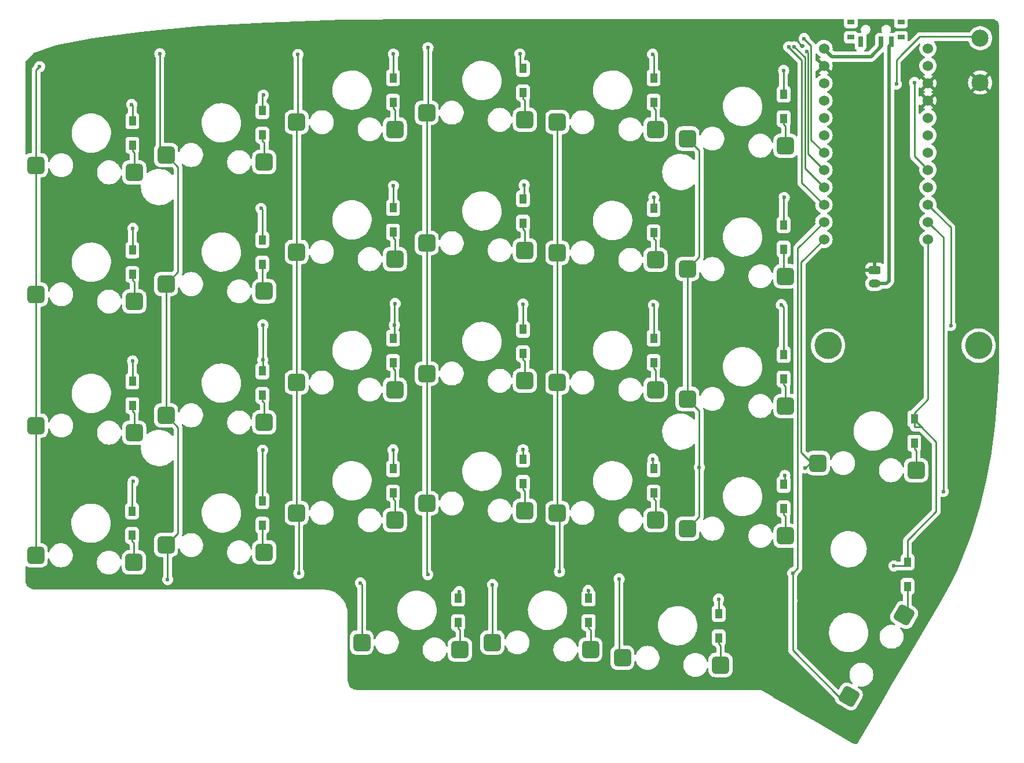
<source format=gbl>
G04 #@! TF.GenerationSoftware,KiCad,Pcbnew,7.0.10*
G04 #@! TF.CreationDate,2024-03-21T01:02:57+01:00*
G04 #@! TF.ProjectId,allium58,616c6c69-756d-4353-982e-6b696361645f,rev?*
G04 #@! TF.SameCoordinates,Original*
G04 #@! TF.FileFunction,Copper,L2,Bot*
G04 #@! TF.FilePolarity,Positive*
%FSLAX46Y46*%
G04 Gerber Fmt 4.6, Leading zero omitted, Abs format (unit mm)*
G04 Created by KiCad (PCBNEW 7.0.10) date 2024-03-21 01:02:57*
%MOMM*%
%LPD*%
G01*
G04 APERTURE LIST*
G04 Aperture macros list*
%AMRoundRect*
0 Rectangle with rounded corners*
0 $1 Rounding radius*
0 $2 $3 $4 $5 $6 $7 $8 $9 X,Y pos of 4 corners*
0 Add a 4 corners polygon primitive as box body*
4,1,4,$2,$3,$4,$5,$6,$7,$8,$9,$2,$3,0*
0 Add four circle primitives for the rounded corners*
1,1,$1+$1,$2,$3*
1,1,$1+$1,$4,$5*
1,1,$1+$1,$6,$7*
1,1,$1+$1,$8,$9*
0 Add four rect primitives between the rounded corners*
20,1,$1+$1,$2,$3,$4,$5,0*
20,1,$1+$1,$4,$5,$6,$7,0*
20,1,$1+$1,$6,$7,$8,$9,0*
20,1,$1+$1,$8,$9,$2,$3,0*%
G04 Aperture macros list end*
G04 #@! TA.AperFunction,ComponentPad*
%ADD10C,1.524000*%
G04 #@! TD*
G04 #@! TA.AperFunction,ComponentPad*
%ADD11C,2.500000*%
G04 #@! TD*
G04 #@! TA.AperFunction,SMDPad,CuDef*
%ADD12RoundRect,0.500000X-0.750000X-0.775000X0.750000X-0.775000X0.750000X0.775000X-0.750000X0.775000X0*%
G04 #@! TD*
G04 #@! TA.AperFunction,SMDPad,CuDef*
%ADD13RoundRect,0.500000X0.296170X-1.037019X1.046170X0.262019X-0.296170X1.037019X-1.046170X-0.262019X0*%
G04 #@! TD*
G04 #@! TA.AperFunction,ComponentPad*
%ADD14O,1.750000X1.200000*%
G04 #@! TD*
G04 #@! TA.AperFunction,ComponentPad*
%ADD15RoundRect,0.300000X0.575000X-0.300000X0.575000X0.300000X-0.575000X0.300000X-0.575000X-0.300000X0*%
G04 #@! TD*
G04 #@! TA.AperFunction,SMDPad,CuDef*
%ADD16R,1.000000X1.400000*%
G04 #@! TD*
G04 #@! TA.AperFunction,ComponentPad*
%ADD17C,4.000000*%
G04 #@! TD*
G04 #@! TA.AperFunction,SMDPad,CuDef*
%ADD18R,1.000000X0.800000*%
G04 #@! TD*
G04 #@! TA.AperFunction,SMDPad,CuDef*
%ADD19R,0.700000X1.500000*%
G04 #@! TD*
G04 #@! TA.AperFunction,ViaPad*
%ADD20C,0.600000*%
G04 #@! TD*
G04 #@! TA.AperFunction,Conductor*
%ADD21C,0.250000*%
G04 #@! TD*
G04 #@! TA.AperFunction,Conductor*
%ADD22C,0.500000*%
G04 #@! TD*
G04 APERTURE END LIST*
D10*
X158749500Y-41522000D03*
X158749500Y-44062000D03*
X158749500Y-46602000D03*
X158749500Y-49142000D03*
X158749500Y-51682000D03*
X158749500Y-54222000D03*
X158749500Y-56762000D03*
X158749500Y-59302000D03*
X158749500Y-61842000D03*
X158749500Y-64382000D03*
X158749500Y-66922000D03*
X158749500Y-69462000D03*
X143529500Y-69462000D03*
X143529500Y-66922000D03*
X143529500Y-64382000D03*
X143529500Y-61842000D03*
X143529500Y-59302000D03*
X143529500Y-56762000D03*
X143529500Y-54222000D03*
X143529500Y-51682000D03*
X143529500Y-49142000D03*
X143529500Y-46602000D03*
X143529500Y-44062000D03*
X143529500Y-41522000D03*
D11*
X166370000Y-46505000D03*
X166370000Y-40005000D03*
D12*
X123563100Y-54700000D03*
X137913100Y-55750000D03*
X104563100Y-52300000D03*
X118913100Y-53350000D03*
X85463100Y-50910000D03*
X99813100Y-51960000D03*
X66463100Y-52300000D03*
X80813100Y-53350000D03*
X47363100Y-57100000D03*
X61713100Y-58150000D03*
X28363100Y-58600000D03*
X42713100Y-59650000D03*
X123563100Y-73800000D03*
X137913100Y-74850000D03*
X104563100Y-71400000D03*
X118913100Y-72450000D03*
X85463100Y-70000000D03*
X99813100Y-71050000D03*
X66463100Y-71300000D03*
X80813100Y-72350000D03*
X47363100Y-76000000D03*
X61713100Y-77050000D03*
X28363100Y-77500000D03*
X42713100Y-78550000D03*
X123563100Y-92800000D03*
X137913100Y-93850000D03*
X104563100Y-90400000D03*
X118913100Y-91450000D03*
X85463100Y-89100000D03*
X99813100Y-90150000D03*
X66463100Y-90400000D03*
X80813100Y-91450000D03*
X47363100Y-95200000D03*
X61713100Y-96250000D03*
X28363100Y-96700000D03*
X42713100Y-97750000D03*
X123563100Y-111800000D03*
X137913100Y-112850000D03*
X104563100Y-109500000D03*
X118913100Y-110550000D03*
X85463100Y-108100000D03*
X99813100Y-109150000D03*
X66463100Y-109500000D03*
X80813100Y-110550000D03*
X47363100Y-114200000D03*
X61713100Y-115250000D03*
X28313100Y-115700000D03*
X42663100Y-116750000D03*
X142663100Y-102200000D03*
X157013100Y-103250000D03*
D13*
X147170919Y-136343155D03*
X155255246Y-124440691D03*
D12*
X114063100Y-130700000D03*
X128413100Y-131750000D03*
X95063100Y-128450000D03*
X109413100Y-129500000D03*
X75963100Y-128450000D03*
X90313100Y-129500000D03*
D14*
X150952200Y-75930000D03*
D15*
X150952200Y-73930000D03*
D16*
X137638100Y-48225000D03*
X137638100Y-51775000D03*
X118638100Y-45825000D03*
X118638100Y-49375000D03*
X99538100Y-44435000D03*
X99538100Y-47985000D03*
X80538100Y-45825000D03*
X80538100Y-49375000D03*
X61438100Y-50625000D03*
X61438100Y-54175000D03*
X42438100Y-52125000D03*
X42438100Y-55675000D03*
X137638100Y-67325000D03*
X137638100Y-70875000D03*
X118638100Y-64925000D03*
X118638100Y-68475000D03*
X99538100Y-63525000D03*
X99538100Y-67075000D03*
X80538100Y-64825000D03*
X80538100Y-68375000D03*
X61438100Y-69525000D03*
X61438100Y-73075000D03*
X42438100Y-71025000D03*
X42438100Y-74575000D03*
X137638100Y-86325000D03*
X137638100Y-89875000D03*
X118638100Y-83925000D03*
X118638100Y-87475000D03*
X99538100Y-82625000D03*
X99538100Y-86175000D03*
X80538100Y-83925000D03*
X80538100Y-87475000D03*
X61438100Y-88725000D03*
X61438100Y-92275000D03*
X42438100Y-90225000D03*
X42438100Y-93775000D03*
X137638100Y-105325000D03*
X137638100Y-108875000D03*
X118638100Y-103025000D03*
X118638100Y-106575000D03*
X99538100Y-101625000D03*
X99538100Y-105175000D03*
X80538100Y-103025000D03*
X80538100Y-106575000D03*
X61438100Y-107725000D03*
X61438100Y-111275000D03*
X42388100Y-109225000D03*
X42388100Y-112775000D03*
X156738100Y-95725000D03*
X156738100Y-99275000D03*
X155752800Y-116690600D03*
X155752800Y-120240600D03*
X128138100Y-124225000D03*
X128138100Y-127775000D03*
X109138100Y-121975000D03*
X109138100Y-125525000D03*
X90038100Y-121975000D03*
X90038100Y-125525000D03*
D17*
X166138100Y-85000000D03*
X144138100Y-85000000D03*
D18*
X147488100Y-37653000D03*
X147488100Y-39863000D03*
X154788100Y-37653000D03*
X154788100Y-39863000D03*
D19*
X148888100Y-40513000D03*
X151888100Y-40513000D03*
X153388100Y-40513000D03*
D20*
X153771600Y-117246400D03*
X128143000Y-122098000D03*
X109068000Y-120853000D03*
X90220800Y-121006000D03*
X156769000Y-46507400D03*
X42341800Y-49707800D03*
X118491000Y-42367200D03*
X80594200Y-42331300D03*
X99085400Y-42316400D03*
X61595000Y-48336200D03*
X137643000Y-44729400D03*
X42519600Y-67843400D03*
X99720400Y-61493400D03*
X118669000Y-63271400D03*
X80619600Y-61620400D03*
X61239400Y-64922400D03*
X137719000Y-63322200D03*
X162077000Y-82067400D03*
X61493400Y-87096600D03*
X42468800Y-87249000D03*
X137312000Y-79019400D03*
X99542600Y-78917800D03*
X61518800Y-81965800D03*
X80746600Y-82016600D03*
X118618000Y-79070200D03*
X80848200Y-78841600D03*
X61493400Y-100305000D03*
X137820000Y-104013000D03*
X99542600Y-100228000D03*
X160985000Y-106350000D03*
X80543400Y-100279000D03*
X42570400Y-104877000D03*
X118542000Y-101625000D03*
X28879800Y-44170600D03*
X140640000Y-40081200D03*
X141020800Y-41960800D03*
X47599600Y-119253000D03*
X75768200Y-119736000D03*
X46456600Y-42291000D03*
X66776600Y-118339000D03*
X66649600Y-42392600D03*
X139192000Y-41275000D03*
X95097600Y-119990000D03*
X138392497Y-41275000D03*
X85648800Y-41402000D03*
X113589000Y-119151000D03*
X85623400Y-118516000D03*
X104877000Y-118085000D03*
X138963000Y-118313000D03*
X140792000Y-102921000D03*
X125313000Y-102845000D03*
X154127000Y-46736000D03*
D21*
X137638100Y-52113300D02*
X137638100Y-51600000D01*
X137638000Y-51600000D02*
X137638000Y-52113400D01*
X137638000Y-52113400D02*
X137638000Y-52626900D01*
X137638000Y-52626900D02*
X137913000Y-52901900D01*
X137913000Y-54325900D02*
X137913100Y-54326000D01*
X137913000Y-52901900D02*
X137913000Y-54325900D01*
X137913000Y-54325900D02*
X137913000Y-55750000D01*
X137638000Y-52113400D02*
X137638100Y-52113300D01*
X137913100Y-54326000D02*
X137913100Y-55750000D01*
X158749500Y-92861700D02*
X156738100Y-94873100D01*
X155372000Y-117246400D02*
X155752800Y-116865600D01*
X155752800Y-116865600D02*
X155752800Y-113487200D01*
X153771600Y-117246400D02*
X155372000Y-117246400D01*
X128143000Y-124395000D02*
X128138100Y-124399900D01*
X109138100Y-122150000D02*
X109138000Y-122150000D01*
X156738100Y-95900000D02*
X156738100Y-94873100D01*
X159944000Y-99105700D02*
X157765000Y-96926900D01*
X159944000Y-109296000D02*
X159944000Y-99105700D01*
X155752800Y-113487200D02*
X156527500Y-112712500D01*
X156738100Y-95900000D02*
X156738000Y-95900000D01*
X128138100Y-124399900D02*
X128138000Y-124400000D01*
X156527500Y-112712500D02*
X159944000Y-109296000D01*
X156738000Y-96926900D02*
X157765000Y-96926900D01*
X109138000Y-120924000D02*
X109068000Y-120853000D01*
X158749500Y-69462000D02*
X158749500Y-92861700D01*
X128143000Y-122098000D02*
X128143000Y-124395000D01*
X157765000Y-96926900D02*
X156738100Y-95900000D01*
X156738000Y-95900000D02*
X156738000Y-96926900D01*
X128138100Y-124400000D02*
X128138100Y-124399900D01*
X90220800Y-121006000D02*
X90220800Y-121967000D01*
X90220800Y-121967000D02*
X90038100Y-122150000D01*
X109138000Y-122150000D02*
X109138000Y-120924000D01*
X118638000Y-49713400D02*
X118638100Y-49713300D01*
X118913000Y-50501900D02*
X118913000Y-51925900D01*
X118638100Y-49713300D02*
X118638100Y-49200000D01*
X118638000Y-49713400D02*
X118638000Y-50226900D01*
X118913000Y-51925900D02*
X118913100Y-51926000D01*
X118638000Y-50226900D02*
X118913000Y-50501900D01*
X118913000Y-51925900D02*
X118913000Y-53350000D01*
X118638000Y-49200000D02*
X118638000Y-49713400D01*
X118913100Y-51926000D02*
X118913100Y-53350000D01*
X99813100Y-49111900D02*
X99813100Y-51960000D01*
X99538100Y-47810000D02*
X99538100Y-48836900D01*
X99538100Y-48836900D02*
X99813100Y-49111900D01*
X158420000Y-58971900D02*
X158749500Y-59301400D01*
X61595000Y-48336200D02*
X61438100Y-48493100D01*
X158750000Y-59301600D02*
X158750000Y-59302000D01*
X118638000Y-45128600D02*
X118638100Y-45128700D01*
X137638000Y-44733900D02*
X137638000Y-46566900D01*
X158750000Y-59302000D02*
X158420000Y-58971900D01*
X118638000Y-44257100D02*
X118638000Y-44257200D01*
X137638000Y-47483500D02*
X137638100Y-47483600D01*
X158090000Y-58641800D02*
X158750000Y-59301600D01*
X137643000Y-44729400D02*
X137638000Y-44733900D01*
X118491000Y-42367200D02*
X118638000Y-42514300D01*
X137638000Y-46566900D02*
X137638000Y-46567000D01*
X137638000Y-46567000D02*
X137638000Y-47483500D01*
X137638000Y-46567000D02*
X137638000Y-47483500D01*
X158420000Y-58971900D02*
X158090000Y-58641800D01*
X42438100Y-49804100D02*
X42341800Y-49707800D01*
X99085400Y-42316400D02*
X99085400Y-44157300D01*
X118638000Y-42514300D02*
X118638000Y-44257100D01*
X99085400Y-44157300D02*
X99538100Y-44610000D01*
X156769000Y-57321300D02*
X158090000Y-58641800D01*
X80594200Y-42331300D02*
X80594200Y-45943900D01*
X118638100Y-45128700D02*
X118638100Y-46000000D01*
X137638100Y-47483600D02*
X137638100Y-48400000D01*
X118638000Y-44257200D02*
X118638000Y-45128600D01*
X158749500Y-59301400D02*
X158749500Y-59302000D01*
X156769000Y-46507400D02*
X156769000Y-57321300D01*
X137638000Y-46566900D02*
X137638000Y-46567000D01*
X118638000Y-44257100D02*
X118638000Y-44257200D01*
X42438100Y-52300000D02*
X42438100Y-49804100D01*
X80594200Y-45943900D02*
X80538100Y-46000000D01*
X61438100Y-48493100D02*
X61438100Y-50800000D01*
X118638000Y-44257200D02*
X118638000Y-45128600D01*
X80538100Y-49200000D02*
X80538100Y-50226900D01*
X80813100Y-50501900D02*
X80813100Y-53350000D01*
X80538100Y-50226900D02*
X80813100Y-50501900D01*
X61438100Y-65121100D02*
X61438100Y-69700000D01*
X42519600Y-67843400D02*
X42438100Y-67924900D01*
X80619600Y-61620400D02*
X80538100Y-61701900D01*
X137719000Y-63322200D02*
X137638000Y-63402900D01*
X99720400Y-63517700D02*
X99538100Y-63700000D01*
X99720400Y-61493400D02*
X99720400Y-63517700D01*
X42438100Y-67924900D02*
X42438100Y-71200000D01*
X118638100Y-65100000D02*
X118638000Y-65100000D01*
X118669000Y-65069300D02*
X118638100Y-65100000D01*
X137638000Y-63402900D02*
X137638000Y-67500000D01*
X61239400Y-64922400D02*
X61438100Y-65121100D01*
X137638100Y-67500000D02*
X137638000Y-67500000D01*
X118669000Y-63271400D02*
X118669000Y-65069300D01*
X80538100Y-61701900D02*
X80538100Y-65000000D01*
X61438100Y-55026900D02*
X61713100Y-55301900D01*
X61438100Y-54000000D02*
X61438100Y-55026900D01*
X61713100Y-55301900D02*
X61713100Y-58150000D01*
X137638000Y-84711300D02*
X137638100Y-84711400D01*
X42438100Y-90400000D02*
X42438100Y-87279700D01*
X137638100Y-84711400D02*
X137638100Y-86500000D01*
X80746600Y-83891500D02*
X80538100Y-84100000D01*
X159589000Y-65220900D02*
X159588000Y-65220900D01*
X61493400Y-81991200D02*
X61518800Y-81965800D01*
X158750000Y-64382000D02*
X159589000Y-65220900D01*
X80746600Y-78943200D02*
X80848200Y-78841600D01*
X42438100Y-87279700D02*
X42468800Y-87249000D01*
X99538100Y-78922300D02*
X99538100Y-82800000D01*
X137638000Y-82922500D02*
X137638000Y-82922600D01*
X118618000Y-79070200D02*
X118638000Y-79090300D01*
X118638100Y-82847700D02*
X118638100Y-84100000D01*
X162077000Y-67709900D02*
X159589000Y-65220900D01*
X118638000Y-82847600D02*
X118638100Y-82847700D01*
X137638000Y-79345100D02*
X137638000Y-82922500D01*
X118638000Y-81595100D02*
X118638000Y-81595200D01*
X137638000Y-82922600D02*
X137638000Y-84711300D01*
X137638000Y-82922500D02*
X137638000Y-82922600D01*
X99542600Y-78917800D02*
X99538100Y-78922300D01*
X118638000Y-79090300D02*
X118638000Y-81595100D01*
X159588000Y-65220900D02*
X158750000Y-64382000D01*
X158749500Y-64382000D02*
X158750000Y-64382000D01*
X137638000Y-82922600D02*
X137638000Y-84711300D01*
X162077000Y-82067400D02*
X162077000Y-67709900D01*
X118638000Y-81595100D02*
X118638000Y-81595200D01*
X137312000Y-79019400D02*
X137638000Y-79345100D01*
X61493400Y-87096600D02*
X61493400Y-81991200D01*
X80746600Y-82016600D02*
X80746600Y-83891500D01*
X61493400Y-88844700D02*
X61438100Y-88900000D01*
X80746600Y-82016600D02*
X80746600Y-78943200D01*
X118638000Y-81595200D02*
X118638000Y-82847600D01*
X118638000Y-81595200D02*
X118638000Y-82847600D01*
X61493400Y-87096600D02*
X61493400Y-88844700D01*
X42438100Y-56526900D02*
X42713100Y-56801900D01*
X42438100Y-55500000D02*
X42438100Y-56526900D01*
X42713100Y-56801900D02*
X42713100Y-59650000D01*
X118542000Y-101625000D02*
X118542000Y-103104000D01*
X80538100Y-100284000D02*
X80538100Y-103200000D01*
X159589000Y-67760900D02*
X159588000Y-67760900D01*
X137820000Y-105318000D02*
X137638100Y-105499900D01*
X160985000Y-106350000D02*
X160985000Y-69157700D01*
X137638100Y-105499900D02*
X137638000Y-105500000D01*
X118542000Y-103104000D02*
X118638000Y-103200000D01*
X80543400Y-100279000D02*
X80538100Y-100284000D01*
X61493400Y-100305000D02*
X61438100Y-100360000D01*
X42388100Y-105059000D02*
X42388100Y-109400000D01*
X158749500Y-66922000D02*
X158750000Y-66922000D01*
X99542600Y-100228000D02*
X99542600Y-101796000D01*
X99542600Y-101796000D02*
X99538100Y-101800000D01*
X61438100Y-100360000D02*
X61438100Y-107900000D01*
X137820000Y-104013000D02*
X137820000Y-105318000D01*
X137638100Y-105499900D02*
X137638100Y-105500000D01*
X158750000Y-66922000D02*
X159589000Y-67760900D01*
X42570400Y-104877000D02*
X42388100Y-105059000D01*
X159588000Y-67760900D02*
X158750000Y-66922000D01*
X118638100Y-103200000D02*
X118638000Y-103200000D01*
X160985000Y-69157700D02*
X159589000Y-67760900D01*
X137776000Y-74712500D02*
X137913100Y-74849600D01*
X137638100Y-70700000D02*
X137638100Y-71726900D01*
X137913100Y-74849600D02*
X137913100Y-74850000D01*
X137638100Y-71726900D02*
X137638000Y-71726900D01*
X137776000Y-74712500D02*
X137638000Y-74575000D01*
X137638000Y-74575000D02*
X137638000Y-72637500D01*
X137638000Y-71726900D02*
X137638000Y-72637500D01*
X118638000Y-68813400D02*
X118638100Y-68813300D01*
X118638000Y-68813400D02*
X118638000Y-69326900D01*
X118913000Y-71025900D02*
X118913100Y-71026000D01*
X118913000Y-71025900D02*
X118913000Y-72450000D01*
X118913100Y-71026000D02*
X118913100Y-72450000D01*
X118638000Y-68300000D02*
X118638000Y-68813400D01*
X118638000Y-69326900D02*
X118913000Y-69601900D01*
X118638100Y-68813300D02*
X118638100Y-68300000D01*
X118913000Y-69601900D02*
X118913000Y-71025900D01*
X99538100Y-67926900D02*
X99813100Y-68201900D01*
X99813100Y-68201900D02*
X99813100Y-71050000D01*
X99538100Y-66900000D02*
X99538100Y-67926900D01*
X80538100Y-68200000D02*
X80538100Y-69226900D01*
X80538100Y-69226900D02*
X80813100Y-69501900D01*
X80813100Y-69501900D02*
X80813100Y-72350000D01*
X61438100Y-76775000D02*
X61713100Y-77050000D01*
X61438100Y-72900000D02*
X61438100Y-76775000D01*
X42438100Y-74400000D02*
X42438100Y-75426900D01*
X42713100Y-75701900D02*
X42713100Y-78550000D01*
X42438100Y-75426900D02*
X42713100Y-75701900D01*
X137638100Y-90213300D02*
X137638100Y-89700000D01*
X137913000Y-92425900D02*
X137913000Y-93850000D01*
X137913100Y-92426000D02*
X137913100Y-93850000D01*
X137638000Y-90213400D02*
X137638000Y-90726900D01*
X137638000Y-89700000D02*
X137638000Y-90213400D01*
X137913000Y-91001900D02*
X137913000Y-92425900D01*
X137638000Y-90213400D02*
X137638100Y-90213300D01*
X137638000Y-90726900D02*
X137913000Y-91001900D01*
X137913000Y-92425900D02*
X137913100Y-92426000D01*
X118638000Y-88326900D02*
X118913000Y-88601900D01*
X118913000Y-90025900D02*
X118913100Y-90026000D01*
X118638000Y-87813400D02*
X118638100Y-87813300D01*
X118638000Y-87813400D02*
X118638000Y-88326900D01*
X118638100Y-87813300D02*
X118638100Y-87300000D01*
X118638000Y-87300000D02*
X118638000Y-87813400D01*
X118913000Y-90025900D02*
X118913000Y-91450000D01*
X118913100Y-90026000D02*
X118913100Y-91450000D01*
X118913000Y-88601900D02*
X118913000Y-90025900D01*
X99538100Y-86000000D02*
X99538100Y-87026900D01*
X99813100Y-87301900D02*
X99813100Y-90150000D01*
X99538100Y-87026900D02*
X99813100Y-87301900D01*
X80538100Y-87300000D02*
X80538100Y-88326900D01*
X80538100Y-88326900D02*
X80813100Y-88601900D01*
X80813100Y-88601900D02*
X80813100Y-91450000D01*
X61438100Y-93126900D02*
X61713100Y-93401900D01*
X61713100Y-93401900D02*
X61713100Y-96250000D01*
X61438100Y-92100000D02*
X61438100Y-93126900D01*
X42713100Y-94901900D02*
X42713100Y-97750000D01*
X42438100Y-94626900D02*
X42713100Y-94901900D01*
X42438100Y-93600000D02*
X42438100Y-94626900D01*
X137638000Y-108700000D02*
X137638000Y-109213500D01*
X137638000Y-109213500D02*
X137638100Y-109213400D01*
X137913000Y-111426000D02*
X137913100Y-111426100D01*
X137913000Y-111426000D02*
X137913000Y-112850000D01*
X137638100Y-109213400D02*
X137638100Y-108700000D01*
X137913100Y-111426100D02*
X137913100Y-112850000D01*
X137638000Y-109213500D02*
X137638000Y-109727000D01*
X137638000Y-109727000D02*
X137913000Y-110002000D01*
X137913000Y-110002000D02*
X137913000Y-111426000D01*
X118638000Y-107427000D02*
X118913000Y-107702000D01*
X118638000Y-106913500D02*
X118638100Y-106913400D01*
X118638000Y-106400000D02*
X118638000Y-106913500D01*
X118913000Y-107702000D02*
X118913000Y-109126000D01*
X118913000Y-109126000D02*
X118913000Y-110550000D01*
X118638100Y-106913400D02*
X118638100Y-106400000D01*
X118638000Y-106913500D02*
X118638000Y-107427000D01*
X118913000Y-109126000D02*
X118913100Y-109126100D01*
X118913100Y-109126100D02*
X118913100Y-110550000D01*
X99538100Y-105000000D02*
X99538100Y-106027000D01*
X99813100Y-106302000D02*
X99813100Y-109150000D01*
X99538100Y-106027000D02*
X99813100Y-106302000D01*
X80538100Y-107427000D02*
X80813100Y-107702000D01*
X80813100Y-107702000D02*
X80813100Y-110550000D01*
X80538100Y-106400000D02*
X80538100Y-107427000D01*
X61438100Y-114975000D02*
X61713100Y-115250000D01*
X61438100Y-111100000D02*
X61438100Y-114975000D01*
X42388100Y-113627000D02*
X42663100Y-113902000D01*
X42388100Y-112600000D02*
X42388100Y-113627000D01*
X42663100Y-113902000D02*
X42663100Y-116750000D01*
X156738000Y-99100000D02*
X156738000Y-99613500D01*
X157013000Y-100402000D02*
X157013000Y-101826000D01*
X156738000Y-99613500D02*
X156738100Y-99613400D01*
X156738000Y-99613500D02*
X156738000Y-100127000D01*
X157013000Y-101826000D02*
X157013000Y-103250000D01*
X156738000Y-100127000D02*
X157013000Y-100402000D01*
X157013100Y-101826100D02*
X157013100Y-103250000D01*
X157013000Y-101826000D02*
X157013100Y-101826100D01*
X156738100Y-99613400D02*
X156738100Y-99100000D01*
X155752800Y-120065600D02*
X155752800Y-123943137D01*
X155752800Y-123943137D02*
X155255246Y-124440691D01*
X128138000Y-128113500D02*
X128138100Y-128113400D01*
X128138000Y-128627000D02*
X128413000Y-128902000D01*
X128413000Y-128902000D02*
X128413000Y-130326000D01*
X128413100Y-130326100D02*
X128413100Y-131750000D01*
X128413000Y-130326000D02*
X128413100Y-130326100D01*
X128413000Y-130326000D02*
X128413000Y-131750000D01*
X128138000Y-128113500D02*
X128138000Y-128627000D01*
X128138000Y-127600000D02*
X128138000Y-128113500D01*
X128138100Y-128113400D02*
X128138100Y-127600000D01*
X109138000Y-125350000D02*
X109138000Y-125863500D01*
X109413100Y-128076100D02*
X109413100Y-129500000D01*
X109138000Y-126377000D02*
X109413000Y-126652000D01*
X109413000Y-126652000D02*
X109413000Y-128076000D01*
X109138000Y-125863500D02*
X109138000Y-126377000D01*
X109413000Y-128076000D02*
X109413000Y-129500000D01*
X109138000Y-125863500D02*
X109138100Y-125863400D01*
X109413000Y-128076000D02*
X109413100Y-128076100D01*
X109138100Y-125863400D02*
X109138100Y-125350000D01*
X28363100Y-58600000D02*
X28363100Y-77500000D01*
X141655800Y-41097000D02*
X141655800Y-54887900D01*
X28363100Y-58600000D02*
X28363100Y-44687300D01*
X28363100Y-96700000D02*
X28363100Y-115650000D01*
X28363100Y-44687300D02*
X28879800Y-44170600D01*
X143529500Y-56762000D02*
X143529700Y-56761800D01*
X143529700Y-56761800D02*
X143530000Y-56762000D01*
X28363100Y-115650000D02*
X28313100Y-115700000D01*
X140640000Y-40081200D02*
X141655800Y-41097000D01*
X141655800Y-54887900D02*
X143529700Y-56761800D01*
X28363100Y-77500000D02*
X28363100Y-96700000D01*
X47363100Y-76000000D02*
X49113100Y-74250000D01*
X75963100Y-128450000D02*
X75963100Y-119931000D01*
X49113100Y-112450000D02*
X49113100Y-96950000D01*
X47599600Y-114436000D02*
X47363100Y-114200000D01*
X75963100Y-119931000D02*
X75768200Y-119736000D01*
X141198600Y-42138600D02*
X141198600Y-56971100D01*
X47363100Y-95200000D02*
X47363100Y-76000000D01*
X46456600Y-42291000D02*
X46456600Y-56193500D01*
X49113100Y-74250000D02*
X49113100Y-58850000D01*
X141020800Y-41960800D02*
X141198600Y-42138600D01*
X46456600Y-56193500D02*
X47363100Y-57100000D01*
X141198600Y-56971100D02*
X143529500Y-59302000D01*
X47363100Y-114200000D02*
X49113100Y-112450000D01*
X49113100Y-58850000D02*
X47363100Y-57100000D01*
X47599600Y-119253000D02*
X47599600Y-114436000D01*
X49113100Y-96950000D02*
X47363100Y-95200000D01*
X66463100Y-52300000D02*
X66463100Y-71300000D01*
X95063100Y-128450000D02*
X95063100Y-120024000D01*
X66463100Y-71300000D02*
X66463100Y-90400000D01*
X66649600Y-52113500D02*
X66463100Y-52300000D01*
X95063100Y-120024000D02*
X95097600Y-119990000D01*
X143529500Y-61842000D02*
X140741400Y-59053900D01*
X66776600Y-118339000D02*
X66776600Y-109813000D01*
X140741400Y-42824400D02*
X139192000Y-41275000D01*
X66776600Y-109813000D02*
X66463100Y-109500000D01*
X66649600Y-42392600D02*
X66649600Y-52113500D01*
X140741400Y-59053900D02*
X140741400Y-42824400D01*
X66463100Y-90400000D02*
X66463100Y-109500000D01*
X113589000Y-130226000D02*
X113707500Y-130344500D01*
X85463100Y-108100000D02*
X85463100Y-118356000D01*
X85463100Y-89100000D02*
X85463100Y-108100000D01*
X85463100Y-70000000D02*
X85463100Y-89100000D01*
X85648800Y-50724300D02*
X85463100Y-50910000D01*
X113707500Y-130344500D02*
X113826000Y-130463000D01*
X85463100Y-50910000D02*
X85463100Y-70000000D01*
X140291400Y-61143900D02*
X140291400Y-43258284D01*
X138392497Y-41359381D02*
X138392497Y-41275000D01*
X85463100Y-118356000D02*
X85623400Y-118516000D01*
X113589000Y-119151000D02*
X113589000Y-130226000D01*
X113707600Y-130344500D02*
X114063100Y-130700000D01*
X140291400Y-43258284D02*
X138392497Y-41359381D01*
X143529500Y-64382000D02*
X140291400Y-61143900D01*
X85648800Y-41402000D02*
X85648800Y-50724300D01*
X113707500Y-130344500D02*
X113707600Y-130344500D01*
X104563000Y-66600000D02*
X104563100Y-66600100D01*
X104641500Y-109578000D02*
X104641100Y-109578000D01*
X139706600Y-70744900D02*
X143529500Y-66922000D01*
X104641500Y-109578000D02*
X104563000Y-109500000D01*
X139706600Y-117569400D02*
X139706600Y-70744900D01*
X145693459Y-136343155D02*
X138963000Y-129612696D01*
X104563100Y-80900100D02*
X104563100Y-90400000D01*
X139030200Y-122356800D02*
X139030000Y-122357000D01*
X104563100Y-59449900D02*
X104563100Y-52300000D01*
X147170919Y-136343155D02*
X145693459Y-136343155D01*
X138963000Y-118313000D02*
X139706600Y-117569400D01*
X104641500Y-109578000D02*
X104563000Y-109500000D01*
X104563100Y-66600100D02*
X104563100Y-71400000D01*
X104563000Y-66600000D02*
X104563000Y-59450000D01*
X104720000Y-109656000D02*
X104641500Y-109578000D01*
X104563000Y-59450000D02*
X104563100Y-59449900D01*
X138963000Y-118846600D02*
X138963000Y-118313000D01*
X139030300Y-122356800D02*
X139030200Y-122356800D01*
X104641100Y-109578000D02*
X104563100Y-109500000D01*
X138963000Y-122290000D02*
X138963000Y-118846600D01*
X104563000Y-80900000D02*
X104563100Y-80900100D01*
X104563000Y-109500000D02*
X104563000Y-80900000D01*
X139030000Y-122357000D02*
X138963000Y-122290000D01*
X104877000Y-118085000D02*
X104877000Y-109813000D01*
X104563000Y-80900000D02*
X104563000Y-66600000D01*
X104563000Y-59450000D02*
X104563000Y-52300000D01*
X138963000Y-129612696D02*
X138963000Y-118846600D01*
X104877000Y-109813000D02*
X104720000Y-109656000D01*
X104720000Y-109656000D02*
X104641500Y-109578000D01*
X125313000Y-102845000D02*
X125313000Y-110050000D01*
X141775500Y-102200000D02*
X141513000Y-102200000D01*
X123563100Y-54700100D02*
X123563100Y-54700000D01*
X123563100Y-111799900D02*
X123563100Y-111800000D01*
X123563100Y-73799900D02*
X123563100Y-73800000D01*
X123563100Y-92800100D02*
X125313000Y-94550000D01*
X125313000Y-110050000D02*
X123563100Y-111799900D01*
X142663100Y-102200000D02*
X142663000Y-102200000D01*
X123563100Y-92800100D02*
X123563100Y-92800000D01*
X140208000Y-72783500D02*
X143529500Y-69462000D01*
X123563000Y-73800000D02*
X123563000Y-92800000D01*
X123563100Y-54700100D02*
X125313000Y-56450000D01*
X123563000Y-54700000D02*
X123563100Y-54700100D01*
X141513000Y-102200000D02*
X140792000Y-102921000D01*
X141775500Y-102200000D02*
X140208000Y-100632500D01*
X140208000Y-100632500D02*
X140208000Y-72783500D01*
X125313000Y-56450000D02*
X125313000Y-72050000D01*
X125313000Y-72050000D02*
X123563100Y-73799900D01*
X125313000Y-94550000D02*
X125313000Y-102845000D01*
X142663000Y-102200000D02*
X141775500Y-102200000D01*
X123563100Y-111799900D02*
X123563000Y-111800000D01*
X123563100Y-73799900D02*
X123563000Y-73800000D01*
X123563000Y-92800000D02*
X123563100Y-92800100D01*
X154940000Y-42392600D02*
X157548800Y-39783800D01*
X154127000Y-43230800D02*
X154940000Y-42417800D01*
X154127000Y-46736000D02*
X154127000Y-43230800D01*
X154940000Y-42417800D02*
X154940000Y-42392600D01*
X157548800Y-39783800D02*
X166148800Y-39783800D01*
X166148800Y-39783800D02*
X166370000Y-40005000D01*
X90038100Y-125350000D02*
X90038100Y-126377000D01*
X90038100Y-126377000D02*
X90313100Y-126652000D01*
X90313100Y-126652000D02*
X90313100Y-129500000D01*
D22*
X153388000Y-40813000D02*
X153388000Y-40713000D01*
X153035000Y-41166000D02*
X153388000Y-40813000D01*
X153388000Y-40813000D02*
X153388100Y-40812900D01*
X150952200Y-75930000D02*
X152644600Y-75930000D01*
X153388100Y-40812900D02*
X153388100Y-40513000D01*
X153035000Y-75539600D02*
X153035000Y-41166000D01*
X152644600Y-75930000D02*
X153035000Y-75539600D01*
X144705000Y-42697400D02*
X144118000Y-42109700D01*
X151888100Y-40685200D02*
X151888100Y-40513000D01*
X151888000Y-40857700D02*
X151888000Y-40857800D01*
X144117000Y-42109700D02*
X143530000Y-41522000D01*
X143530000Y-41522000D02*
X144118000Y-42109700D01*
X151888000Y-40857700D02*
X151888000Y-40685300D01*
X151888000Y-40685300D02*
X151888100Y-40685200D01*
X143529500Y-41522000D02*
X143530000Y-41522000D01*
X151888000Y-40857800D02*
X151888000Y-41202700D01*
X151888000Y-40857800D02*
X151888000Y-40857700D01*
X144118000Y-42109700D02*
X144117000Y-42109700D01*
X151888000Y-40685300D02*
X151888000Y-40857700D01*
X150393000Y-42697400D02*
X144705000Y-42697400D01*
X151888000Y-41202700D02*
X150393000Y-42697400D01*
D21*
X158750000Y-41522000D02*
X158749500Y-41522500D01*
X158749500Y-41522500D02*
X158749500Y-41522000D01*
G04 #@! TA.AperFunction,Conductor*
G36*
X158358173Y-49269150D02*
G01*
X158416617Y-49383854D01*
X158507646Y-49474883D01*
X158622350Y-49533327D01*
X158704388Y-49546320D01*
X158048895Y-50201813D01*
X158048895Y-50201814D01*
X158112075Y-50246053D01*
X158112074Y-50246053D01*
X158222464Y-50297529D01*
X158275749Y-50344447D01*
X158295210Y-50412724D01*
X158274668Y-50480684D01*
X158222464Y-50525919D01*
X158111823Y-50577512D01*
X157929722Y-50705020D01*
X157929716Y-50705025D01*
X157772525Y-50862216D01*
X157772520Y-50862222D01*
X157645009Y-51044326D01*
X157642693Y-51049295D01*
X157595774Y-51102579D01*
X157527497Y-51122038D01*
X157459537Y-51101494D01*
X157413473Y-51047470D01*
X157402500Y-50996042D01*
X157402500Y-49826774D01*
X157422502Y-49758653D01*
X157476158Y-49712160D01*
X157546432Y-49702056D01*
X157611012Y-49731550D01*
X157642695Y-49773525D01*
X157645444Y-49779422D01*
X157645446Y-49779425D01*
X157689684Y-49842603D01*
X157689685Y-49842603D01*
X158345178Y-49187110D01*
X158358173Y-49269150D01*
G37*
G04 #@! TD.AperFunction*
G04 #@! TA.AperFunction,Conductor*
G36*
X158358173Y-46729150D02*
G01*
X158416617Y-46843854D01*
X158507646Y-46934883D01*
X158622350Y-46993327D01*
X158704388Y-47006320D01*
X158048895Y-47661813D01*
X158048895Y-47661814D01*
X158112075Y-47706053D01*
X158112074Y-47706053D01*
X158223056Y-47757805D01*
X158276341Y-47804722D01*
X158295802Y-47873000D01*
X158275260Y-47940960D01*
X158223056Y-47986195D01*
X158112075Y-48037946D01*
X158048894Y-48082185D01*
X158704388Y-48737679D01*
X158622350Y-48750673D01*
X158507646Y-48809117D01*
X158416617Y-48900146D01*
X158358173Y-49014850D01*
X158345179Y-49096888D01*
X157689685Y-48441394D01*
X157645447Y-48504574D01*
X157642694Y-48510479D01*
X157595775Y-48563763D01*
X157527497Y-48583222D01*
X157459538Y-48562679D01*
X157413474Y-48508655D01*
X157402500Y-48457226D01*
X157402500Y-47286774D01*
X157422502Y-47218653D01*
X157476158Y-47172160D01*
X157546432Y-47162056D01*
X157611012Y-47191550D01*
X157642695Y-47233525D01*
X157645444Y-47239422D01*
X157645446Y-47239425D01*
X157689684Y-47302603D01*
X157689685Y-47302603D01*
X158345178Y-46647110D01*
X158358173Y-46729150D01*
G37*
G04 #@! TD.AperFunction*
G04 #@! TA.AperFunction,Conductor*
G36*
X143138173Y-44189150D02*
G01*
X143196617Y-44303854D01*
X143287646Y-44394883D01*
X143402350Y-44453327D01*
X143484388Y-44466320D01*
X142828895Y-45121813D01*
X142828895Y-45121814D01*
X142892075Y-45166053D01*
X142892074Y-45166053D01*
X143002464Y-45217529D01*
X143055749Y-45264447D01*
X143075210Y-45332724D01*
X143054668Y-45400684D01*
X143002464Y-45445919D01*
X142891823Y-45497512D01*
X142709722Y-45625020D01*
X142709716Y-45625025D01*
X142552525Y-45782216D01*
X142552520Y-45782222D01*
X142518513Y-45830790D01*
X142463056Y-45875118D01*
X142392436Y-45882427D01*
X142329076Y-45850396D01*
X142293091Y-45789195D01*
X142289300Y-45758519D01*
X142289300Y-44884327D01*
X142309302Y-44816206D01*
X142362958Y-44769713D01*
X142426281Y-44758806D01*
X142469685Y-44762603D01*
X143125178Y-44107110D01*
X143138173Y-44189150D01*
G37*
G04 #@! TD.AperFunction*
G04 #@! TA.AperFunction,Conductor*
G36*
X142497812Y-42270256D02*
G01*
X142518510Y-42293205D01*
X142552523Y-42341781D01*
X142709719Y-42498977D01*
X142709723Y-42498980D01*
X142709727Y-42498983D01*
X142780086Y-42548249D01*
X142891823Y-42626488D01*
X142956810Y-42656792D01*
X143002464Y-42678081D01*
X143055749Y-42724998D01*
X143075210Y-42793276D01*
X143054668Y-42861236D01*
X143002465Y-42906470D01*
X142892077Y-42957945D01*
X142828894Y-43002184D01*
X143484389Y-43657678D01*
X143402350Y-43670673D01*
X143287646Y-43729117D01*
X143196617Y-43820146D01*
X143138173Y-43934850D01*
X143125179Y-44016888D01*
X142469685Y-43361394D01*
X142426283Y-43365192D01*
X142356678Y-43351204D01*
X142305685Y-43301805D01*
X142289300Y-43239672D01*
X142289300Y-42365480D01*
X142309302Y-42297359D01*
X142362958Y-42250866D01*
X142433232Y-42240762D01*
X142497812Y-42270256D01*
G37*
G04 #@! TD.AperFunction*
G04 #@! TA.AperFunction,Conductor*
G36*
X146421721Y-37207264D02*
G01*
X146468214Y-37260920D01*
X146479600Y-37313262D01*
X146479600Y-38101649D01*
X146486109Y-38162196D01*
X146486111Y-38162204D01*
X146537210Y-38299202D01*
X146537212Y-38299207D01*
X146624838Y-38416261D01*
X146741892Y-38503887D01*
X146741894Y-38503888D01*
X146741896Y-38503889D01*
X146800975Y-38525924D01*
X146878895Y-38554988D01*
X146878903Y-38554990D01*
X146939450Y-38561499D01*
X146939455Y-38561499D01*
X146939462Y-38561500D01*
X146939468Y-38561500D01*
X148036732Y-38561500D01*
X148036738Y-38561500D01*
X148036745Y-38561499D01*
X148036749Y-38561499D01*
X148097296Y-38554990D01*
X148097299Y-38554989D01*
X148097301Y-38554989D01*
X148234304Y-38503889D01*
X148235794Y-38502774D01*
X148351361Y-38416261D01*
X148438987Y-38299207D01*
X148438987Y-38299206D01*
X148438989Y-38299204D01*
X148490089Y-38162201D01*
X148490873Y-38154915D01*
X148496599Y-38101649D01*
X148496600Y-38101632D01*
X148496600Y-37313262D01*
X148516602Y-37245141D01*
X148570258Y-37198648D01*
X148622600Y-37187262D01*
X153653600Y-37187262D01*
X153721721Y-37207264D01*
X153768214Y-37260920D01*
X153779600Y-37313262D01*
X153779600Y-38101649D01*
X153786109Y-38162196D01*
X153786111Y-38162204D01*
X153837210Y-38299202D01*
X153837212Y-38299207D01*
X153924838Y-38416261D01*
X154041892Y-38503887D01*
X154041894Y-38503888D01*
X154041896Y-38503889D01*
X154100975Y-38525924D01*
X154178895Y-38554988D01*
X154178903Y-38554990D01*
X154239450Y-38561499D01*
X154239455Y-38561499D01*
X154239462Y-38561500D01*
X154239468Y-38561500D01*
X155336732Y-38561500D01*
X155336738Y-38561500D01*
X155336745Y-38561499D01*
X155336749Y-38561499D01*
X155397296Y-38554990D01*
X155397299Y-38554989D01*
X155397301Y-38554989D01*
X155534304Y-38503889D01*
X155535794Y-38502774D01*
X155651361Y-38416261D01*
X155738987Y-38299207D01*
X155738987Y-38299206D01*
X155738989Y-38299204D01*
X155790089Y-38162201D01*
X155790873Y-38154915D01*
X155796599Y-38101649D01*
X155796600Y-38101632D01*
X155796600Y-37313262D01*
X155816602Y-37245141D01*
X155870258Y-37198648D01*
X155922600Y-37187262D01*
X157726165Y-37187262D01*
X168138539Y-37187262D01*
X168151157Y-37187895D01*
X168328956Y-37205790D01*
X168353640Y-37210807D01*
X168507755Y-37258594D01*
X168530505Y-37268182D01*
X168670035Y-37343867D01*
X168690127Y-37357419D01*
X168811838Y-37457818D01*
X168828857Y-37474837D01*
X168843863Y-37493029D01*
X168929256Y-37596549D01*
X168942813Y-37616649D01*
X169018491Y-37756163D01*
X169028083Y-37778925D01*
X169075867Y-37933032D01*
X169080887Y-37957729D01*
X169099465Y-38142296D01*
X169100098Y-38154915D01*
X169100098Y-88581687D01*
X169099946Y-88587875D01*
X168902270Y-92608291D01*
X168901939Y-92613120D01*
X168548142Y-96643985D01*
X168547548Y-96649405D01*
X168018229Y-100672263D01*
X168017284Y-100678307D01*
X167293255Y-104671248D01*
X167291854Y-104677937D01*
X166353935Y-108619204D01*
X166351953Y-108626543D01*
X165181022Y-112494310D01*
X165178319Y-112502271D01*
X164664730Y-113863813D01*
X164663347Y-113867317D01*
X163006990Y-117889896D01*
X163004800Y-117894904D01*
X162058862Y-119935944D01*
X162053318Y-119946554D01*
X160378850Y-122810777D01*
X160378848Y-122810781D01*
X158703155Y-125677097D01*
X158703153Y-125677101D01*
X157027461Y-128543416D01*
X157027459Y-128543420D01*
X155351766Y-131409736D01*
X155351764Y-131409740D01*
X153676072Y-134276055D01*
X153676070Y-134276059D01*
X152000377Y-137142375D01*
X152000375Y-137142379D01*
X150324683Y-140008694D01*
X150324681Y-140008698D01*
X148665301Y-142847109D01*
X148661399Y-142852873D01*
X148653071Y-142867954D01*
X148651552Y-142870626D01*
X148642831Y-142885545D01*
X148639877Y-142891848D01*
X148567063Y-143023715D01*
X148555982Y-143040470D01*
X148475792Y-143142922D01*
X148458256Y-143161196D01*
X148379674Y-143228105D01*
X148354227Y-143244923D01*
X148278003Y-143282941D01*
X148246280Y-143293780D01*
X148166313Y-143309642D01*
X148133774Y-143311794D01*
X148039901Y-143305804D01*
X148012005Y-143300831D01*
X147897723Y-143266839D01*
X147876458Y-143258343D01*
X147732419Y-143184972D01*
X147726479Y-143181743D01*
X146042254Y-142206667D01*
X144410099Y-141261737D01*
X144410096Y-141261735D01*
X144394108Y-141252479D01*
X144394108Y-141252478D01*
X142734403Y-140291597D01*
X142734402Y-140291596D01*
X142718414Y-140282340D01*
X142718414Y-140282339D01*
X141058707Y-139321458D01*
X141058704Y-139321455D01*
X141042719Y-139312200D01*
X139452217Y-138391384D01*
X139383014Y-138351319D01*
X139383013Y-138351318D01*
X139367025Y-138342062D01*
X139367025Y-138342061D01*
X137707318Y-137381180D01*
X137707315Y-137381177D01*
X137691330Y-137371922D01*
X136316095Y-136575734D01*
X136031625Y-136411041D01*
X136031624Y-136411040D01*
X136015636Y-136401784D01*
X136015636Y-136401783D01*
X134364952Y-135446124D01*
X134354248Y-135436471D01*
X134353211Y-135437899D01*
X134337065Y-135426168D01*
X134337063Y-135426167D01*
X134334719Y-135425405D01*
X134316456Y-135417261D01*
X134312389Y-135415694D01*
X134264892Y-135405538D01*
X134245044Y-135407601D01*
X134244985Y-135407034D01*
X134225528Y-135411158D01*
X75330155Y-135411158D01*
X75317536Y-135410525D01*
X75267990Y-135405538D01*
X75048992Y-135383494D01*
X75024297Y-135378475D01*
X74966468Y-135360544D01*
X74785695Y-135304490D01*
X74762935Y-135294898D01*
X74546981Y-135177758D01*
X74526879Y-135164201D01*
X74514548Y-135154029D01*
X74338575Y-135008868D01*
X74321566Y-134991859D01*
X74166230Y-134803551D01*
X74152683Y-134783464D01*
X74035533Y-134567492D01*
X74025945Y-134544740D01*
X74024298Y-134539429D01*
X73951957Y-134306129D01*
X73946940Y-134281446D01*
X73919911Y-134012898D01*
X73919278Y-134000280D01*
X73919278Y-131524534D01*
X112304600Y-131524534D01*
X112304601Y-131524554D01*
X112319190Y-131672694D01*
X112319191Y-131672700D01*
X112319192Y-131672701D01*
X112376859Y-131862804D01*
X112470505Y-132038004D01*
X112596532Y-132191568D01*
X112750096Y-132317595D01*
X112925296Y-132411241D01*
X113115399Y-132468908D01*
X113115403Y-132468908D01*
X113115405Y-132468909D01*
X113155602Y-132472867D01*
X113263553Y-132483500D01*
X114862646Y-132483499D01*
X114922768Y-132477577D01*
X115010794Y-132468909D01*
X115010795Y-132468908D01*
X115010801Y-132468908D01*
X115200904Y-132411241D01*
X115376104Y-132317595D01*
X115529668Y-132191568D01*
X115655695Y-132038004D01*
X115749341Y-131862804D01*
X115807008Y-131672701D01*
X115821600Y-131524547D01*
X115821599Y-131261637D01*
X115841601Y-131193520D01*
X115895256Y-131147027D01*
X115965530Y-131136922D01*
X116030111Y-131166415D01*
X116068001Y-131224500D01*
X116104035Y-131341317D01*
X116104038Y-131341327D01*
X116217873Y-131577706D01*
X116217877Y-131577713D01*
X116365662Y-131794472D01*
X116365667Y-131794479D01*
X116544119Y-131986805D01*
X116749243Y-132150386D01*
X116749246Y-132150388D01*
X116976452Y-132281566D01*
X116976456Y-132281567D01*
X116976457Y-132281568D01*
X117220684Y-132377420D01*
X117476470Y-132435802D01*
X117672606Y-132450500D01*
X117672607Y-132450500D01*
X117803593Y-132450500D01*
X117803594Y-132450500D01*
X117999730Y-132435802D01*
X118255516Y-132377420D01*
X118499743Y-132281568D01*
X118499745Y-132281566D01*
X118499747Y-132281566D01*
X118644927Y-132197746D01*
X118726957Y-132150386D01*
X118932081Y-131986805D01*
X119030085Y-131881182D01*
X122987600Y-131881182D01*
X123009324Y-132025311D01*
X123026704Y-132140619D01*
X123104033Y-132391314D01*
X123104038Y-132391327D01*
X123217873Y-132627706D01*
X123217877Y-132627713D01*
X123335407Y-132800096D01*
X123365667Y-132844479D01*
X123544119Y-133036805D01*
X123749243Y-133200386D01*
X123749246Y-133200388D01*
X123976452Y-133331566D01*
X123976456Y-133331567D01*
X123976457Y-133331568D01*
X124220684Y-133427420D01*
X124476470Y-133485802D01*
X124672606Y-133500500D01*
X124672607Y-133500500D01*
X124803593Y-133500500D01*
X124803594Y-133500500D01*
X124999730Y-133485802D01*
X125255516Y-133427420D01*
X125499743Y-133331568D01*
X125499745Y-133331566D01*
X125499747Y-133331566D01*
X125613350Y-133265977D01*
X125726957Y-133200386D01*
X125932081Y-133036805D01*
X126110533Y-132844479D01*
X126258328Y-132627704D01*
X126372163Y-132391323D01*
X126376452Y-132377420D01*
X126408198Y-132274500D01*
X126447389Y-132215301D01*
X126512365Y-132186688D01*
X126582495Y-132197746D01*
X126635514Y-132244964D01*
X126654600Y-132311638D01*
X126654600Y-132574534D01*
X126654601Y-132574554D01*
X126669190Y-132722694D01*
X126669191Y-132722700D01*
X126669192Y-132722701D01*
X126726859Y-132912804D01*
X126820505Y-133088004D01*
X126946532Y-133241568D01*
X127100096Y-133367595D01*
X127275296Y-133461241D01*
X127465399Y-133518908D01*
X127465403Y-133518908D01*
X127465405Y-133518909D01*
X127505602Y-133522867D01*
X127613553Y-133533500D01*
X129212646Y-133533499D01*
X129272768Y-133527577D01*
X129360794Y-133518909D01*
X129360795Y-133518908D01*
X129360801Y-133518908D01*
X129550904Y-133461241D01*
X129726104Y-133367595D01*
X129879668Y-133241568D01*
X130005695Y-133088004D01*
X130099341Y-132912804D01*
X130157008Y-132722701D01*
X130171600Y-132574547D01*
X130171599Y-130925454D01*
X130166364Y-130872296D01*
X130157009Y-130777305D01*
X130157008Y-130777303D01*
X130157008Y-130777299D01*
X130099341Y-130587196D01*
X130005695Y-130411996D01*
X129879668Y-130258432D01*
X129726104Y-130132405D01*
X129550904Y-130038759D01*
X129360801Y-129981092D01*
X129360800Y-129981091D01*
X129360794Y-129981090D01*
X129212653Y-129966500D01*
X129212647Y-129966500D01*
X129172500Y-129966500D01*
X129104379Y-129946498D01*
X129057886Y-129892842D01*
X129046500Y-129840500D01*
X129046500Y-128985854D01*
X129048249Y-128970012D01*
X129047956Y-128969985D01*
X129048700Y-128962099D01*
X129048702Y-128962092D01*
X129046562Y-128894000D01*
X129046500Y-128890042D01*
X129046500Y-128862150D01*
X129046500Y-128862144D01*
X129045993Y-128858135D01*
X129045062Y-128846309D01*
X129044445Y-128826680D01*
X129062297Y-128757969D01*
X129069509Y-128747225D01*
X129088989Y-128721204D01*
X129140089Y-128584201D01*
X129140415Y-128581177D01*
X129146599Y-128523649D01*
X129146600Y-128523632D01*
X129146600Y-127026367D01*
X129146599Y-127026350D01*
X129140090Y-126965803D01*
X129140088Y-126965795D01*
X129103773Y-126868433D01*
X129088989Y-126828796D01*
X129088988Y-126828794D01*
X129088987Y-126828792D01*
X129001361Y-126711738D01*
X128884307Y-126624112D01*
X128884302Y-126624110D01*
X128747304Y-126573011D01*
X128747296Y-126573009D01*
X128686749Y-126566500D01*
X128686738Y-126566500D01*
X127589462Y-126566500D01*
X127589450Y-126566500D01*
X127528903Y-126573009D01*
X127528895Y-126573011D01*
X127391897Y-126624110D01*
X127391892Y-126624112D01*
X127274838Y-126711738D01*
X127187212Y-126828792D01*
X127187210Y-126828797D01*
X127136111Y-126965795D01*
X127136109Y-126965803D01*
X127129600Y-127026350D01*
X127129600Y-128523649D01*
X127136109Y-128584196D01*
X127136111Y-128584204D01*
X127187210Y-128721202D01*
X127187212Y-128721207D01*
X127274838Y-128838261D01*
X127391892Y-128925887D01*
X127391894Y-128925888D01*
X127391896Y-128925889D01*
X127450975Y-128947924D01*
X127528895Y-128976988D01*
X127528903Y-128976990D01*
X127555499Y-128979849D01*
X127621091Y-129007017D01*
X127631125Y-129016029D01*
X127633457Y-129018361D01*
X127633458Y-129018362D01*
X127647782Y-129032686D01*
X127660620Y-129047717D01*
X127672527Y-129064106D01*
X127706597Y-129092291D01*
X127715377Y-129100281D01*
X127742595Y-129127499D01*
X127776621Y-129189811D01*
X127779500Y-129216594D01*
X127779500Y-129840500D01*
X127759498Y-129908621D01*
X127705842Y-129955114D01*
X127653503Y-129966500D01*
X127613566Y-129966500D01*
X127613545Y-129966501D01*
X127465405Y-129981090D01*
X127275295Y-130038759D01*
X127100095Y-130132405D01*
X126946532Y-130258432D01*
X126820505Y-130411995D01*
X126726859Y-130587195D01*
X126669190Y-130777305D01*
X126654600Y-130925446D01*
X126654600Y-131188359D01*
X126634598Y-131256480D01*
X126580942Y-131302973D01*
X126510668Y-131313077D01*
X126446088Y-131283583D01*
X126408198Y-131225498D01*
X126372166Y-131108685D01*
X126372161Y-131108672D01*
X126295934Y-130950386D01*
X126258328Y-130872296D01*
X126258326Y-130872293D01*
X126258322Y-130872286D01*
X126110537Y-130655527D01*
X126110533Y-130655521D01*
X125932081Y-130463195D01*
X125726957Y-130299614D01*
X125726952Y-130299611D01*
X125726953Y-130299611D01*
X125499747Y-130168433D01*
X125499739Y-130168430D01*
X125255519Y-130072581D01*
X125255517Y-130072580D01*
X124999733Y-130014198D01*
X124852628Y-130003174D01*
X124803594Y-129999500D01*
X124672606Y-129999500D01*
X124633378Y-130002439D01*
X124476466Y-130014198D01*
X124220682Y-130072580D01*
X124220680Y-130072581D01*
X123976460Y-130168430D01*
X123976452Y-130168433D01*
X123749246Y-130299611D01*
X123544118Y-130463195D01*
X123365666Y-130655522D01*
X123365662Y-130655527D01*
X123217877Y-130872286D01*
X123217873Y-130872293D01*
X123104038Y-131108672D01*
X123104033Y-131108685D01*
X123026704Y-131359380D01*
X123008058Y-131483092D01*
X122987600Y-131618818D01*
X122987600Y-131881182D01*
X119030085Y-131881182D01*
X119110533Y-131794479D01*
X119258328Y-131577704D01*
X119372163Y-131341323D01*
X119380876Y-131313077D01*
X119449495Y-131090619D01*
X119450859Y-131081569D01*
X119488600Y-130831182D01*
X119488600Y-130568818D01*
X119449496Y-130309385D01*
X119449495Y-130309383D01*
X119449495Y-130309380D01*
X119372166Y-130058685D01*
X119372161Y-130058672D01*
X119305530Y-129920313D01*
X119258328Y-129822296D01*
X119258326Y-129822293D01*
X119258322Y-129822286D01*
X119110537Y-129605527D01*
X119110533Y-129605521D01*
X118932081Y-129413195D01*
X118726957Y-129249614D01*
X118726952Y-129249611D01*
X118726953Y-129249611D01*
X118499747Y-129118433D01*
X118499739Y-129118430D01*
X118255519Y-129022581D01*
X118255517Y-129022580D01*
X117999733Y-128964198D01*
X117852628Y-128953174D01*
X117803594Y-128949500D01*
X117672606Y-128949500D01*
X117633378Y-128952439D01*
X117476466Y-128964198D01*
X117220682Y-129022580D01*
X117220680Y-129022581D01*
X116976460Y-129118430D01*
X116976452Y-129118433D01*
X116749246Y-129249611D01*
X116544118Y-129413195D01*
X116365666Y-129605522D01*
X116365662Y-129605527D01*
X116217877Y-129822286D01*
X116217873Y-129822293D01*
X116104038Y-130058672D01*
X116104033Y-130058685D01*
X116068001Y-130175500D01*
X116028809Y-130234699D01*
X115963833Y-130263311D01*
X115893703Y-130252252D01*
X115840684Y-130205034D01*
X115821599Y-130138361D01*
X115821599Y-129875465D01*
X115821599Y-129875462D01*
X115821599Y-129875454D01*
X115816364Y-129822296D01*
X115807009Y-129727305D01*
X115807008Y-129727303D01*
X115807008Y-129727299D01*
X115749341Y-129537196D01*
X115655695Y-129361996D01*
X115529668Y-129208432D01*
X115376104Y-129082405D01*
X115200904Y-128988759D01*
X115010801Y-128931092D01*
X115010800Y-128931091D01*
X115010794Y-128931090D01*
X114862653Y-128916500D01*
X114862647Y-128916500D01*
X114348500Y-128916500D01*
X114280379Y-128896498D01*
X114233886Y-128842842D01*
X114222500Y-128790500D01*
X114222500Y-125914639D01*
X119258806Y-125914639D01*
X119262512Y-126039625D01*
X119268920Y-126255788D01*
X119268920Y-126255789D01*
X119319308Y-126593327D01*
X119319309Y-126593334D01*
X119368290Y-126772581D01*
X119407043Y-126914404D01*
X119409273Y-126922562D01*
X119486100Y-127111996D01*
X119537538Y-127238828D01*
X119702311Y-127537710D01*
X119702313Y-127537714D01*
X119702315Y-127537716D01*
X119901272Y-127814999D01*
X119901273Y-127815000D01*
X119901277Y-127815005D01*
X120131644Y-128066822D01*
X120149954Y-128082601D01*
X120390175Y-128289624D01*
X120390179Y-128289627D01*
X120673238Y-128480282D01*
X120673242Y-128480284D01*
X120673246Y-128480287D01*
X120673250Y-128480289D01*
X120976874Y-128636129D01*
X121296798Y-128754964D01*
X121296803Y-128754965D01*
X121296813Y-128754969D01*
X121628557Y-128835134D01*
X121967454Y-128875500D01*
X121967460Y-128875500D01*
X122223339Y-128875500D01*
X122223349Y-128875500D01*
X122478793Y-128860341D01*
X122814703Y-128799969D01*
X123141115Y-128700293D01*
X123453447Y-128562710D01*
X123747315Y-128389152D01*
X124018593Y-128182056D01*
X124263472Y-127944328D01*
X124478516Y-127679307D01*
X124660706Y-127390711D01*
X124793478Y-127111996D01*
X124807481Y-127082601D01*
X124807481Y-127082598D01*
X124807484Y-127082594D01*
X124916790Y-126759278D01*
X124973698Y-126488921D01*
X124987089Y-126425306D01*
X124987089Y-126425302D01*
X124988750Y-126406672D01*
X125017394Y-126085361D01*
X125007280Y-125744218D01*
X124999832Y-125694328D01*
X124956891Y-125406672D01*
X124956890Y-125406665D01*
X124933397Y-125320690D01*
X124866929Y-125077444D01*
X124824834Y-124973649D01*
X127129600Y-124973649D01*
X127136109Y-125034196D01*
X127136111Y-125034204D01*
X127187210Y-125171202D01*
X127187212Y-125171207D01*
X127274838Y-125288261D01*
X127391892Y-125375887D01*
X127391894Y-125375888D01*
X127391896Y-125375889D01*
X127450975Y-125397924D01*
X127528895Y-125426988D01*
X127528903Y-125426990D01*
X127589450Y-125433499D01*
X127589455Y-125433499D01*
X127589462Y-125433500D01*
X127589468Y-125433500D01*
X128686732Y-125433500D01*
X128686738Y-125433500D01*
X128686745Y-125433499D01*
X128686749Y-125433499D01*
X128747296Y-125426990D01*
X128747299Y-125426989D01*
X128747301Y-125426989D01*
X128884304Y-125375889D01*
X128959475Y-125319617D01*
X129001361Y-125288261D01*
X129088987Y-125171207D01*
X129088987Y-125171206D01*
X129088989Y-125171204D01*
X129140089Y-125034201D01*
X129146600Y-124973638D01*
X129146600Y-123476362D01*
X129142400Y-123437293D01*
X129140090Y-123415803D01*
X129140088Y-123415795D01*
X129096788Y-123299707D01*
X129088989Y-123278796D01*
X129088988Y-123278794D01*
X129088987Y-123278792D01*
X129001361Y-123161738D01*
X128884303Y-123074110D01*
X128858465Y-123064473D01*
X128801630Y-123021925D01*
X128776821Y-122955404D01*
X128776500Y-122946418D01*
X128776500Y-122645737D01*
X128795813Y-122578701D01*
X128838244Y-122511172D01*
X128876043Y-122451015D01*
X128936217Y-122279047D01*
X128956616Y-122098000D01*
X128936217Y-121916953D01*
X128876043Y-121744985D01*
X128876041Y-121744982D01*
X128876041Y-121744981D01*
X128779112Y-121590720D01*
X128779111Y-121590718D01*
X128650281Y-121461888D01*
X128650279Y-121461887D01*
X128496018Y-121364958D01*
X128496015Y-121364957D01*
X128324050Y-121304784D01*
X128324049Y-121304783D01*
X128324047Y-121304783D01*
X128143000Y-121284384D01*
X127961953Y-121304783D01*
X127961950Y-121304783D01*
X127961949Y-121304784D01*
X127789984Y-121364957D01*
X127789981Y-121364958D01*
X127635720Y-121461887D01*
X127635718Y-121461888D01*
X127506888Y-121590718D01*
X127506887Y-121590720D01*
X127409958Y-121744981D01*
X127409957Y-121744984D01*
X127360732Y-121885663D01*
X127349783Y-121916953D01*
X127329384Y-122098000D01*
X127349783Y-122279047D01*
X127349783Y-122279049D01*
X127349784Y-122279050D01*
X127409957Y-122451015D01*
X127409958Y-122451017D01*
X127490187Y-122578701D01*
X127509500Y-122645737D01*
X127509500Y-122942763D01*
X127489498Y-123010884D01*
X127435842Y-123057377D01*
X127427534Y-123060818D01*
X127391894Y-123074111D01*
X127274838Y-123161738D01*
X127187212Y-123278792D01*
X127187210Y-123278797D01*
X127136111Y-123415795D01*
X127136109Y-123415803D01*
X127129600Y-123476350D01*
X127129600Y-124973649D01*
X124824834Y-124973649D01*
X124738662Y-124761172D01*
X124573889Y-124462290D01*
X124510619Y-124374112D01*
X124374927Y-124185000D01*
X124374926Y-124184999D01*
X124374925Y-124184998D01*
X124374923Y-124184995D01*
X124144556Y-123933178D01*
X123886024Y-123710375D01*
X123886020Y-123710372D01*
X123602961Y-123519717D01*
X123602949Y-123519710D01*
X123299325Y-123363870D01*
X122979401Y-123245035D01*
X122979390Y-123245032D01*
X122979389Y-123245031D01*
X122979387Y-123245031D01*
X122647643Y-123164866D01*
X122647640Y-123164865D01*
X122647639Y-123164865D01*
X122504341Y-123147797D01*
X122308746Y-123124500D01*
X122052851Y-123124500D01*
X121797407Y-123139659D01*
X121797402Y-123139659D01*
X121797399Y-123139660D01*
X121461495Y-123200031D01*
X121135090Y-123299705D01*
X121135082Y-123299708D01*
X120822746Y-123437293D01*
X120528893Y-123610842D01*
X120528887Y-123610846D01*
X120257608Y-123817943D01*
X120012727Y-124055672D01*
X119797685Y-124320690D01*
X119615494Y-124609289D01*
X119615486Y-124609303D01*
X119468718Y-124917398D01*
X119468714Y-124917410D01*
X119359408Y-125240727D01*
X119359407Y-125240732D01*
X119289110Y-125574693D01*
X119289110Y-125574697D01*
X119258806Y-125914628D01*
X119258806Y-125914632D01*
X119258806Y-125914637D01*
X119258806Y-125914639D01*
X114222500Y-125914639D01*
X114222500Y-119698737D01*
X114241813Y-119631701D01*
X114290039Y-119554949D01*
X114322043Y-119504015D01*
X114382217Y-119332047D01*
X114402616Y-119151000D01*
X114382217Y-118969953D01*
X114322043Y-118797985D01*
X114322041Y-118797982D01*
X114322041Y-118797981D01*
X114225112Y-118643720D01*
X114225111Y-118643718D01*
X114096281Y-118514888D01*
X114096279Y-118514887D01*
X113942018Y-118417958D01*
X113942015Y-118417957D01*
X113770050Y-118357784D01*
X113770049Y-118357783D01*
X113770047Y-118357783D01*
X113589000Y-118337384D01*
X113407953Y-118357783D01*
X113407950Y-118357783D01*
X113407949Y-118357784D01*
X113235984Y-118417957D01*
X113235981Y-118417958D01*
X113081720Y-118514887D01*
X113081718Y-118514888D01*
X112952888Y-118643718D01*
X112952887Y-118643720D01*
X112855958Y-118797981D01*
X112855957Y-118797984D01*
X112805290Y-118942784D01*
X112795783Y-118969953D01*
X112775384Y-119151000D01*
X112795783Y-119332047D01*
X112795783Y-119332049D01*
X112795784Y-119332050D01*
X112855957Y-119504015D01*
X112855958Y-119504017D01*
X112936187Y-119631701D01*
X112955500Y-119698737D01*
X112955500Y-128897093D01*
X112935498Y-128965214D01*
X112888896Y-129008215D01*
X112750095Y-129082405D01*
X112596532Y-129208432D01*
X112470505Y-129361995D01*
X112376859Y-129537195D01*
X112319190Y-129727305D01*
X112306509Y-129856066D01*
X112304600Y-129875453D01*
X112304600Y-129875454D01*
X112304600Y-129875462D01*
X112304600Y-131524534D01*
X73919278Y-131524534D01*
X73919278Y-129274534D01*
X74204600Y-129274534D01*
X74204601Y-129274554D01*
X74219190Y-129422694D01*
X74219191Y-129422700D01*
X74219192Y-129422701D01*
X74276859Y-129612804D01*
X74370505Y-129788004D01*
X74496532Y-129941568D01*
X74650096Y-130067595D01*
X74825296Y-130161241D01*
X75015399Y-130218908D01*
X75015403Y-130218908D01*
X75015405Y-130218909D01*
X75055602Y-130222867D01*
X75163553Y-130233500D01*
X76762646Y-130233499D01*
X76822768Y-130227577D01*
X76910794Y-130218909D01*
X76910795Y-130218908D01*
X76910801Y-130218908D01*
X77100904Y-130161241D01*
X77276104Y-130067595D01*
X77429668Y-129941568D01*
X77555695Y-129788004D01*
X77649341Y-129612804D01*
X77707008Y-129422701D01*
X77707945Y-129413195D01*
X77714140Y-129350291D01*
X77721600Y-129274547D01*
X77721599Y-129011637D01*
X77741601Y-128943520D01*
X77795256Y-128897027D01*
X77865530Y-128886922D01*
X77930111Y-128916415D01*
X77968001Y-128974500D01*
X78004035Y-129091317D01*
X78004038Y-129091327D01*
X78117873Y-129327706D01*
X78117877Y-129327713D01*
X78264491Y-129542754D01*
X78265667Y-129544479D01*
X78444119Y-129736805D01*
X78649243Y-129900386D01*
X78649246Y-129900388D01*
X78876452Y-130031566D01*
X78876456Y-130031567D01*
X78876457Y-130031568D01*
X79120684Y-130127420D01*
X79376470Y-130185802D01*
X79572606Y-130200500D01*
X79572607Y-130200500D01*
X79703593Y-130200500D01*
X79703594Y-130200500D01*
X79899730Y-130185802D01*
X80155516Y-130127420D01*
X80399743Y-130031568D01*
X80399745Y-130031566D01*
X80399747Y-130031566D01*
X80544927Y-129947746D01*
X80626957Y-129900386D01*
X80832081Y-129736805D01*
X80930085Y-129631182D01*
X84887600Y-129631182D01*
X84904237Y-129741557D01*
X84926704Y-129890619D01*
X85004033Y-130141314D01*
X85004038Y-130141327D01*
X85117873Y-130377706D01*
X85117877Y-130377713D01*
X85265662Y-130594472D01*
X85265667Y-130594479D01*
X85444119Y-130786805D01*
X85649243Y-130950386D01*
X85649246Y-130950388D01*
X85876452Y-131081566D01*
X85876456Y-131081567D01*
X85876457Y-131081568D01*
X86120684Y-131177420D01*
X86376470Y-131235802D01*
X86572606Y-131250500D01*
X86572607Y-131250500D01*
X86703593Y-131250500D01*
X86703594Y-131250500D01*
X86899730Y-131235802D01*
X87155516Y-131177420D01*
X87399743Y-131081568D01*
X87399745Y-131081566D01*
X87399747Y-131081566D01*
X87513350Y-131015977D01*
X87626957Y-130950386D01*
X87832081Y-130786805D01*
X88010533Y-130594479D01*
X88158328Y-130377704D01*
X88272163Y-130141323D01*
X88276452Y-130127420D01*
X88308198Y-130024500D01*
X88347389Y-129965301D01*
X88412365Y-129936688D01*
X88482495Y-129947746D01*
X88535514Y-129994964D01*
X88554600Y-130061638D01*
X88554600Y-130324534D01*
X88554601Y-130324554D01*
X88569190Y-130472694D01*
X88569191Y-130472700D01*
X88569192Y-130472701D01*
X88626859Y-130662804D01*
X88720505Y-130838004D01*
X88846532Y-130991568D01*
X89000096Y-131117595D01*
X89175296Y-131211241D01*
X89365399Y-131268908D01*
X89365403Y-131268908D01*
X89365405Y-131268909D01*
X89405602Y-131272867D01*
X89513553Y-131283500D01*
X91112646Y-131283499D01*
X91172768Y-131277577D01*
X91260794Y-131268909D01*
X91260795Y-131268908D01*
X91260801Y-131268908D01*
X91450904Y-131211241D01*
X91626104Y-131117595D01*
X91779668Y-130991568D01*
X91905695Y-130838004D01*
X91999341Y-130662804D01*
X92057008Y-130472701D01*
X92057945Y-130463195D01*
X92063305Y-130408761D01*
X92071600Y-130324547D01*
X92071599Y-129274534D01*
X93304600Y-129274534D01*
X93304601Y-129274554D01*
X93319190Y-129422694D01*
X93319191Y-129422700D01*
X93319192Y-129422701D01*
X93376859Y-129612804D01*
X93470505Y-129788004D01*
X93596532Y-129941568D01*
X93750096Y-130067595D01*
X93925296Y-130161241D01*
X94115399Y-130218908D01*
X94115403Y-130218908D01*
X94115405Y-130218909D01*
X94155602Y-130222867D01*
X94263553Y-130233500D01*
X95862646Y-130233499D01*
X95922768Y-130227577D01*
X96010794Y-130218909D01*
X96010795Y-130218908D01*
X96010801Y-130218908D01*
X96200904Y-130161241D01*
X96376104Y-130067595D01*
X96529668Y-129941568D01*
X96655695Y-129788004D01*
X96749341Y-129612804D01*
X96807008Y-129422701D01*
X96807945Y-129413195D01*
X96814140Y-129350291D01*
X96821600Y-129274547D01*
X96821599Y-129011637D01*
X96841601Y-128943520D01*
X96895256Y-128897027D01*
X96965530Y-128886922D01*
X97030111Y-128916415D01*
X97068001Y-128974500D01*
X97104035Y-129091317D01*
X97104038Y-129091327D01*
X97217873Y-129327706D01*
X97217877Y-129327713D01*
X97364491Y-129542754D01*
X97365667Y-129544479D01*
X97544119Y-129736805D01*
X97749243Y-129900386D01*
X97749246Y-129900388D01*
X97976452Y-130031566D01*
X97976456Y-130031567D01*
X97976457Y-130031568D01*
X98220684Y-130127420D01*
X98476470Y-130185802D01*
X98672606Y-130200500D01*
X98672607Y-130200500D01*
X98803593Y-130200500D01*
X98803594Y-130200500D01*
X98999730Y-130185802D01*
X99255516Y-130127420D01*
X99499743Y-130031568D01*
X99499745Y-130031566D01*
X99499747Y-130031566D01*
X99644927Y-129947746D01*
X99726957Y-129900386D01*
X99932081Y-129736805D01*
X100030085Y-129631182D01*
X103987600Y-129631182D01*
X104004237Y-129741557D01*
X104026704Y-129890619D01*
X104104033Y-130141314D01*
X104104038Y-130141327D01*
X104217873Y-130377706D01*
X104217877Y-130377713D01*
X104365662Y-130594472D01*
X104365667Y-130594479D01*
X104544119Y-130786805D01*
X104749243Y-130950386D01*
X104749246Y-130950388D01*
X104976452Y-131081566D01*
X104976456Y-131081567D01*
X104976457Y-131081568D01*
X105220684Y-131177420D01*
X105476470Y-131235802D01*
X105672606Y-131250500D01*
X105672607Y-131250500D01*
X105803593Y-131250500D01*
X105803594Y-131250500D01*
X105999730Y-131235802D01*
X106255516Y-131177420D01*
X106499743Y-131081568D01*
X106499745Y-131081566D01*
X106499747Y-131081566D01*
X106613350Y-131015977D01*
X106726957Y-130950386D01*
X106932081Y-130786805D01*
X107110533Y-130594479D01*
X107258328Y-130377704D01*
X107372163Y-130141323D01*
X107376452Y-130127420D01*
X107408198Y-130024500D01*
X107447389Y-129965301D01*
X107512365Y-129936688D01*
X107582495Y-129947746D01*
X107635514Y-129994964D01*
X107654600Y-130061638D01*
X107654600Y-130324534D01*
X107654601Y-130324554D01*
X107669190Y-130472694D01*
X107669191Y-130472700D01*
X107669192Y-130472701D01*
X107726859Y-130662804D01*
X107820505Y-130838004D01*
X107946532Y-130991568D01*
X108100096Y-131117595D01*
X108275296Y-131211241D01*
X108465399Y-131268908D01*
X108465403Y-131268908D01*
X108465405Y-131268909D01*
X108505602Y-131272867D01*
X108613553Y-131283500D01*
X110212646Y-131283499D01*
X110272768Y-131277577D01*
X110360794Y-131268909D01*
X110360795Y-131268908D01*
X110360801Y-131268908D01*
X110550904Y-131211241D01*
X110726104Y-131117595D01*
X110879668Y-130991568D01*
X111005695Y-130838004D01*
X111099341Y-130662804D01*
X111157008Y-130472701D01*
X111157945Y-130463195D01*
X111163305Y-130408761D01*
X111171600Y-130324547D01*
X111171599Y-128675454D01*
X111166364Y-128622296D01*
X111157009Y-128527305D01*
X111157008Y-128527303D01*
X111157008Y-128527299D01*
X111099341Y-128337196D01*
X111005695Y-128161996D01*
X110879668Y-128008432D01*
X110726104Y-127882405D01*
X110550904Y-127788759D01*
X110360801Y-127731092D01*
X110360800Y-127731091D01*
X110360794Y-127731090D01*
X110212653Y-127716500D01*
X110212647Y-127716500D01*
X110172500Y-127716500D01*
X110104379Y-127696498D01*
X110057886Y-127642842D01*
X110046500Y-127590500D01*
X110046500Y-126735854D01*
X110048249Y-126720012D01*
X110047956Y-126719985D01*
X110048700Y-126712099D01*
X110048702Y-126712092D01*
X110046562Y-126644000D01*
X110046500Y-126640042D01*
X110046500Y-126612150D01*
X110046500Y-126612144D01*
X110045993Y-126608135D01*
X110045062Y-126596309D01*
X110044445Y-126576680D01*
X110062297Y-126507969D01*
X110069509Y-126497225D01*
X110088989Y-126471204D01*
X110140089Y-126334201D01*
X110142400Y-126312710D01*
X110146599Y-126273649D01*
X110146600Y-126273632D01*
X110146600Y-124776367D01*
X110146599Y-124776350D01*
X110140090Y-124715803D01*
X110140088Y-124715795D01*
X110100943Y-124610846D01*
X110088989Y-124578796D01*
X110088988Y-124578794D01*
X110088987Y-124578792D01*
X110001361Y-124461738D01*
X109884307Y-124374112D01*
X109884302Y-124374110D01*
X109747304Y-124323011D01*
X109747296Y-124323009D01*
X109686749Y-124316500D01*
X109686738Y-124316500D01*
X108589462Y-124316500D01*
X108589450Y-124316500D01*
X108528903Y-124323009D01*
X108528895Y-124323011D01*
X108391897Y-124374110D01*
X108391892Y-124374112D01*
X108274838Y-124461738D01*
X108187212Y-124578792D01*
X108187210Y-124578797D01*
X108136111Y-124715795D01*
X108136109Y-124715803D01*
X108129600Y-124776350D01*
X108129600Y-126273649D01*
X108136109Y-126334196D01*
X108136111Y-126334204D01*
X108187210Y-126471202D01*
X108187212Y-126471207D01*
X108274838Y-126588261D01*
X108391892Y-126675887D01*
X108391894Y-126675888D01*
X108391896Y-126675889D01*
X108405846Y-126681092D01*
X108528895Y-126726988D01*
X108528903Y-126726990D01*
X108555499Y-126729849D01*
X108621091Y-126757017D01*
X108631125Y-126766029D01*
X108633457Y-126768361D01*
X108633458Y-126768362D01*
X108647782Y-126782686D01*
X108660620Y-126797717D01*
X108672527Y-126814106D01*
X108706597Y-126842291D01*
X108715377Y-126850281D01*
X108742595Y-126877499D01*
X108776621Y-126939811D01*
X108779500Y-126966594D01*
X108779500Y-127590500D01*
X108759498Y-127658621D01*
X108705842Y-127705114D01*
X108653503Y-127716500D01*
X108613566Y-127716500D01*
X108613545Y-127716501D01*
X108465405Y-127731090D01*
X108275295Y-127788759D01*
X108100095Y-127882405D01*
X107946532Y-128008432D01*
X107820505Y-128161995D01*
X107726859Y-128337195D01*
X107669190Y-128527305D01*
X107654600Y-128675446D01*
X107654600Y-128938359D01*
X107634598Y-129006480D01*
X107580942Y-129052973D01*
X107510668Y-129063077D01*
X107446088Y-129033583D01*
X107408198Y-128975498D01*
X107372166Y-128858685D01*
X107372161Y-128858672D01*
X107305960Y-128721205D01*
X107258328Y-128622296D01*
X107258326Y-128622293D01*
X107258322Y-128622286D01*
X107110537Y-128405527D01*
X107110533Y-128405521D01*
X106932081Y-128213195D01*
X106726957Y-128049614D01*
X106726952Y-128049611D01*
X106726953Y-128049611D01*
X106499747Y-127918433D01*
X106499739Y-127918430D01*
X106255519Y-127822581D01*
X106255517Y-127822580D01*
X105999733Y-127764198D01*
X105852628Y-127753174D01*
X105803594Y-127749500D01*
X105672606Y-127749500D01*
X105633378Y-127752439D01*
X105476466Y-127764198D01*
X105220682Y-127822580D01*
X105220680Y-127822581D01*
X104976460Y-127918430D01*
X104976452Y-127918433D01*
X104749246Y-128049611D01*
X104544118Y-128213195D01*
X104365666Y-128405522D01*
X104365662Y-128405527D01*
X104217877Y-128622286D01*
X104217873Y-128622293D01*
X104104038Y-128858672D01*
X104104033Y-128858685D01*
X104026704Y-129109380D01*
X104005568Y-129249611D01*
X103987600Y-129368818D01*
X103987600Y-129631182D01*
X100030085Y-129631182D01*
X100110533Y-129544479D01*
X100258328Y-129327704D01*
X100372163Y-129091323D01*
X100380558Y-129064107D01*
X100449495Y-128840619D01*
X100449496Y-128840615D01*
X100488600Y-128581182D01*
X100488600Y-128318818D01*
X100449496Y-128059385D01*
X100449495Y-128059383D01*
X100449495Y-128059380D01*
X100372166Y-127808685D01*
X100372161Y-127808672D01*
X100292301Y-127642842D01*
X100258328Y-127572296D01*
X100258326Y-127572293D01*
X100258322Y-127572286D01*
X100110537Y-127355527D01*
X100110533Y-127355521D01*
X99932081Y-127163195D01*
X99726957Y-126999614D01*
X99726952Y-126999611D01*
X99726953Y-126999611D01*
X99499747Y-126868433D01*
X99499739Y-126868430D01*
X99255519Y-126772581D01*
X99255517Y-126772580D01*
X98999733Y-126714198D01*
X98852628Y-126703174D01*
X98803594Y-126699500D01*
X98672606Y-126699500D01*
X98633378Y-126702439D01*
X98476466Y-126714198D01*
X98220682Y-126772580D01*
X98220680Y-126772581D01*
X97976460Y-126868430D01*
X97976452Y-126868433D01*
X97749246Y-126999611D01*
X97544118Y-127163195D01*
X97365666Y-127355522D01*
X97365662Y-127355527D01*
X97217877Y-127572286D01*
X97217873Y-127572293D01*
X97104038Y-127808672D01*
X97104033Y-127808685D01*
X97068001Y-127925500D01*
X97028809Y-127984699D01*
X96963833Y-128013311D01*
X96893703Y-128002252D01*
X96840684Y-127955034D01*
X96821599Y-127888361D01*
X96821599Y-127625465D01*
X96821599Y-127625454D01*
X96816364Y-127572296D01*
X96807009Y-127477305D01*
X96807008Y-127477303D01*
X96807008Y-127477299D01*
X96749341Y-127287196D01*
X96655695Y-127111996D01*
X96529668Y-126958432D01*
X96376104Y-126832405D01*
X96200904Y-126738759D01*
X96010801Y-126681092D01*
X96010800Y-126681091D01*
X96010794Y-126681090D01*
X95862653Y-126666500D01*
X95862647Y-126666500D01*
X95822600Y-126666500D01*
X95754479Y-126646498D01*
X95707986Y-126592842D01*
X95696600Y-126540500D01*
X95696600Y-123664632D01*
X100258806Y-123664632D01*
X100268920Y-124005788D01*
X100268920Y-124005789D01*
X100319308Y-124343327D01*
X100319309Y-124343334D01*
X100367505Y-124519710D01*
X100392407Y-124610842D01*
X100409273Y-124672562D01*
X100531382Y-124973649D01*
X100537538Y-124988828D01*
X100702311Y-125287710D01*
X100702313Y-125287714D01*
X100702315Y-125287716D01*
X100901272Y-125564999D01*
X100901273Y-125565000D01*
X100901277Y-125565005D01*
X101131644Y-125816822D01*
X101281438Y-125945914D01*
X101390175Y-126039624D01*
X101390179Y-126039627D01*
X101673238Y-126230282D01*
X101673242Y-126230284D01*
X101673246Y-126230287D01*
X101673250Y-126230289D01*
X101976874Y-126386129D01*
X101976877Y-126386130D01*
X101976879Y-126386131D01*
X102032160Y-126406665D01*
X102296798Y-126504964D01*
X102296803Y-126504965D01*
X102296813Y-126504969D01*
X102628557Y-126585134D01*
X102967454Y-126625500D01*
X102967460Y-126625500D01*
X103223339Y-126625500D01*
X103223349Y-126625500D01*
X103478793Y-126610341D01*
X103814703Y-126549969D01*
X104141115Y-126450293D01*
X104453447Y-126312710D01*
X104747315Y-126139152D01*
X105018593Y-125932056D01*
X105263472Y-125694328D01*
X105478516Y-125429307D01*
X105660706Y-125140711D01*
X105733062Y-124988821D01*
X105807481Y-124832601D01*
X105807481Y-124832598D01*
X105807484Y-124832594D01*
X105916790Y-124509278D01*
X105973184Y-124241363D01*
X105987089Y-124175306D01*
X105987089Y-124175302D01*
X106017394Y-123835361D01*
X106007280Y-123494218D01*
X106004614Y-123476362D01*
X105956891Y-123156672D01*
X105956890Y-123156665D01*
X105922345Y-123030246D01*
X105866929Y-122827444D01*
X105824834Y-122723649D01*
X108129600Y-122723649D01*
X108136109Y-122784196D01*
X108136111Y-122784204D01*
X108187210Y-122921202D01*
X108187212Y-122921207D01*
X108274838Y-123038261D01*
X108391892Y-123125887D01*
X108391894Y-123125888D01*
X108391896Y-123125889D01*
X108428817Y-123139660D01*
X108528895Y-123176988D01*
X108528903Y-123176990D01*
X108589450Y-123183499D01*
X108589455Y-123183499D01*
X108589462Y-123183500D01*
X108589468Y-123183500D01*
X109686732Y-123183500D01*
X109686738Y-123183500D01*
X109686745Y-123183499D01*
X109686749Y-123183499D01*
X109747296Y-123176990D01*
X109747299Y-123176989D01*
X109747301Y-123176989D01*
X109884304Y-123125889D01*
X109886160Y-123124500D01*
X110001361Y-123038261D01*
X110088987Y-122921207D01*
X110088987Y-122921206D01*
X110088989Y-122921204D01*
X110140089Y-122784201D01*
X110145325Y-122735504D01*
X110146599Y-122723649D01*
X110146600Y-122723632D01*
X110146600Y-121226367D01*
X110146599Y-121226350D01*
X110140090Y-121165803D01*
X110140088Y-121165795D01*
X110110742Y-121087118D01*
X110088989Y-121028796D01*
X110088988Y-121028794D01*
X110088987Y-121028792D01*
X110001361Y-120911738D01*
X109921414Y-120851891D01*
X109878867Y-120795055D01*
X109871715Y-120765129D01*
X109871145Y-120760073D01*
X109861217Y-120671953D01*
X109801043Y-120499985D01*
X109801041Y-120499982D01*
X109801041Y-120499981D01*
X109704112Y-120345720D01*
X109704111Y-120345718D01*
X109575281Y-120216888D01*
X109575279Y-120216887D01*
X109421018Y-120119958D01*
X109421015Y-120119957D01*
X109249050Y-120059784D01*
X109249049Y-120059783D01*
X109249047Y-120059783D01*
X109068000Y-120039384D01*
X108886953Y-120059783D01*
X108886950Y-120059783D01*
X108886949Y-120059784D01*
X108714984Y-120119957D01*
X108714981Y-120119958D01*
X108560720Y-120216887D01*
X108560718Y-120216888D01*
X108431888Y-120345718D01*
X108431887Y-120345720D01*
X108334958Y-120499981D01*
X108334957Y-120499984D01*
X108281421Y-120652984D01*
X108274783Y-120671953D01*
X108260913Y-120795055D01*
X108254384Y-120853001D01*
X108257220Y-120878172D01*
X108244970Y-120948103D01*
X108232882Y-120967785D01*
X108187210Y-121028797D01*
X108136111Y-121165795D01*
X108136109Y-121165803D01*
X108129600Y-121226350D01*
X108129600Y-122723649D01*
X105824834Y-122723649D01*
X105738662Y-122511172D01*
X105573889Y-122212290D01*
X105483149Y-122085827D01*
X105374927Y-121935000D01*
X105374926Y-121934999D01*
X105374925Y-121934998D01*
X105374923Y-121934995D01*
X105144556Y-121683178D01*
X104886024Y-121460375D01*
X104886020Y-121460372D01*
X104602961Y-121269717D01*
X104602949Y-121269710D01*
X104299325Y-121113870D01*
X103979401Y-120995035D01*
X103979390Y-120995032D01*
X103979389Y-120995031D01*
X103979387Y-120995031D01*
X103647643Y-120914866D01*
X103647640Y-120914865D01*
X103647639Y-120914865D01*
X103504341Y-120897797D01*
X103308746Y-120874500D01*
X103052851Y-120874500D01*
X102797407Y-120889659D01*
X102797402Y-120889659D01*
X102797399Y-120889660D01*
X102461495Y-120950031D01*
X102135090Y-121049705D01*
X102135082Y-121049708D01*
X101822746Y-121187293D01*
X101528893Y-121360842D01*
X101528887Y-121360846D01*
X101257608Y-121567943D01*
X101012727Y-121805672D01*
X100797685Y-122070690D01*
X100615494Y-122359289D01*
X100615486Y-122359303D01*
X100468718Y-122667398D01*
X100468714Y-122667410D01*
X100359408Y-122990727D01*
X100359407Y-122990732D01*
X100289110Y-123324693D01*
X100289110Y-123324697D01*
X100258806Y-123664628D01*
X100258806Y-123664632D01*
X95696600Y-123664632D01*
X95696600Y-120586582D01*
X95716602Y-120518461D01*
X95733508Y-120497483D01*
X95733711Y-120497281D01*
X95830643Y-120343015D01*
X95890817Y-120171047D01*
X95911216Y-119990000D01*
X95890817Y-119808953D01*
X95830643Y-119636985D01*
X95830641Y-119636982D01*
X95830641Y-119636981D01*
X95733712Y-119482720D01*
X95733711Y-119482718D01*
X95604881Y-119353888D01*
X95604879Y-119353887D01*
X95450618Y-119256958D01*
X95450615Y-119256957D01*
X95278650Y-119196784D01*
X95278649Y-119196783D01*
X95278647Y-119196783D01*
X95097600Y-119176384D01*
X94916553Y-119196783D01*
X94916550Y-119196783D01*
X94916549Y-119196784D01*
X94744584Y-119256957D01*
X94744581Y-119256958D01*
X94590320Y-119353887D01*
X94590318Y-119353888D01*
X94461488Y-119482718D01*
X94461487Y-119482720D01*
X94364558Y-119636981D01*
X94364557Y-119636984D01*
X94321415Y-119760279D01*
X94304383Y-119808953D01*
X94283984Y-119990000D01*
X94304383Y-120171047D01*
X94304383Y-120171049D01*
X94304384Y-120171050D01*
X94364556Y-120343014D01*
X94376688Y-120362322D01*
X94410287Y-120415795D01*
X94429600Y-120482829D01*
X94429600Y-126540500D01*
X94409598Y-126608621D01*
X94355942Y-126655114D01*
X94303603Y-126666500D01*
X94263566Y-126666500D01*
X94263545Y-126666501D01*
X94115405Y-126681090D01*
X93925295Y-126738759D01*
X93750095Y-126832405D01*
X93596532Y-126958432D01*
X93470505Y-127111995D01*
X93376859Y-127287195D01*
X93319190Y-127477305D01*
X93304600Y-127625446D01*
X93304600Y-129274534D01*
X92071599Y-129274534D01*
X92071599Y-128675454D01*
X92066364Y-128622296D01*
X92057009Y-128527305D01*
X92057008Y-128527303D01*
X92057008Y-128527299D01*
X91999341Y-128337196D01*
X91905695Y-128161996D01*
X91779668Y-128008432D01*
X91626104Y-127882405D01*
X91450904Y-127788759D01*
X91260801Y-127731092D01*
X91260800Y-127731091D01*
X91260794Y-127731090D01*
X91112653Y-127716500D01*
X91112647Y-127716500D01*
X91072600Y-127716500D01*
X91004479Y-127696498D01*
X90957986Y-127642842D01*
X90946600Y-127590500D01*
X90946600Y-126735854D01*
X90948349Y-126720012D01*
X90948056Y-126719985D01*
X90948800Y-126712099D01*
X90948802Y-126712092D01*
X90946662Y-126644000D01*
X90946600Y-126640042D01*
X90946600Y-126612150D01*
X90946600Y-126612144D01*
X90946093Y-126608135D01*
X90945162Y-126596309D01*
X90944541Y-126576552D01*
X90962393Y-126507841D01*
X90969606Y-126497095D01*
X90988989Y-126471204D01*
X91040089Y-126334201D01*
X91042400Y-126312710D01*
X91046599Y-126273649D01*
X91046600Y-126273632D01*
X91046600Y-124776367D01*
X91046599Y-124776350D01*
X91040090Y-124715803D01*
X91040088Y-124715795D01*
X91000943Y-124610846D01*
X90988989Y-124578796D01*
X90988988Y-124578794D01*
X90988987Y-124578792D01*
X90901361Y-124461738D01*
X90784307Y-124374112D01*
X90784302Y-124374110D01*
X90647304Y-124323011D01*
X90647296Y-124323009D01*
X90586749Y-124316500D01*
X90586738Y-124316500D01*
X89489462Y-124316500D01*
X89489450Y-124316500D01*
X89428903Y-124323009D01*
X89428895Y-124323011D01*
X89291897Y-124374110D01*
X89291892Y-124374112D01*
X89174838Y-124461738D01*
X89087212Y-124578792D01*
X89087210Y-124578797D01*
X89036111Y-124715795D01*
X89036109Y-124715803D01*
X89029600Y-124776350D01*
X89029600Y-126273649D01*
X89036109Y-126334196D01*
X89036111Y-126334204D01*
X89087210Y-126471202D01*
X89087212Y-126471207D01*
X89174838Y-126588261D01*
X89291892Y-126675887D01*
X89291894Y-126675888D01*
X89291896Y-126675889D01*
X89305846Y-126681092D01*
X89428895Y-126726988D01*
X89428903Y-126726990D01*
X89455611Y-126729861D01*
X89521203Y-126757029D01*
X89531237Y-126766041D01*
X89533557Y-126768361D01*
X89533558Y-126768362D01*
X89547882Y-126782686D01*
X89560720Y-126797717D01*
X89572627Y-126814106D01*
X89606697Y-126842291D01*
X89615477Y-126850281D01*
X89642695Y-126877499D01*
X89676721Y-126939811D01*
X89679600Y-126966594D01*
X89679600Y-127590500D01*
X89659598Y-127658621D01*
X89605942Y-127705114D01*
X89553603Y-127716500D01*
X89513566Y-127716500D01*
X89513545Y-127716501D01*
X89365405Y-127731090D01*
X89175295Y-127788759D01*
X89000095Y-127882405D01*
X88846532Y-128008432D01*
X88720505Y-128161995D01*
X88626859Y-128337195D01*
X88569190Y-128527305D01*
X88554600Y-128675446D01*
X88554600Y-128938359D01*
X88534598Y-129006480D01*
X88480942Y-129052973D01*
X88410668Y-129063077D01*
X88346088Y-129033583D01*
X88308198Y-128975498D01*
X88272166Y-128858685D01*
X88272161Y-128858672D01*
X88205960Y-128721205D01*
X88158328Y-128622296D01*
X88158326Y-128622293D01*
X88158322Y-128622286D01*
X88010537Y-128405527D01*
X88010533Y-128405521D01*
X87832081Y-128213195D01*
X87626957Y-128049614D01*
X87626952Y-128049611D01*
X87626953Y-128049611D01*
X87399747Y-127918433D01*
X87399739Y-127918430D01*
X87155519Y-127822581D01*
X87155517Y-127822580D01*
X86899733Y-127764198D01*
X86752628Y-127753174D01*
X86703594Y-127749500D01*
X86572606Y-127749500D01*
X86533378Y-127752439D01*
X86376466Y-127764198D01*
X86120682Y-127822580D01*
X86120680Y-127822581D01*
X85876460Y-127918430D01*
X85876452Y-127918433D01*
X85649246Y-128049611D01*
X85444118Y-128213195D01*
X85265666Y-128405522D01*
X85265662Y-128405527D01*
X85117877Y-128622286D01*
X85117873Y-128622293D01*
X85004038Y-128858672D01*
X85004033Y-128858685D01*
X84926704Y-129109380D01*
X84905568Y-129249611D01*
X84887600Y-129368818D01*
X84887600Y-129631182D01*
X80930085Y-129631182D01*
X81010533Y-129544479D01*
X81158328Y-129327704D01*
X81272163Y-129091323D01*
X81280558Y-129064107D01*
X81349495Y-128840619D01*
X81349496Y-128840615D01*
X81388600Y-128581182D01*
X81388600Y-128318818D01*
X81349496Y-128059385D01*
X81349495Y-128059383D01*
X81349495Y-128059380D01*
X81272166Y-127808685D01*
X81272161Y-127808672D01*
X81192301Y-127642842D01*
X81158328Y-127572296D01*
X81158326Y-127572293D01*
X81158322Y-127572286D01*
X81010537Y-127355527D01*
X81010533Y-127355521D01*
X80832081Y-127163195D01*
X80626957Y-126999614D01*
X80626952Y-126999611D01*
X80626953Y-126999611D01*
X80399747Y-126868433D01*
X80399739Y-126868430D01*
X80155519Y-126772581D01*
X80155517Y-126772580D01*
X79899733Y-126714198D01*
X79752628Y-126703174D01*
X79703594Y-126699500D01*
X79572606Y-126699500D01*
X79533378Y-126702439D01*
X79376466Y-126714198D01*
X79120682Y-126772580D01*
X79120680Y-126772581D01*
X78876460Y-126868430D01*
X78876452Y-126868433D01*
X78649246Y-126999611D01*
X78444118Y-127163195D01*
X78265666Y-127355522D01*
X78265662Y-127355527D01*
X78117877Y-127572286D01*
X78117873Y-127572293D01*
X78004038Y-127808672D01*
X78004033Y-127808685D01*
X77968001Y-127925500D01*
X77928809Y-127984699D01*
X77863833Y-128013311D01*
X77793703Y-128002252D01*
X77740684Y-127955034D01*
X77721599Y-127888361D01*
X77721599Y-127625465D01*
X77721599Y-127625454D01*
X77716364Y-127572296D01*
X77707009Y-127477305D01*
X77707008Y-127477303D01*
X77707008Y-127477299D01*
X77649341Y-127287196D01*
X77555695Y-127111996D01*
X77429668Y-126958432D01*
X77276104Y-126832405D01*
X77100904Y-126738759D01*
X76910801Y-126681092D01*
X76910800Y-126681091D01*
X76910794Y-126681090D01*
X76762653Y-126666500D01*
X76762647Y-126666500D01*
X76722600Y-126666500D01*
X76654479Y-126646498D01*
X76607986Y-126592842D01*
X76596600Y-126540500D01*
X76596600Y-123664632D01*
X81158806Y-123664632D01*
X81168920Y-124005788D01*
X81168920Y-124005789D01*
X81219308Y-124343327D01*
X81219309Y-124343334D01*
X81267505Y-124519710D01*
X81292407Y-124610842D01*
X81309273Y-124672562D01*
X81431382Y-124973649D01*
X81437538Y-124988828D01*
X81602311Y-125287710D01*
X81602313Y-125287714D01*
X81602315Y-125287716D01*
X81801272Y-125564999D01*
X81801273Y-125565000D01*
X81801277Y-125565005D01*
X82031644Y-125816822D01*
X82181438Y-125945914D01*
X82290175Y-126039624D01*
X82290179Y-126039627D01*
X82573238Y-126230282D01*
X82573242Y-126230284D01*
X82573246Y-126230287D01*
X82573250Y-126230289D01*
X82876874Y-126386129D01*
X82876877Y-126386130D01*
X82876879Y-126386131D01*
X82932160Y-126406665D01*
X83196798Y-126504964D01*
X83196803Y-126504965D01*
X83196813Y-126504969D01*
X83528557Y-126585134D01*
X83867454Y-126625500D01*
X83867460Y-126625500D01*
X84123339Y-126625500D01*
X84123349Y-126625500D01*
X84378793Y-126610341D01*
X84714703Y-126549969D01*
X85041115Y-126450293D01*
X85353447Y-126312710D01*
X85647315Y-126139152D01*
X85918593Y-125932056D01*
X86163472Y-125694328D01*
X86378516Y-125429307D01*
X86560706Y-125140711D01*
X86633062Y-124988821D01*
X86707481Y-124832601D01*
X86707481Y-124832598D01*
X86707484Y-124832594D01*
X86816790Y-124509278D01*
X86873184Y-124241363D01*
X86887089Y-124175306D01*
X86887089Y-124175302D01*
X86917394Y-123835361D01*
X86907280Y-123494218D01*
X86904614Y-123476362D01*
X86856891Y-123156672D01*
X86856890Y-123156665D01*
X86822345Y-123030246D01*
X86766929Y-122827444D01*
X86724834Y-122723649D01*
X89029600Y-122723649D01*
X89036109Y-122784196D01*
X89036111Y-122784204D01*
X89087210Y-122921202D01*
X89087212Y-122921207D01*
X89174838Y-123038261D01*
X89291892Y-123125887D01*
X89291894Y-123125888D01*
X89291896Y-123125889D01*
X89328817Y-123139660D01*
X89428895Y-123176988D01*
X89428903Y-123176990D01*
X89489450Y-123183499D01*
X89489455Y-123183499D01*
X89489462Y-123183500D01*
X89489468Y-123183500D01*
X90586732Y-123183500D01*
X90586738Y-123183500D01*
X90586745Y-123183499D01*
X90586749Y-123183499D01*
X90647296Y-123176990D01*
X90647299Y-123176989D01*
X90647301Y-123176989D01*
X90784304Y-123125889D01*
X90786160Y-123124500D01*
X90901361Y-123038261D01*
X90988987Y-122921207D01*
X90988987Y-122921206D01*
X90988989Y-122921204D01*
X91040089Y-122784201D01*
X91045325Y-122735504D01*
X91046599Y-122723649D01*
X91046600Y-122723632D01*
X91046600Y-121226367D01*
X91046599Y-121226350D01*
X91040090Y-121165803D01*
X91040089Y-121165801D01*
X91040089Y-121165799D01*
X91032428Y-121145261D01*
X91025275Y-121087122D01*
X91034416Y-121006000D01*
X91014017Y-120824953D01*
X90953843Y-120652985D01*
X90953841Y-120652982D01*
X90953841Y-120652981D01*
X90856912Y-120498720D01*
X90856911Y-120498718D01*
X90728081Y-120369888D01*
X90728079Y-120369887D01*
X90573818Y-120272958D01*
X90573815Y-120272957D01*
X90401850Y-120212784D01*
X90401849Y-120212783D01*
X90401847Y-120212783D01*
X90220800Y-120192384D01*
X90039753Y-120212783D01*
X90039750Y-120212783D01*
X90039749Y-120212784D01*
X89867784Y-120272957D01*
X89867781Y-120272958D01*
X89713520Y-120369887D01*
X89713518Y-120369888D01*
X89584688Y-120498718D01*
X89584687Y-120498720D01*
X89487758Y-120652981D01*
X89467808Y-120709994D01*
X89426428Y-120767685D01*
X89392913Y-120786432D01*
X89291895Y-120824111D01*
X89291892Y-120824112D01*
X89174838Y-120911738D01*
X89087212Y-121028792D01*
X89087210Y-121028797D01*
X89036111Y-121165795D01*
X89036109Y-121165803D01*
X89029600Y-121226350D01*
X89029600Y-122723649D01*
X86724834Y-122723649D01*
X86638662Y-122511172D01*
X86473889Y-122212290D01*
X86383149Y-122085827D01*
X86274927Y-121935000D01*
X86274926Y-121934999D01*
X86274925Y-121934998D01*
X86274923Y-121934995D01*
X86044556Y-121683178D01*
X85786024Y-121460375D01*
X85786020Y-121460372D01*
X85502961Y-121269717D01*
X85502949Y-121269710D01*
X85199325Y-121113870D01*
X84879401Y-120995035D01*
X84879390Y-120995032D01*
X84879389Y-120995031D01*
X84879387Y-120995031D01*
X84547643Y-120914866D01*
X84547640Y-120914865D01*
X84547639Y-120914865D01*
X84404341Y-120897797D01*
X84208746Y-120874500D01*
X83952851Y-120874500D01*
X83697407Y-120889659D01*
X83697402Y-120889659D01*
X83697399Y-120889660D01*
X83361495Y-120950031D01*
X83035090Y-121049705D01*
X83035082Y-121049708D01*
X82722746Y-121187293D01*
X82428893Y-121360842D01*
X82428887Y-121360846D01*
X82157608Y-121567943D01*
X81912727Y-121805672D01*
X81697685Y-122070690D01*
X81515494Y-122359289D01*
X81515486Y-122359303D01*
X81368718Y-122667398D01*
X81368714Y-122667410D01*
X81259408Y-122990727D01*
X81259407Y-122990732D01*
X81189110Y-123324693D01*
X81189110Y-123324697D01*
X81158806Y-123664628D01*
X81158806Y-123664632D01*
X76596600Y-123664632D01*
X76596600Y-120014950D01*
X76598343Y-119999177D01*
X76598038Y-119999149D01*
X76598786Y-119991255D01*
X76598623Y-119986041D01*
X76596661Y-119923083D01*
X76596600Y-119919157D01*
X76596600Y-119891146D01*
X76596599Y-119891140D01*
X76596107Y-119887244D01*
X76595173Y-119875366D01*
X76593799Y-119831272D01*
X76588124Y-119811722D01*
X76584124Y-119792394D01*
X76581432Y-119771081D01*
X76581232Y-119741181D01*
X76581816Y-119736000D01*
X76561417Y-119554953D01*
X76501243Y-119382985D01*
X76501241Y-119382982D01*
X76501241Y-119382981D01*
X76404312Y-119228720D01*
X76404311Y-119228718D01*
X76275481Y-119099888D01*
X76275479Y-119099887D01*
X76121218Y-119002958D01*
X76121215Y-119002957D01*
X75949250Y-118942784D01*
X75949249Y-118942783D01*
X75949247Y-118942783D01*
X75768200Y-118922384D01*
X75587153Y-118942783D01*
X75587150Y-118942783D01*
X75587149Y-118942784D01*
X75415184Y-119002957D01*
X75415181Y-119002958D01*
X75260920Y-119099887D01*
X75260918Y-119099888D01*
X75132088Y-119228718D01*
X75132087Y-119228720D01*
X75035158Y-119382981D01*
X75035157Y-119382984D01*
X74997023Y-119491967D01*
X74974983Y-119554953D01*
X74954584Y-119736000D01*
X74974983Y-119917047D01*
X74974983Y-119917049D01*
X74974984Y-119917050D01*
X75035157Y-120089015D01*
X75035158Y-120089018D01*
X75132087Y-120243279D01*
X75132088Y-120243281D01*
X75260917Y-120372110D01*
X75260919Y-120372111D01*
X75270631Y-120378213D01*
X75317671Y-120431389D01*
X75329600Y-120484903D01*
X75329600Y-126540500D01*
X75309598Y-126608621D01*
X75255942Y-126655114D01*
X75203603Y-126666500D01*
X75163566Y-126666500D01*
X75163545Y-126666501D01*
X75015405Y-126681090D01*
X74825295Y-126738759D01*
X74650095Y-126832405D01*
X74496532Y-126958432D01*
X74370505Y-127111995D01*
X74276859Y-127287195D01*
X74219190Y-127477305D01*
X74204600Y-127625446D01*
X74204600Y-129274534D01*
X73919278Y-129274534D01*
X73919278Y-124314046D01*
X73920203Y-124305428D01*
X73919804Y-124305406D01*
X73920365Y-124295513D01*
X73920367Y-124295507D01*
X73919911Y-124290975D01*
X73919278Y-124278358D01*
X73919278Y-124273814D01*
X73917726Y-124264020D01*
X73918121Y-124263957D01*
X73916337Y-124255482D01*
X73849019Y-123586663D01*
X73848399Y-123572339D01*
X73848440Y-123569349D01*
X73848437Y-123569342D01*
X73847608Y-123563605D01*
X73846136Y-123558013D01*
X73846136Y-123558009D01*
X73844919Y-123555243D01*
X73839903Y-123541821D01*
X73658069Y-122955404D01*
X73643900Y-122909709D01*
X73640347Y-122895298D01*
X73639883Y-122892792D01*
X73639882Y-122892786D01*
X73639878Y-122892780D01*
X73637878Y-122887122D01*
X73635230Y-122881747D01*
X73633755Y-122879658D01*
X73625921Y-122867049D01*
X73599186Y-122817761D01*
X73316352Y-122296343D01*
X73309889Y-122282481D01*
X73309103Y-122280486D01*
X73309101Y-122280483D01*
X73309100Y-122280481D01*
X73305968Y-122275168D01*
X73302201Y-122270253D01*
X73302199Y-122270250D01*
X73302195Y-122270246D01*
X73302192Y-122270242D01*
X73300640Y-122268768D01*
X73290210Y-122257583D01*
X72880633Y-121761066D01*
X72871543Y-121748554D01*
X72870472Y-121746872D01*
X72870469Y-121746870D01*
X72870469Y-121746869D01*
X72866333Y-121742190D01*
X72861641Y-121738041D01*
X72859967Y-121736976D01*
X72847459Y-121727888D01*
X72681172Y-121590719D01*
X72350927Y-121318301D01*
X72339737Y-121307866D01*
X72338261Y-121306312D01*
X72333361Y-121302555D01*
X72328022Y-121299407D01*
X72326030Y-121298622D01*
X72312178Y-121292163D01*
X72204049Y-121233510D01*
X72153707Y-121183448D01*
X72138126Y-121122755D01*
X72138126Y-121000000D01*
X71805531Y-121000000D01*
X71745450Y-120984753D01*
X71741448Y-120982582D01*
X71728849Y-120974754D01*
X71726769Y-120973285D01*
X71721380Y-120970630D01*
X71715725Y-120968630D01*
X71713213Y-120968166D01*
X71698803Y-120964613D01*
X71066691Y-120768608D01*
X71053273Y-120763595D01*
X71050505Y-120762377D01*
X71044910Y-120760904D01*
X71039158Y-120760072D01*
X71036143Y-120760113D01*
X71021839Y-120759491D01*
X70353027Y-120692174D01*
X70344550Y-120690392D01*
X70344488Y-120690786D01*
X70334697Y-120689235D01*
X70334695Y-120689235D01*
X70330155Y-120689235D01*
X70317536Y-120688602D01*
X70313002Y-120688145D01*
X70303107Y-120688708D01*
X70303084Y-120688310D01*
X70294467Y-120689235D01*
X28189504Y-120689235D01*
X28176885Y-120688602D01*
X28172345Y-120688145D01*
X27908341Y-120661571D01*
X27883648Y-120656553D01*
X27747613Y-120614371D01*
X27645042Y-120582566D01*
X27622283Y-120572974D01*
X27406326Y-120455832D01*
X27386225Y-120442275D01*
X27346901Y-120409837D01*
X27197933Y-120286953D01*
X27180918Y-120269939D01*
X27025576Y-120081624D01*
X27012024Y-120061530D01*
X26894881Y-119845571D01*
X26885291Y-119822813D01*
X26881854Y-119811730D01*
X26811309Y-119584216D01*
X26806289Y-119559518D01*
X26779259Y-119290966D01*
X26778626Y-119278348D01*
X26778626Y-117402243D01*
X26798628Y-117334122D01*
X26852284Y-117287629D01*
X26922558Y-117277525D01*
X26984560Y-117304845D01*
X27000096Y-117317595D01*
X27175296Y-117411241D01*
X27365399Y-117468908D01*
X27365403Y-117468908D01*
X27365405Y-117468909D01*
X27405602Y-117472867D01*
X27513553Y-117483500D01*
X29112646Y-117483499D01*
X29172768Y-117477577D01*
X29260794Y-117468909D01*
X29260795Y-117468908D01*
X29260801Y-117468908D01*
X29450904Y-117411241D01*
X29626104Y-117317595D01*
X29779668Y-117191568D01*
X29905695Y-117038004D01*
X29999341Y-116862804D01*
X30057008Y-116672701D01*
X30071600Y-116524547D01*
X30071599Y-116261637D01*
X30091601Y-116193520D01*
X30145256Y-116147027D01*
X30215530Y-116136922D01*
X30280111Y-116166415D01*
X30318001Y-116224500D01*
X30354035Y-116341317D01*
X30354038Y-116341327D01*
X30467873Y-116577706D01*
X30467877Y-116577713D01*
X30615662Y-116794472D01*
X30615667Y-116794479D01*
X30794119Y-116986805D01*
X30999243Y-117150386D01*
X30999246Y-117150388D01*
X31226452Y-117281566D01*
X31226456Y-117281567D01*
X31226457Y-117281568D01*
X31470684Y-117377420D01*
X31726470Y-117435802D01*
X31922606Y-117450500D01*
X31922607Y-117450500D01*
X32053593Y-117450500D01*
X32053594Y-117450500D01*
X32249730Y-117435802D01*
X32505516Y-117377420D01*
X32749743Y-117281568D01*
X32749745Y-117281566D01*
X32749747Y-117281566D01*
X32894927Y-117197746D01*
X32976957Y-117150386D01*
X33182081Y-116986805D01*
X33280085Y-116881182D01*
X37237600Y-116881182D01*
X37255585Y-117000500D01*
X37276704Y-117140619D01*
X37354033Y-117391314D01*
X37354038Y-117391327D01*
X37467873Y-117627706D01*
X37467877Y-117627713D01*
X37599250Y-117820400D01*
X37615667Y-117844479D01*
X37794119Y-118036805D01*
X37999243Y-118200386D01*
X37999246Y-118200388D01*
X38226452Y-118331566D01*
X38226456Y-118331567D01*
X38226457Y-118331568D01*
X38470684Y-118427420D01*
X38726470Y-118485802D01*
X38922606Y-118500500D01*
X38922607Y-118500500D01*
X39053593Y-118500500D01*
X39053594Y-118500500D01*
X39249730Y-118485802D01*
X39505516Y-118427420D01*
X39749743Y-118331568D01*
X39749745Y-118331566D01*
X39749747Y-118331566D01*
X39863350Y-118265977D01*
X39976957Y-118200386D01*
X40182081Y-118036805D01*
X40360533Y-117844479D01*
X40508328Y-117627704D01*
X40622163Y-117391323D01*
X40626452Y-117377420D01*
X40658198Y-117274500D01*
X40697389Y-117215301D01*
X40762365Y-117186688D01*
X40832495Y-117197746D01*
X40885514Y-117244964D01*
X40904600Y-117311638D01*
X40904600Y-117574534D01*
X40904601Y-117574554D01*
X40919190Y-117722694D01*
X40919191Y-117722700D01*
X40919192Y-117722701D01*
X40976859Y-117912804D01*
X41070505Y-118088004D01*
X41196532Y-118241568D01*
X41350096Y-118367595D01*
X41525296Y-118461241D01*
X41715399Y-118518908D01*
X41715403Y-118518908D01*
X41715405Y-118518909D01*
X41755602Y-118522867D01*
X41863553Y-118533500D01*
X43462646Y-118533499D01*
X43522768Y-118527577D01*
X43610794Y-118518909D01*
X43610795Y-118518908D01*
X43610801Y-118518908D01*
X43800904Y-118461241D01*
X43976104Y-118367595D01*
X44129668Y-118241568D01*
X44255695Y-118088004D01*
X44349341Y-117912804D01*
X44407008Y-117722701D01*
X44421600Y-117574547D01*
X44421599Y-115925454D01*
X44416364Y-115872296D01*
X44407009Y-115777305D01*
X44407008Y-115777303D01*
X44407008Y-115777299D01*
X44349341Y-115587196D01*
X44255695Y-115411996D01*
X44129668Y-115258432D01*
X43976104Y-115132405D01*
X43800904Y-115038759D01*
X43610801Y-114981092D01*
X43610800Y-114981091D01*
X43610794Y-114981090D01*
X43462653Y-114966500D01*
X43462647Y-114966500D01*
X43422600Y-114966500D01*
X43354479Y-114946498D01*
X43307986Y-114892842D01*
X43296600Y-114840500D01*
X43296600Y-113985854D01*
X43298349Y-113970012D01*
X43298056Y-113969985D01*
X43298800Y-113962099D01*
X43298802Y-113962092D01*
X43296662Y-113894000D01*
X43296600Y-113890042D01*
X43296600Y-113862150D01*
X43296600Y-113862144D01*
X43296093Y-113858135D01*
X43295162Y-113846309D01*
X43294541Y-113826552D01*
X43312393Y-113757841D01*
X43319606Y-113747095D01*
X43338989Y-113721204D01*
X43390089Y-113584201D01*
X43390165Y-113583500D01*
X43396599Y-113523649D01*
X43396600Y-113523632D01*
X43396600Y-112026367D01*
X43396599Y-112026350D01*
X43390090Y-111965803D01*
X43390088Y-111965795D01*
X43338989Y-111828797D01*
X43338987Y-111828792D01*
X43251361Y-111711738D01*
X43134307Y-111624112D01*
X43134302Y-111624110D01*
X42997304Y-111573011D01*
X42997296Y-111573009D01*
X42936749Y-111566500D01*
X42936738Y-111566500D01*
X41839462Y-111566500D01*
X41839450Y-111566500D01*
X41778903Y-111573009D01*
X41778895Y-111573011D01*
X41641897Y-111624110D01*
X41641892Y-111624112D01*
X41524838Y-111711738D01*
X41437212Y-111828792D01*
X41437210Y-111828797D01*
X41386111Y-111965795D01*
X41386109Y-111965803D01*
X41379600Y-112026350D01*
X41379600Y-113523649D01*
X41386109Y-113584196D01*
X41386111Y-113584204D01*
X41437210Y-113721202D01*
X41437212Y-113721207D01*
X41524838Y-113838261D01*
X41641892Y-113925887D01*
X41641894Y-113925888D01*
X41641896Y-113925889D01*
X41691732Y-113944477D01*
X41778895Y-113976988D01*
X41778903Y-113976990D01*
X41805611Y-113979861D01*
X41871203Y-114007029D01*
X41881237Y-114016041D01*
X41883557Y-114018361D01*
X41883558Y-114018362D01*
X41897882Y-114032686D01*
X41910720Y-114047717D01*
X41921834Y-114063015D01*
X41922628Y-114064107D01*
X41933714Y-114073278D01*
X41956697Y-114092291D01*
X41965477Y-114100281D01*
X41992695Y-114127499D01*
X42026721Y-114189811D01*
X42029600Y-114216594D01*
X42029600Y-114840500D01*
X42009598Y-114908621D01*
X41955942Y-114955114D01*
X41903603Y-114966500D01*
X41863566Y-114966500D01*
X41863545Y-114966501D01*
X41715405Y-114981090D01*
X41525295Y-115038759D01*
X41350095Y-115132405D01*
X41196532Y-115258432D01*
X41070505Y-115411995D01*
X40976859Y-115587195D01*
X40919190Y-115777305D01*
X40904600Y-115925446D01*
X40904600Y-116188359D01*
X40884598Y-116256480D01*
X40830942Y-116302973D01*
X40760668Y-116313077D01*
X40696088Y-116283583D01*
X40658198Y-116225498D01*
X40622166Y-116108685D01*
X40622161Y-116108672D01*
X40561881Y-115983500D01*
X40508328Y-115872296D01*
X40508326Y-115872293D01*
X40508322Y-115872286D01*
X40360537Y-115655527D01*
X40360533Y-115655521D01*
X40182081Y-115463195D01*
X39976957Y-115299614D01*
X39976952Y-115299611D01*
X39976953Y-115299611D01*
X39749747Y-115168433D01*
X39749739Y-115168430D01*
X39505519Y-115072581D01*
X39505517Y-115072580D01*
X39249733Y-115014198D01*
X39102628Y-115003174D01*
X39053594Y-114999500D01*
X38922606Y-114999500D01*
X38883378Y-115002439D01*
X38726466Y-115014198D01*
X38470682Y-115072580D01*
X38470680Y-115072581D01*
X38226460Y-115168430D01*
X38226452Y-115168433D01*
X37999246Y-115299611D01*
X37794118Y-115463195D01*
X37615666Y-115655522D01*
X37615662Y-115655527D01*
X37467877Y-115872286D01*
X37467873Y-115872293D01*
X37354038Y-116108672D01*
X37354033Y-116108685D01*
X37276704Y-116359380D01*
X37262566Y-116453183D01*
X37237600Y-116618818D01*
X37237600Y-116881182D01*
X33280085Y-116881182D01*
X33360533Y-116794479D01*
X33508328Y-116577704D01*
X33622163Y-116341323D01*
X33630876Y-116313077D01*
X33699495Y-116090619D01*
X33700203Y-116085925D01*
X33738600Y-115831182D01*
X33738600Y-115568818D01*
X33699496Y-115309385D01*
X33699495Y-115309383D01*
X33699495Y-115309380D01*
X33622166Y-115058685D01*
X33622161Y-115058672D01*
X33536973Y-114881779D01*
X33508328Y-114822296D01*
X33508326Y-114822293D01*
X33508322Y-114822286D01*
X33360537Y-114605527D01*
X33360533Y-114605521D01*
X33182081Y-114413195D01*
X32976957Y-114249614D01*
X32976952Y-114249611D01*
X32976953Y-114249611D01*
X32749747Y-114118433D01*
X32749739Y-114118430D01*
X32505519Y-114022581D01*
X32505517Y-114022580D01*
X32249733Y-113964198D01*
X32102628Y-113953174D01*
X32053594Y-113949500D01*
X31922606Y-113949500D01*
X31883378Y-113952439D01*
X31726466Y-113964198D01*
X31470682Y-114022580D01*
X31470680Y-114022581D01*
X31226460Y-114118430D01*
X31226452Y-114118433D01*
X30999246Y-114249611D01*
X30794118Y-114413195D01*
X30615666Y-114605522D01*
X30615662Y-114605527D01*
X30467877Y-114822286D01*
X30467873Y-114822293D01*
X30354038Y-115058672D01*
X30354033Y-115058685D01*
X30318001Y-115175500D01*
X30278809Y-115234699D01*
X30213833Y-115263311D01*
X30143703Y-115252252D01*
X30090684Y-115205034D01*
X30071599Y-115138361D01*
X30071599Y-114875465D01*
X30071599Y-114875454D01*
X30066364Y-114822296D01*
X30057009Y-114727305D01*
X30057008Y-114727303D01*
X30057008Y-114727299D01*
X29999341Y-114537196D01*
X29905695Y-114361996D01*
X29779668Y-114208432D01*
X29626104Y-114082405D01*
X29450904Y-113988759D01*
X29260801Y-113931092D01*
X29260800Y-113931091D01*
X29260794Y-113931090D01*
X29112657Y-113916501D01*
X29112647Y-113916500D01*
X29112646Y-113916500D01*
X29110250Y-113916264D01*
X29044418Y-113889682D01*
X29003408Y-113831728D01*
X28996600Y-113790871D01*
X28996600Y-110914639D01*
X33508806Y-110914639D01*
X33510942Y-110986688D01*
X33518920Y-111255788D01*
X33518920Y-111255789D01*
X33569308Y-111593327D01*
X33569309Y-111593334D01*
X33622947Y-111789624D01*
X33646904Y-111877299D01*
X33659273Y-111922562D01*
X33782911Y-112227419D01*
X33787538Y-112238828D01*
X33952311Y-112537710D01*
X33952313Y-112537714D01*
X33952315Y-112537716D01*
X34151272Y-112814999D01*
X34151273Y-112815000D01*
X34151277Y-112815005D01*
X34381644Y-113066822D01*
X34630592Y-113281365D01*
X34640175Y-113289624D01*
X34640179Y-113289627D01*
X34923238Y-113480282D01*
X34923242Y-113480284D01*
X34923246Y-113480287D01*
X34924814Y-113481092D01*
X35226874Y-113636129D01*
X35546798Y-113754964D01*
X35546803Y-113754965D01*
X35546813Y-113754969D01*
X35878557Y-113835134D01*
X36217454Y-113875500D01*
X36217460Y-113875500D01*
X36473339Y-113875500D01*
X36473349Y-113875500D01*
X36728793Y-113860341D01*
X37064703Y-113799969D01*
X37391115Y-113700293D01*
X37703447Y-113562710D01*
X37997315Y-113389152D01*
X38268593Y-113182056D01*
X38513472Y-112944328D01*
X38728516Y-112679307D01*
X38910706Y-112390711D01*
X38989322Y-112225680D01*
X39057481Y-112082601D01*
X39057481Y-112082598D01*
X39057484Y-112082594D01*
X39166790Y-111759278D01*
X39237089Y-111425305D01*
X39267394Y-111085361D01*
X39257280Y-110744218D01*
X39256475Y-110738828D01*
X39206891Y-110406672D01*
X39206890Y-110406665D01*
X39184249Y-110323808D01*
X39116929Y-110077444D01*
X39074834Y-109973649D01*
X41379600Y-109973649D01*
X41386109Y-110034196D01*
X41386111Y-110034204D01*
X41437210Y-110171202D01*
X41437212Y-110171207D01*
X41524838Y-110288261D01*
X41641892Y-110375887D01*
X41641894Y-110375888D01*
X41641896Y-110375889D01*
X41700975Y-110397924D01*
X41778895Y-110426988D01*
X41778903Y-110426990D01*
X41839450Y-110433499D01*
X41839455Y-110433499D01*
X41839462Y-110433500D01*
X41839468Y-110433500D01*
X42936732Y-110433500D01*
X42936738Y-110433500D01*
X42936745Y-110433499D01*
X42936749Y-110433499D01*
X42997296Y-110426990D01*
X42997299Y-110426989D01*
X42997301Y-110426989D01*
X43134304Y-110375889D01*
X43197212Y-110328797D01*
X43251361Y-110288261D01*
X43338987Y-110171207D01*
X43338987Y-110171206D01*
X43338989Y-110171204D01*
X43390089Y-110034201D01*
X43390424Y-110031092D01*
X43396599Y-109973649D01*
X43396600Y-109973632D01*
X43396600Y-108476367D01*
X43396599Y-108476350D01*
X43390090Y-108415803D01*
X43390088Y-108415795D01*
X43346788Y-108299707D01*
X43338989Y-108278796D01*
X43338988Y-108278794D01*
X43338987Y-108278792D01*
X43251361Y-108161738D01*
X43134307Y-108074112D01*
X43134304Y-108074111D01*
X43103566Y-108062646D01*
X43046731Y-108020099D01*
X43021921Y-107953578D01*
X43021600Y-107944591D01*
X43021600Y-105617986D01*
X43041602Y-105549865D01*
X43073090Y-105518703D01*
X43072149Y-105517523D01*
X43077678Y-105513112D01*
X43077681Y-105513111D01*
X43206511Y-105384281D01*
X43303443Y-105230015D01*
X43363617Y-105058047D01*
X43384016Y-104877000D01*
X43363617Y-104695953D01*
X43303443Y-104523985D01*
X43303441Y-104523982D01*
X43303441Y-104523981D01*
X43206512Y-104369720D01*
X43206511Y-104369718D01*
X43077681Y-104240888D01*
X43077679Y-104240887D01*
X42923418Y-104143958D01*
X42923415Y-104143957D01*
X42751450Y-104083784D01*
X42751449Y-104083783D01*
X42751447Y-104083783D01*
X42570400Y-104063384D01*
X42389353Y-104083783D01*
X42389350Y-104083783D01*
X42389349Y-104083784D01*
X42217384Y-104143957D01*
X42217381Y-104143958D01*
X42063120Y-104240887D01*
X42063118Y-104240888D01*
X41934288Y-104369718D01*
X41934287Y-104369720D01*
X41837358Y-104523981D01*
X41837357Y-104523984D01*
X41784649Y-104674617D01*
X41777183Y-104695953D01*
X41764291Y-104810372D01*
X41756784Y-104877000D01*
X41761510Y-104918946D01*
X41758344Y-104964386D01*
X41754601Y-104978965D01*
X41754600Y-104978972D01*
X41754600Y-104998914D01*
X41753032Y-105018729D01*
X41749897Y-105038412D01*
X41749897Y-105038422D01*
X41754050Y-105082738D01*
X41754600Y-105094494D01*
X41754600Y-107944591D01*
X41734598Y-108012712D01*
X41680942Y-108059205D01*
X41672634Y-108062646D01*
X41641895Y-108074111D01*
X41641892Y-108074112D01*
X41524838Y-108161738D01*
X41437212Y-108278792D01*
X41437210Y-108278797D01*
X41386111Y-108415795D01*
X41386109Y-108415803D01*
X41379600Y-108476350D01*
X41379600Y-109973649D01*
X39074834Y-109973649D01*
X38988662Y-109761172D01*
X38823889Y-109462290D01*
X38770007Y-109387196D01*
X38624927Y-109185000D01*
X38624926Y-109184999D01*
X38624925Y-109184998D01*
X38624923Y-109184995D01*
X38394556Y-108933178D01*
X38136024Y-108710375D01*
X38133420Y-108708621D01*
X37852961Y-108519717D01*
X37852949Y-108519710D01*
X37549325Y-108363870D01*
X37229401Y-108245035D01*
X37229390Y-108245032D01*
X37229389Y-108245031D01*
X37229387Y-108245031D01*
X36897643Y-108164866D01*
X36897640Y-108164865D01*
X36897639Y-108164865D01*
X36754341Y-108147797D01*
X36558746Y-108124500D01*
X36302851Y-108124500D01*
X36047407Y-108139659D01*
X36047402Y-108139659D01*
X36047399Y-108139660D01*
X35711495Y-108200031D01*
X35385090Y-108299705D01*
X35385082Y-108299708D01*
X35072746Y-108437293D01*
X34778893Y-108610842D01*
X34778887Y-108610846D01*
X34507608Y-108817943D01*
X34262727Y-109055672D01*
X34047685Y-109320690D01*
X33865494Y-109609289D01*
X33865486Y-109609303D01*
X33718718Y-109917398D01*
X33718714Y-109917410D01*
X33609408Y-110240727D01*
X33609407Y-110240732D01*
X33539110Y-110574693D01*
X33539110Y-110574697D01*
X33508806Y-110914628D01*
X33508806Y-110914632D01*
X33508806Y-110914637D01*
X33508806Y-110914639D01*
X28996600Y-110914639D01*
X28996600Y-98609499D01*
X29016602Y-98541378D01*
X29070258Y-98494885D01*
X29122600Y-98483499D01*
X29162635Y-98483499D01*
X29162646Y-98483499D01*
X29222768Y-98477577D01*
X29310794Y-98468909D01*
X29310795Y-98468908D01*
X29310801Y-98468908D01*
X29500904Y-98411241D01*
X29676104Y-98317595D01*
X29829668Y-98191568D01*
X29955695Y-98038004D01*
X30049341Y-97862804D01*
X30107008Y-97672701D01*
X30108216Y-97660442D01*
X30115396Y-97587535D01*
X30121600Y-97524547D01*
X30121599Y-97261637D01*
X30141601Y-97193520D01*
X30195256Y-97147027D01*
X30265530Y-97136922D01*
X30330111Y-97166415D01*
X30368001Y-97224500D01*
X30404035Y-97341317D01*
X30404038Y-97341327D01*
X30517873Y-97577706D01*
X30517877Y-97577713D01*
X30665662Y-97794472D01*
X30665667Y-97794479D01*
X30844119Y-97986805D01*
X31049243Y-98150386D01*
X31049246Y-98150388D01*
X31276452Y-98281566D01*
X31276456Y-98281567D01*
X31276457Y-98281568D01*
X31520684Y-98377420D01*
X31776470Y-98435802D01*
X31972606Y-98450500D01*
X31972607Y-98450500D01*
X32103593Y-98450500D01*
X32103594Y-98450500D01*
X32299730Y-98435802D01*
X32555516Y-98377420D01*
X32799743Y-98281568D01*
X32799745Y-98281566D01*
X32799747Y-98281566D01*
X32944927Y-98197746D01*
X33026957Y-98150386D01*
X33232081Y-97986805D01*
X33330085Y-97881182D01*
X37287600Y-97881182D01*
X37305585Y-98000500D01*
X37326704Y-98140619D01*
X37404033Y-98391314D01*
X37404038Y-98391327D01*
X37517873Y-98627706D01*
X37517877Y-98627713D01*
X37593630Y-98738821D01*
X37665667Y-98844479D01*
X37844119Y-99036805D01*
X38049243Y-99200386D01*
X38049246Y-99200388D01*
X38276452Y-99331566D01*
X38276456Y-99331567D01*
X38276457Y-99331568D01*
X38520684Y-99427420D01*
X38776470Y-99485802D01*
X38972606Y-99500500D01*
X38972607Y-99500500D01*
X39103593Y-99500500D01*
X39103594Y-99500500D01*
X39299730Y-99485802D01*
X39555516Y-99427420D01*
X39799743Y-99331568D01*
X39799745Y-99331566D01*
X39799747Y-99331566D01*
X39913350Y-99265977D01*
X40026957Y-99200386D01*
X40232081Y-99036805D01*
X40410533Y-98844479D01*
X40558328Y-98627704D01*
X40672163Y-98391323D01*
X40676452Y-98377420D01*
X40708198Y-98274500D01*
X40747389Y-98215301D01*
X40812365Y-98186688D01*
X40882495Y-98197746D01*
X40935514Y-98244964D01*
X40954600Y-98311638D01*
X40954600Y-98574534D01*
X40954601Y-98574554D01*
X40969190Y-98722694D01*
X40969191Y-98722700D01*
X40969192Y-98722701D01*
X41026859Y-98912804D01*
X41120505Y-99088004D01*
X41246532Y-99241568D01*
X41400096Y-99367595D01*
X41575296Y-99461241D01*
X41765399Y-99518908D01*
X41765403Y-99518908D01*
X41765405Y-99518909D01*
X41805602Y-99522867D01*
X41913553Y-99533500D01*
X43512646Y-99533499D01*
X43569822Y-99527868D01*
X43639575Y-99541097D01*
X43691103Y-99589938D01*
X43708046Y-99658883D01*
X43706680Y-99672587D01*
X43693891Y-99754974D01*
X43693889Y-99754994D01*
X43683821Y-100081779D01*
X43713988Y-100407321D01*
X43713991Y-100407342D01*
X43783937Y-100726728D01*
X43892599Y-101035088D01*
X44038338Y-101327771D01*
X44218938Y-101600322D01*
X44218941Y-101600325D01*
X44431658Y-101848609D01*
X44673281Y-102068877D01*
X44940140Y-102257783D01*
X45228191Y-102412463D01*
X45533067Y-102530573D01*
X45850146Y-102610321D01*
X46174623Y-102650500D01*
X46174625Y-102650500D01*
X46419750Y-102650500D01*
X46419765Y-102650500D01*
X46664434Y-102635409D01*
X46985822Y-102575332D01*
X47297391Y-102476215D01*
X47297393Y-102476213D01*
X47297396Y-102476213D01*
X47520323Y-102373649D01*
X47594417Y-102339560D01*
X47872400Y-102167441D01*
X48127124Y-101962466D01*
X48127830Y-101961738D01*
X48263143Y-101822192D01*
X48324923Y-101787211D01*
X48395809Y-101791184D01*
X48453293Y-101832850D01*
X48479126Y-101898980D01*
X48479600Y-101909904D01*
X48479600Y-112135405D01*
X48459598Y-112203526D01*
X48442699Y-112224495D01*
X48348287Y-112318908D01*
X48284939Y-112382256D01*
X48222627Y-112416281D01*
X48183500Y-112418553D01*
X48162647Y-112416500D01*
X48162636Y-112416500D01*
X46563565Y-112416500D01*
X46563545Y-112416501D01*
X46415405Y-112431090D01*
X46225295Y-112488759D01*
X46050095Y-112582405D01*
X45896532Y-112708432D01*
X45770505Y-112861995D01*
X45676859Y-113037195D01*
X45619190Y-113227305D01*
X45604600Y-113375446D01*
X45604600Y-115024534D01*
X45604601Y-115024554D01*
X45619190Y-115172694D01*
X45619191Y-115172700D01*
X45619192Y-115172701D01*
X45676859Y-115362804D01*
X45770505Y-115538004D01*
X45896532Y-115691568D01*
X46050096Y-115817595D01*
X46225296Y-115911241D01*
X46415399Y-115968908D01*
X46415403Y-115968908D01*
X46415405Y-115968909D01*
X46455602Y-115972867D01*
X46563553Y-115983500D01*
X46840101Y-115983499D01*
X46908220Y-116003501D01*
X46954713Y-116057156D01*
X46966100Y-116109499D01*
X46966100Y-118705262D01*
X46946787Y-118772298D01*
X46866558Y-118899981D01*
X46866557Y-118899984D01*
X46818050Y-119038611D01*
X46806383Y-119071953D01*
X46785984Y-119253000D01*
X46806383Y-119434047D01*
X46806383Y-119434049D01*
X46806384Y-119434050D01*
X46866557Y-119606015D01*
X46866558Y-119606018D01*
X46963487Y-119760279D01*
X46963488Y-119760281D01*
X47092318Y-119889111D01*
X47092320Y-119889112D01*
X47246581Y-119986041D01*
X47246582Y-119986041D01*
X47246585Y-119986043D01*
X47418553Y-120046217D01*
X47599600Y-120066616D01*
X47780647Y-120046217D01*
X47952615Y-119986043D01*
X48106881Y-119889111D01*
X48235711Y-119760281D01*
X48332643Y-119606015D01*
X48392817Y-119434047D01*
X48413216Y-119253000D01*
X48392817Y-119071953D01*
X48332643Y-118899985D01*
X48332641Y-118899982D01*
X48332641Y-118899981D01*
X48252413Y-118772298D01*
X48233100Y-118705262D01*
X48233100Y-116085925D01*
X48253102Y-116017804D01*
X48306758Y-115971311D01*
X48322503Y-115965357D01*
X48500904Y-115911241D01*
X48676104Y-115817595D01*
X48829668Y-115691568D01*
X48955695Y-115538004D01*
X49049341Y-115362804D01*
X49107008Y-115172701D01*
X49107429Y-115168433D01*
X49113305Y-115108761D01*
X49121600Y-115024547D01*
X49121599Y-114761637D01*
X49141601Y-114693520D01*
X49195256Y-114647027D01*
X49265530Y-114636922D01*
X49330111Y-114666415D01*
X49368001Y-114724500D01*
X49404035Y-114841317D01*
X49404038Y-114841327D01*
X49517873Y-115077706D01*
X49517877Y-115077713D01*
X49644417Y-115263311D01*
X49665667Y-115294479D01*
X49844119Y-115486805D01*
X50049243Y-115650386D01*
X50049246Y-115650388D01*
X50276452Y-115781566D01*
X50276456Y-115781567D01*
X50276457Y-115781568D01*
X50520684Y-115877420D01*
X50776470Y-115935802D01*
X50972606Y-115950500D01*
X50972607Y-115950500D01*
X51103593Y-115950500D01*
X51103594Y-115950500D01*
X51299730Y-115935802D01*
X51555516Y-115877420D01*
X51799743Y-115781568D01*
X51799745Y-115781566D01*
X51799747Y-115781566D01*
X51944927Y-115697746D01*
X52026957Y-115650386D01*
X52232081Y-115486805D01*
X52330085Y-115381182D01*
X56287600Y-115381182D01*
X56305159Y-115497674D01*
X56326704Y-115640619D01*
X56404033Y-115891314D01*
X56404038Y-115891327D01*
X56517873Y-116127706D01*
X56517877Y-116127713D01*
X56644257Y-116313077D01*
X56665667Y-116344479D01*
X56844119Y-116536805D01*
X57049243Y-116700386D01*
X57049246Y-116700388D01*
X57276452Y-116831566D01*
X57276456Y-116831567D01*
X57276457Y-116831568D01*
X57520684Y-116927420D01*
X57776470Y-116985802D01*
X57972606Y-117000500D01*
X57972607Y-117000500D01*
X58103593Y-117000500D01*
X58103594Y-117000500D01*
X58299730Y-116985802D01*
X58555516Y-116927420D01*
X58799743Y-116831568D01*
X58799745Y-116831566D01*
X58799747Y-116831566D01*
X58919433Y-116762465D01*
X59026957Y-116700386D01*
X59232081Y-116536805D01*
X59410533Y-116344479D01*
X59558328Y-116127704D01*
X59672163Y-115891323D01*
X59675226Y-115881395D01*
X59708198Y-115774500D01*
X59747389Y-115715301D01*
X59812365Y-115686688D01*
X59882495Y-115697746D01*
X59935514Y-115744964D01*
X59954600Y-115811638D01*
X59954600Y-116074534D01*
X59954601Y-116074554D01*
X59969190Y-116222694D01*
X59969191Y-116222700D01*
X59969192Y-116222701D01*
X60026859Y-116412804D01*
X60120505Y-116588004D01*
X60246532Y-116741568D01*
X60400096Y-116867595D01*
X60575296Y-116961241D01*
X60765399Y-117018908D01*
X60765403Y-117018908D01*
X60765405Y-117018909D01*
X60805602Y-117022867D01*
X60913553Y-117033500D01*
X62512646Y-117033499D01*
X62572768Y-117027577D01*
X62660794Y-117018909D01*
X62660795Y-117018908D01*
X62660801Y-117018908D01*
X62850904Y-116961241D01*
X63026104Y-116867595D01*
X63179668Y-116741568D01*
X63305695Y-116588004D01*
X63399341Y-116412804D01*
X63457008Y-116222701D01*
X63460391Y-116188359D01*
X63464461Y-116147027D01*
X63471600Y-116074547D01*
X63471599Y-114425454D01*
X63466364Y-114372296D01*
X63457009Y-114277305D01*
X63457008Y-114277303D01*
X63457008Y-114277299D01*
X63399341Y-114087196D01*
X63305695Y-113911996D01*
X63179668Y-113758432D01*
X63026104Y-113632405D01*
X62850904Y-113538759D01*
X62660801Y-113481092D01*
X62660800Y-113481091D01*
X62660794Y-113481090D01*
X62512653Y-113466500D01*
X62512647Y-113466500D01*
X62197600Y-113466500D01*
X62129479Y-113446498D01*
X62082986Y-113392842D01*
X62071600Y-113340500D01*
X62071600Y-112555409D01*
X62091602Y-112487288D01*
X62145258Y-112440795D01*
X62153569Y-112437353D01*
X62171908Y-112430512D01*
X62184304Y-112425889D01*
X62301361Y-112338261D01*
X62338717Y-112288359D01*
X62388987Y-112221207D01*
X62388987Y-112221206D01*
X62388989Y-112221204D01*
X62440089Y-112084201D01*
X62440263Y-112082589D01*
X62446599Y-112023649D01*
X62446600Y-112023632D01*
X62446600Y-110526367D01*
X62446599Y-110526350D01*
X62440090Y-110465803D01*
X62440088Y-110465795D01*
X62396754Y-110349614D01*
X62388989Y-110328796D01*
X62388988Y-110328794D01*
X62388987Y-110328792D01*
X62385799Y-110324534D01*
X64704600Y-110324534D01*
X64704601Y-110324554D01*
X64719190Y-110472694D01*
X64719191Y-110472700D01*
X64719192Y-110472701D01*
X64776859Y-110662804D01*
X64870505Y-110838004D01*
X64996532Y-110991568D01*
X65150096Y-111117595D01*
X65325296Y-111211241D01*
X65515399Y-111268908D01*
X65515403Y-111268908D01*
X65515405Y-111268909D01*
X65555602Y-111272867D01*
X65663553Y-111283500D01*
X66017100Y-111283499D01*
X66085220Y-111303501D01*
X66131713Y-111357156D01*
X66143100Y-111409499D01*
X66143100Y-117791262D01*
X66123787Y-117858298D01*
X66043558Y-117985981D01*
X66043557Y-117985984D01*
X65992481Y-118131953D01*
X65983383Y-118157953D01*
X65962984Y-118339000D01*
X65983383Y-118520047D01*
X65983383Y-118520049D01*
X65983384Y-118520050D01*
X66043557Y-118692015D01*
X66043558Y-118692018D01*
X66140487Y-118846279D01*
X66140488Y-118846281D01*
X66269318Y-118975111D01*
X66269320Y-118975112D01*
X66423581Y-119072041D01*
X66423582Y-119072041D01*
X66423585Y-119072043D01*
X66595553Y-119132217D01*
X66776600Y-119152616D01*
X66957647Y-119132217D01*
X67129615Y-119072043D01*
X67283881Y-118975111D01*
X67412711Y-118846281D01*
X67509643Y-118692015D01*
X67569817Y-118520047D01*
X67590216Y-118339000D01*
X67569817Y-118157953D01*
X67509643Y-117985985D01*
X67509641Y-117985982D01*
X67509641Y-117985981D01*
X67429413Y-117858298D01*
X67410100Y-117791262D01*
X67410100Y-111362568D01*
X67430102Y-111294447D01*
X67483758Y-111247954D01*
X67499512Y-111241997D01*
X67600904Y-111211241D01*
X67776104Y-111117595D01*
X67929668Y-110991568D01*
X68055695Y-110838004D01*
X68149341Y-110662804D01*
X68207008Y-110472701D01*
X68207688Y-110465803D01*
X68215290Y-110388612D01*
X68221600Y-110324547D01*
X68221599Y-110061637D01*
X68241601Y-109993520D01*
X68295256Y-109947027D01*
X68365530Y-109936922D01*
X68430111Y-109966415D01*
X68468001Y-110024500D01*
X68504035Y-110141317D01*
X68504038Y-110141327D01*
X68617873Y-110377706D01*
X68617877Y-110377713D01*
X68765662Y-110594472D01*
X68765667Y-110594479D01*
X68944119Y-110786805D01*
X69149243Y-110950386D01*
X69149246Y-110950388D01*
X69376452Y-111081566D01*
X69376456Y-111081567D01*
X69376457Y-111081568D01*
X69620684Y-111177420D01*
X69876470Y-111235802D01*
X70072606Y-111250500D01*
X70072607Y-111250500D01*
X70203593Y-111250500D01*
X70203594Y-111250500D01*
X70399730Y-111235802D01*
X70655516Y-111177420D01*
X70899743Y-111081568D01*
X70899745Y-111081566D01*
X70899747Y-111081566D01*
X71053421Y-110992842D01*
X71126957Y-110950386D01*
X71332081Y-110786805D01*
X71430085Y-110681182D01*
X75387600Y-110681182D01*
X75409088Y-110823740D01*
X75426704Y-110940619D01*
X75504033Y-111191314D01*
X75504038Y-111191327D01*
X75617873Y-111427706D01*
X75617877Y-111427713D01*
X75751780Y-111624111D01*
X75765667Y-111644479D01*
X75944119Y-111836805D01*
X76149243Y-112000386D01*
X76149246Y-112000388D01*
X76376452Y-112131566D01*
X76376456Y-112131567D01*
X76376457Y-112131568D01*
X76620684Y-112227420D01*
X76876470Y-112285802D01*
X77072606Y-112300500D01*
X77072607Y-112300500D01*
X77203593Y-112300500D01*
X77203594Y-112300500D01*
X77399730Y-112285802D01*
X77655516Y-112227420D01*
X77899743Y-112131568D01*
X77899745Y-112131566D01*
X77899747Y-112131566D01*
X78019016Y-112062706D01*
X78126957Y-112000386D01*
X78332081Y-111836805D01*
X78510533Y-111644479D01*
X78658328Y-111427704D01*
X78772163Y-111191323D01*
X78775870Y-111179307D01*
X78808198Y-111074500D01*
X78847389Y-111015301D01*
X78912365Y-110986688D01*
X78982495Y-110997746D01*
X79035514Y-111044964D01*
X79054600Y-111111638D01*
X79054600Y-111374534D01*
X79054601Y-111374554D01*
X79069190Y-111522694D01*
X79069191Y-111522700D01*
X79069192Y-111522701D01*
X79126859Y-111712804D01*
X79220505Y-111888004D01*
X79346532Y-112041568D01*
X79500096Y-112167595D01*
X79675296Y-112261241D01*
X79865399Y-112318908D01*
X79865403Y-112318908D01*
X79865405Y-112318909D01*
X79905602Y-112322867D01*
X80013553Y-112333500D01*
X81612646Y-112333499D01*
X81672768Y-112327577D01*
X81760794Y-112318909D01*
X81760795Y-112318908D01*
X81760801Y-112318908D01*
X81950904Y-112261241D01*
X82126104Y-112167595D01*
X82279668Y-112041568D01*
X82405695Y-111888004D01*
X82499341Y-111712804D01*
X82557008Y-111522701D01*
X82558063Y-111511996D01*
X82564727Y-111444327D01*
X82571600Y-111374547D01*
X82571599Y-109725454D01*
X82566364Y-109672296D01*
X82557009Y-109577305D01*
X82557008Y-109577303D01*
X82557008Y-109577299D01*
X82499341Y-109387196D01*
X82405695Y-109211996D01*
X82279668Y-109058432D01*
X82126104Y-108932405D01*
X82111378Y-108924534D01*
X83704600Y-108924534D01*
X83704601Y-108924554D01*
X83719190Y-109072694D01*
X83719191Y-109072700D01*
X83719192Y-109072701D01*
X83776859Y-109262804D01*
X83870505Y-109438004D01*
X83996532Y-109591568D01*
X84150096Y-109717595D01*
X84325296Y-109811241D01*
X84515399Y-109868908D01*
X84515403Y-109868908D01*
X84515405Y-109868909D01*
X84558412Y-109873144D01*
X84663553Y-109883500D01*
X84703599Y-109883499D01*
X84771718Y-109903499D01*
X84818212Y-109957154D01*
X84829600Y-110009499D01*
X84829600Y-118272507D01*
X84827833Y-118288587D01*
X84828081Y-118288611D01*
X84827342Y-118296505D01*
X84828647Y-118336840D01*
X84827921Y-118355021D01*
X84813186Y-118485801D01*
X84809784Y-118516000D01*
X84830183Y-118697047D01*
X84830183Y-118697049D01*
X84830184Y-118697050D01*
X84890357Y-118869015D01*
X84890358Y-118869018D01*
X84987287Y-119023279D01*
X84987288Y-119023281D01*
X85116118Y-119152111D01*
X85116120Y-119152112D01*
X85270381Y-119249041D01*
X85270382Y-119249041D01*
X85270385Y-119249043D01*
X85442353Y-119309217D01*
X85623400Y-119329616D01*
X85804447Y-119309217D01*
X85976415Y-119249043D01*
X86130681Y-119152111D01*
X86259511Y-119023281D01*
X86356443Y-118869015D01*
X86416617Y-118697047D01*
X86437016Y-118516000D01*
X86416617Y-118334953D01*
X86356443Y-118162985D01*
X86356441Y-118162982D01*
X86356441Y-118162981D01*
X86259512Y-118008720D01*
X86259511Y-118008718D01*
X86133505Y-117882712D01*
X86099479Y-117820400D01*
X86096600Y-117793617D01*
X86096600Y-110009499D01*
X86116602Y-109941378D01*
X86170258Y-109894885D01*
X86222600Y-109883499D01*
X86262635Y-109883499D01*
X86262646Y-109883499D01*
X86322768Y-109877577D01*
X86410794Y-109868909D01*
X86410795Y-109868908D01*
X86410801Y-109868908D01*
X86600904Y-109811241D01*
X86776104Y-109717595D01*
X86929668Y-109591568D01*
X87055695Y-109438004D01*
X87149341Y-109262804D01*
X87207008Y-109072701D01*
X87208414Y-109058432D01*
X87216000Y-108981404D01*
X87221600Y-108924547D01*
X87221599Y-108661637D01*
X87241601Y-108593520D01*
X87295256Y-108547027D01*
X87365530Y-108536922D01*
X87430111Y-108566415D01*
X87468001Y-108624500D01*
X87504035Y-108741317D01*
X87504038Y-108741327D01*
X87617873Y-108977706D01*
X87617877Y-108977713D01*
X87759204Y-109185000D01*
X87765667Y-109194479D01*
X87944119Y-109386805D01*
X88149243Y-109550386D01*
X88149246Y-109550388D01*
X88376452Y-109681566D01*
X88376456Y-109681567D01*
X88376457Y-109681568D01*
X88620684Y-109777420D01*
X88876470Y-109835802D01*
X89072606Y-109850500D01*
X89072607Y-109850500D01*
X89203593Y-109850500D01*
X89203594Y-109850500D01*
X89399730Y-109835802D01*
X89655516Y-109777420D01*
X89899743Y-109681568D01*
X89899745Y-109681566D01*
X89899747Y-109681566D01*
X90044927Y-109597746D01*
X90126957Y-109550386D01*
X90332081Y-109386805D01*
X90430085Y-109281182D01*
X94387600Y-109281182D01*
X94403946Y-109389627D01*
X94426704Y-109540619D01*
X94504033Y-109791314D01*
X94504038Y-109791327D01*
X94617873Y-110027706D01*
X94617877Y-110027713D01*
X94763109Y-110240727D01*
X94765667Y-110244479D01*
X94944119Y-110436805D01*
X95149243Y-110600386D01*
X95149246Y-110600388D01*
X95376452Y-110731566D01*
X95376456Y-110731567D01*
X95376457Y-110731568D01*
X95620684Y-110827420D01*
X95876470Y-110885802D01*
X96072606Y-110900500D01*
X96072607Y-110900500D01*
X96203593Y-110900500D01*
X96203594Y-110900500D01*
X96399730Y-110885802D01*
X96655516Y-110827420D01*
X96899743Y-110731568D01*
X96899745Y-110731566D01*
X96899747Y-110731566D01*
X97049165Y-110645299D01*
X97126957Y-110600386D01*
X97332081Y-110436805D01*
X97510533Y-110244479D01*
X97653896Y-110034204D01*
X97658322Y-110027713D01*
X97658322Y-110027711D01*
X97658328Y-110027704D01*
X97772163Y-109791323D01*
X97776452Y-109777420D01*
X97808198Y-109674500D01*
X97847389Y-109615301D01*
X97912365Y-109586688D01*
X97982495Y-109597746D01*
X98035514Y-109644964D01*
X98054600Y-109711638D01*
X98054600Y-109974534D01*
X98054601Y-109974554D01*
X98069190Y-110122694D01*
X98069191Y-110122700D01*
X98069192Y-110122701D01*
X98126859Y-110312804D01*
X98220505Y-110488004D01*
X98346532Y-110641568D01*
X98500096Y-110767595D01*
X98675296Y-110861241D01*
X98865399Y-110918908D01*
X98865403Y-110918908D01*
X98865405Y-110918909D01*
X98905602Y-110922867D01*
X99013553Y-110933500D01*
X100612646Y-110933499D01*
X100672768Y-110927577D01*
X100760794Y-110918909D01*
X100760795Y-110918908D01*
X100760801Y-110918908D01*
X100950904Y-110861241D01*
X101126104Y-110767595D01*
X101279668Y-110641568D01*
X101405695Y-110488004D01*
X101493071Y-110324534D01*
X102804600Y-110324534D01*
X102804601Y-110324554D01*
X102819190Y-110472694D01*
X102819191Y-110472700D01*
X102819192Y-110472701D01*
X102876859Y-110662804D01*
X102970505Y-110838004D01*
X103096532Y-110991568D01*
X103250096Y-111117595D01*
X103425296Y-111211241D01*
X103615399Y-111268908D01*
X103615403Y-111268908D01*
X103615405Y-111268909D01*
X103655602Y-111272867D01*
X103763553Y-111283500D01*
X104117500Y-111283499D01*
X104185620Y-111303501D01*
X104232113Y-111357156D01*
X104243500Y-111409499D01*
X104243500Y-117537262D01*
X104224187Y-117604298D01*
X104143958Y-117731981D01*
X104143957Y-117731984D01*
X104085442Y-117899213D01*
X104083783Y-117903953D01*
X104063384Y-118085000D01*
X104083783Y-118266047D01*
X104083783Y-118266049D01*
X104083784Y-118266050D01*
X104143957Y-118438015D01*
X104143958Y-118438018D01*
X104240887Y-118592279D01*
X104240888Y-118592281D01*
X104369718Y-118721111D01*
X104369720Y-118721112D01*
X104523981Y-118818041D01*
X104523982Y-118818041D01*
X104523985Y-118818043D01*
X104695953Y-118878217D01*
X104877000Y-118898616D01*
X105058047Y-118878217D01*
X105230015Y-118818043D01*
X105384281Y-118721111D01*
X105513111Y-118592281D01*
X105610043Y-118438015D01*
X105670217Y-118266047D01*
X105690616Y-118085000D01*
X105670217Y-117903953D01*
X105610043Y-117731985D01*
X105610041Y-117731982D01*
X105610041Y-117731981D01*
X105529813Y-117604298D01*
X105510500Y-117537262D01*
X105510500Y-111362447D01*
X105530502Y-111294326D01*
X105584158Y-111247833D01*
X105599917Y-111241874D01*
X105700904Y-111211241D01*
X105876104Y-111117595D01*
X106029668Y-110991568D01*
X106155695Y-110838004D01*
X106249341Y-110662804D01*
X106307008Y-110472701D01*
X106307688Y-110465803D01*
X106315290Y-110388612D01*
X106321600Y-110324547D01*
X106321599Y-110061637D01*
X106341601Y-109993520D01*
X106395256Y-109947027D01*
X106465530Y-109936922D01*
X106530111Y-109966415D01*
X106568001Y-110024500D01*
X106604035Y-110141317D01*
X106604038Y-110141327D01*
X106717873Y-110377706D01*
X106717877Y-110377713D01*
X106865662Y-110594472D01*
X106865667Y-110594479D01*
X107044119Y-110786805D01*
X107249243Y-110950386D01*
X107249246Y-110950388D01*
X107476452Y-111081566D01*
X107476456Y-111081567D01*
X107476457Y-111081568D01*
X107720684Y-111177420D01*
X107976470Y-111235802D01*
X108172606Y-111250500D01*
X108172607Y-111250500D01*
X108303593Y-111250500D01*
X108303594Y-111250500D01*
X108499730Y-111235802D01*
X108755516Y-111177420D01*
X108999743Y-111081568D01*
X108999745Y-111081566D01*
X108999747Y-111081566D01*
X109153421Y-110992842D01*
X109226957Y-110950386D01*
X109432081Y-110786805D01*
X109530085Y-110681182D01*
X113487600Y-110681182D01*
X113509088Y-110823740D01*
X113526704Y-110940619D01*
X113604033Y-111191314D01*
X113604038Y-111191327D01*
X113717873Y-111427706D01*
X113717877Y-111427713D01*
X113851780Y-111624111D01*
X113865667Y-111644479D01*
X114044119Y-111836805D01*
X114249243Y-112000386D01*
X114249246Y-112000388D01*
X114476452Y-112131566D01*
X114476456Y-112131567D01*
X114476457Y-112131568D01*
X114720684Y-112227420D01*
X114976470Y-112285802D01*
X115172606Y-112300500D01*
X115172607Y-112300500D01*
X115303593Y-112300500D01*
X115303594Y-112300500D01*
X115499730Y-112285802D01*
X115755516Y-112227420D01*
X115999743Y-112131568D01*
X115999745Y-112131566D01*
X115999747Y-112131566D01*
X116119016Y-112062706D01*
X116226957Y-112000386D01*
X116432081Y-111836805D01*
X116610533Y-111644479D01*
X116758328Y-111427704D01*
X116872163Y-111191323D01*
X116875870Y-111179307D01*
X116908198Y-111074500D01*
X116947389Y-111015301D01*
X117012365Y-110986688D01*
X117082495Y-110997746D01*
X117135514Y-111044964D01*
X117154600Y-111111638D01*
X117154600Y-111374534D01*
X117154601Y-111374554D01*
X117169190Y-111522694D01*
X117169191Y-111522700D01*
X117169192Y-111522701D01*
X117226859Y-111712804D01*
X117320505Y-111888004D01*
X117446532Y-112041568D01*
X117600096Y-112167595D01*
X117775296Y-112261241D01*
X117965399Y-112318908D01*
X117965403Y-112318908D01*
X117965405Y-112318909D01*
X118005602Y-112322867D01*
X118113553Y-112333500D01*
X119712646Y-112333499D01*
X119772768Y-112327577D01*
X119860794Y-112318909D01*
X119860795Y-112318908D01*
X119860801Y-112318908D01*
X120050904Y-112261241D01*
X120226104Y-112167595D01*
X120379668Y-112041568D01*
X120505695Y-111888004D01*
X120599341Y-111712804D01*
X120657008Y-111522701D01*
X120658063Y-111511996D01*
X120664727Y-111444327D01*
X120671600Y-111374547D01*
X120671599Y-109725454D01*
X120666364Y-109672296D01*
X120657009Y-109577305D01*
X120657008Y-109577303D01*
X120657008Y-109577299D01*
X120599341Y-109387196D01*
X120505695Y-109211996D01*
X120379668Y-109058432D01*
X120226104Y-108932405D01*
X120050904Y-108838759D01*
X119860801Y-108781092D01*
X119860800Y-108781091D01*
X119860794Y-108781090D01*
X119712653Y-108766500D01*
X119712647Y-108766500D01*
X119672500Y-108766500D01*
X119604379Y-108746498D01*
X119557886Y-108692842D01*
X119546500Y-108640500D01*
X119546500Y-107785854D01*
X119548249Y-107770012D01*
X119547956Y-107769985D01*
X119548700Y-107762099D01*
X119548702Y-107762092D01*
X119546562Y-107694000D01*
X119546500Y-107690042D01*
X119546500Y-107662150D01*
X119546500Y-107662144D01*
X119545993Y-107658135D01*
X119545062Y-107646309D01*
X119544445Y-107626680D01*
X119562297Y-107557969D01*
X119569509Y-107547225D01*
X119588989Y-107521204D01*
X119640089Y-107384201D01*
X119640424Y-107381092D01*
X119646599Y-107323649D01*
X119646600Y-107323632D01*
X119646600Y-105826367D01*
X119646599Y-105826350D01*
X119640090Y-105765803D01*
X119640088Y-105765795D01*
X119588989Y-105628797D01*
X119588987Y-105628792D01*
X119501361Y-105511738D01*
X119384307Y-105424112D01*
X119384302Y-105424110D01*
X119247304Y-105373011D01*
X119247296Y-105373009D01*
X119186749Y-105366500D01*
X119186738Y-105366500D01*
X118089462Y-105366500D01*
X118089450Y-105366500D01*
X118028903Y-105373009D01*
X118028895Y-105373011D01*
X117891897Y-105424110D01*
X117891892Y-105424112D01*
X117774838Y-105511738D01*
X117687212Y-105628792D01*
X117687210Y-105628797D01*
X117636111Y-105765795D01*
X117636109Y-105765803D01*
X117629600Y-105826350D01*
X117629600Y-107323649D01*
X117636109Y-107384196D01*
X117636111Y-107384204D01*
X117687210Y-107521202D01*
X117687212Y-107521207D01*
X117774838Y-107638261D01*
X117891892Y-107725887D01*
X117891894Y-107725888D01*
X117891896Y-107725889D01*
X117905846Y-107731092D01*
X118028895Y-107776988D01*
X118028903Y-107776990D01*
X118055499Y-107779849D01*
X118121091Y-107807017D01*
X118131125Y-107816029D01*
X118133457Y-107818361D01*
X118133458Y-107818362D01*
X118147782Y-107832686D01*
X118160620Y-107847717D01*
X118172527Y-107864106D01*
X118206597Y-107892291D01*
X118215377Y-107900281D01*
X118242595Y-107927499D01*
X118276621Y-107989811D01*
X118279500Y-108016594D01*
X118279500Y-108640500D01*
X118259498Y-108708621D01*
X118205842Y-108755114D01*
X118153503Y-108766500D01*
X118113566Y-108766500D01*
X118113545Y-108766501D01*
X117965405Y-108781090D01*
X117775295Y-108838759D01*
X117600095Y-108932405D01*
X117446532Y-109058432D01*
X117320505Y-109211995D01*
X117226859Y-109387195D01*
X117169190Y-109577305D01*
X117154600Y-109725446D01*
X117154600Y-109988359D01*
X117134598Y-110056480D01*
X117080942Y-110102973D01*
X117010668Y-110113077D01*
X116946088Y-110083583D01*
X116908198Y-110025498D01*
X116872166Y-109908685D01*
X116872161Y-109908672D01*
X116815644Y-109791314D01*
X116758328Y-109672296D01*
X116758326Y-109672293D01*
X116758322Y-109672286D01*
X116610537Y-109455527D01*
X116610533Y-109455521D01*
X116432081Y-109263195D01*
X116226957Y-109099614D01*
X116226952Y-109099611D01*
X116226953Y-109099611D01*
X115999747Y-108968433D01*
X115999739Y-108968430D01*
X115755519Y-108872581D01*
X115755517Y-108872580D01*
X115499733Y-108814198D01*
X115352628Y-108803174D01*
X115303594Y-108799500D01*
X115172606Y-108799500D01*
X115133378Y-108802439D01*
X114976466Y-108814198D01*
X114720682Y-108872580D01*
X114720680Y-108872581D01*
X114476460Y-108968430D01*
X114476452Y-108968433D01*
X114249246Y-109099611D01*
X114044118Y-109263195D01*
X113865666Y-109455522D01*
X113865662Y-109455527D01*
X113717877Y-109672286D01*
X113717873Y-109672293D01*
X113604038Y-109908672D01*
X113604033Y-109908685D01*
X113526704Y-110159380D01*
X113510718Y-110265440D01*
X113487600Y-110418818D01*
X113487600Y-110681182D01*
X109530085Y-110681182D01*
X109610533Y-110594479D01*
X109758328Y-110377704D01*
X109872163Y-110141323D01*
X109875646Y-110130031D01*
X109949495Y-109890619D01*
X109949496Y-109890615D01*
X109988600Y-109631182D01*
X109988600Y-109368818D01*
X109949496Y-109109385D01*
X109949495Y-109109383D01*
X109949495Y-109109380D01*
X109872166Y-108858685D01*
X109872161Y-108858672D01*
X109802046Y-108713077D01*
X109758328Y-108622296D01*
X109758326Y-108622293D01*
X109758322Y-108622286D01*
X109610537Y-108405527D01*
X109610533Y-108405521D01*
X109432081Y-108213195D01*
X109226957Y-108049614D01*
X109226952Y-108049611D01*
X109226953Y-108049611D01*
X108999747Y-107918433D01*
X108999739Y-107918430D01*
X108755519Y-107822581D01*
X108755517Y-107822580D01*
X108499733Y-107764198D01*
X108352628Y-107753174D01*
X108303594Y-107749500D01*
X108172606Y-107749500D01*
X108133378Y-107752439D01*
X107976466Y-107764198D01*
X107720682Y-107822580D01*
X107720680Y-107822581D01*
X107476460Y-107918430D01*
X107476452Y-107918433D01*
X107249246Y-108049611D01*
X107044118Y-108213195D01*
X106865666Y-108405522D01*
X106865662Y-108405527D01*
X106717877Y-108622286D01*
X106717873Y-108622293D01*
X106604038Y-108858672D01*
X106604033Y-108858685D01*
X106568001Y-108975500D01*
X106528809Y-109034699D01*
X106463833Y-109063311D01*
X106393703Y-109052252D01*
X106340684Y-109005034D01*
X106321599Y-108938361D01*
X106321599Y-108675465D01*
X106321599Y-108675454D01*
X106316364Y-108622296D01*
X106307009Y-108527305D01*
X106307008Y-108527303D01*
X106307008Y-108527299D01*
X106249341Y-108337196D01*
X106155695Y-108161996D01*
X106029668Y-108008432D01*
X105876104Y-107882405D01*
X105700904Y-107788759D01*
X105510801Y-107731092D01*
X105510800Y-107731091D01*
X105510794Y-107731090D01*
X105362653Y-107716500D01*
X105362647Y-107716500D01*
X105322500Y-107716500D01*
X105254379Y-107696498D01*
X105207886Y-107642842D01*
X105196500Y-107590500D01*
X105196500Y-104714639D01*
X109758806Y-104714639D01*
X109761061Y-104790696D01*
X109768920Y-105055788D01*
X109768920Y-105055789D01*
X109819308Y-105393327D01*
X109819309Y-105393334D01*
X109870879Y-105582056D01*
X109900272Y-105689625D01*
X109909273Y-105722562D01*
X110020568Y-105996984D01*
X110037538Y-106038828D01*
X110202311Y-106337710D01*
X110202313Y-106337714D01*
X110202315Y-106337716D01*
X110401272Y-106614999D01*
X110401273Y-106615000D01*
X110401277Y-106615005D01*
X110551116Y-106778796D01*
X110628942Y-106863869D01*
X110631644Y-106866822D01*
X110882538Y-107083042D01*
X110890175Y-107089624D01*
X110890179Y-107089627D01*
X111173238Y-107280282D01*
X111173242Y-107280284D01*
X111173246Y-107280287D01*
X111173250Y-107280289D01*
X111476874Y-107436129D01*
X111796798Y-107554964D01*
X111796803Y-107554965D01*
X111796813Y-107554969D01*
X112128557Y-107635134D01*
X112467454Y-107675500D01*
X112467460Y-107675500D01*
X112723339Y-107675500D01*
X112723349Y-107675500D01*
X112978793Y-107660341D01*
X113314703Y-107599969D01*
X113641115Y-107500293D01*
X113953447Y-107362710D01*
X114247315Y-107189152D01*
X114518593Y-106982056D01*
X114763472Y-106744328D01*
X114978516Y-106479307D01*
X115160706Y-106190711D01*
X115233062Y-106038821D01*
X115307481Y-105882601D01*
X115307481Y-105882598D01*
X115307484Y-105882594D01*
X115416790Y-105559278D01*
X115458953Y-105358970D01*
X115487089Y-105225306D01*
X115487089Y-105225302D01*
X115488007Y-105215005D01*
X115517394Y-104885361D01*
X115507280Y-104544218D01*
X115506173Y-104536805D01*
X115456891Y-104206672D01*
X115456890Y-104206665D01*
X115430951Y-104111739D01*
X115366929Y-103877444D01*
X115324834Y-103773649D01*
X117629600Y-103773649D01*
X117636109Y-103834196D01*
X117636111Y-103834204D01*
X117687210Y-103971202D01*
X117687212Y-103971207D01*
X117774838Y-104088261D01*
X117891892Y-104175887D01*
X117891894Y-104175888D01*
X117891896Y-104175889D01*
X117950975Y-104197924D01*
X118028895Y-104226988D01*
X118028903Y-104226990D01*
X118089450Y-104233499D01*
X118089455Y-104233499D01*
X118089462Y-104233500D01*
X118089468Y-104233500D01*
X119186732Y-104233500D01*
X119186738Y-104233500D01*
X119186745Y-104233499D01*
X119186749Y-104233499D01*
X119247296Y-104226990D01*
X119247299Y-104226989D01*
X119247301Y-104226989D01*
X119258798Y-104222701D01*
X119301772Y-104206672D01*
X119384304Y-104175889D01*
X119404170Y-104161018D01*
X119501361Y-104088261D01*
X119588987Y-103971207D01*
X119588987Y-103971206D01*
X119588989Y-103971204D01*
X119640089Y-103834201D01*
X119640332Y-103831949D01*
X119646599Y-103773649D01*
X119646600Y-103773632D01*
X119646600Y-102276367D01*
X119646599Y-102276350D01*
X119640090Y-102215803D01*
X119640088Y-102215795D01*
X119596788Y-102099707D01*
X119588989Y-102078796D01*
X119588988Y-102078794D01*
X119588987Y-102078792D01*
X119501361Y-101961738D01*
X119389742Y-101878181D01*
X119347195Y-101821345D01*
X119340043Y-101763209D01*
X119355616Y-101625000D01*
X119335217Y-101443953D01*
X119275043Y-101271985D01*
X119275041Y-101271982D01*
X119275041Y-101271981D01*
X119178112Y-101117720D01*
X119178111Y-101117718D01*
X119049281Y-100988888D01*
X119049279Y-100988887D01*
X118895018Y-100891958D01*
X118895015Y-100891957D01*
X118723050Y-100831784D01*
X118723049Y-100831783D01*
X118723047Y-100831783D01*
X118542000Y-100811384D01*
X118360953Y-100831783D01*
X118360950Y-100831783D01*
X118360949Y-100831784D01*
X118188984Y-100891957D01*
X118188981Y-100891958D01*
X118034720Y-100988887D01*
X118034718Y-100988888D01*
X117905888Y-101117718D01*
X117905887Y-101117720D01*
X117808958Y-101271981D01*
X117808957Y-101271984D01*
X117772752Y-101375454D01*
X117748783Y-101443953D01*
X117728384Y-101625000D01*
X117748783Y-101806047D01*
X117763675Y-101848607D01*
X117772033Y-101872491D01*
X117775651Y-101943395D01*
X117753971Y-101989614D01*
X117687212Y-102078792D01*
X117687210Y-102078797D01*
X117636111Y-102215795D01*
X117636109Y-102215803D01*
X117629600Y-102276350D01*
X117629600Y-103773649D01*
X115324834Y-103773649D01*
X115238662Y-103561172D01*
X115073889Y-103262290D01*
X115043389Y-103219783D01*
X114874927Y-102985000D01*
X114874926Y-102984999D01*
X114874925Y-102984998D01*
X114874923Y-102984995D01*
X114644556Y-102733178D01*
X114386024Y-102510375D01*
X114358721Y-102491985D01*
X114102961Y-102319717D01*
X114102949Y-102319710D01*
X113799325Y-102163870D01*
X113479401Y-102045035D01*
X113479390Y-102045032D01*
X113479389Y-102045031D01*
X113479387Y-102045031D01*
X113147643Y-101964866D01*
X113147640Y-101964865D01*
X113147639Y-101964865D01*
X113004341Y-101947797D01*
X112808746Y-101924500D01*
X112552851Y-101924500D01*
X112297407Y-101939659D01*
X112297402Y-101939659D01*
X112297399Y-101939660D01*
X111961495Y-102000031D01*
X111635090Y-102099705D01*
X111635082Y-102099708D01*
X111322746Y-102237293D01*
X111028893Y-102410842D01*
X111028887Y-102410846D01*
X110757608Y-102617943D01*
X110512727Y-102855672D01*
X110297685Y-103120690D01*
X110115494Y-103409289D01*
X110115486Y-103409303D01*
X109968718Y-103717398D01*
X109968714Y-103717410D01*
X109859408Y-104040727D01*
X109859407Y-104040732D01*
X109789110Y-104374693D01*
X109789110Y-104374697D01*
X109758806Y-104714628D01*
X109758806Y-104714632D01*
X109758806Y-104714637D01*
X109758806Y-104714639D01*
X105196500Y-104714639D01*
X105196500Y-97681779D01*
X119883821Y-97681779D01*
X119913988Y-98007321D01*
X119913991Y-98007342D01*
X119983937Y-98326728D01*
X120092599Y-98635088D01*
X120238338Y-98927771D01*
X120418938Y-99200322D01*
X120418941Y-99200325D01*
X120631658Y-99448609D01*
X120873281Y-99668877D01*
X121140140Y-99857783D01*
X121428191Y-100012463D01*
X121733067Y-100130573D01*
X122050146Y-100210321D01*
X122374623Y-100250500D01*
X122374625Y-100250500D01*
X122619750Y-100250500D01*
X122619765Y-100250500D01*
X122864434Y-100235409D01*
X123185822Y-100175332D01*
X123497391Y-100076215D01*
X123497393Y-100076213D01*
X123497396Y-100076213D01*
X123635959Y-100012463D01*
X123794417Y-99939560D01*
X124072400Y-99767441D01*
X124327124Y-99562466D01*
X124347845Y-99541097D01*
X124463043Y-99422295D01*
X124524823Y-99387314D01*
X124595709Y-99391287D01*
X124653193Y-99432953D01*
X124679026Y-99499083D01*
X124679500Y-99510007D01*
X124679500Y-102297262D01*
X124660187Y-102364298D01*
X124579958Y-102491981D01*
X124579957Y-102491984D01*
X124524491Y-102650499D01*
X124519783Y-102663953D01*
X124499384Y-102845000D01*
X124519783Y-103026047D01*
X124519783Y-103026049D01*
X124519784Y-103026050D01*
X124579957Y-103198015D01*
X124579958Y-103198017D01*
X124660187Y-103325701D01*
X124679500Y-103392737D01*
X124679500Y-109735403D01*
X124659498Y-109803524D01*
X124642595Y-109824499D01*
X124484846Y-109982247D01*
X124422534Y-110016272D01*
X124383403Y-110018544D01*
X124362657Y-110016501D01*
X124362647Y-110016500D01*
X124362636Y-110016500D01*
X122763565Y-110016500D01*
X122763545Y-110016501D01*
X122615405Y-110031090D01*
X122425295Y-110088759D01*
X122250095Y-110182405D01*
X122096532Y-110308432D01*
X121970505Y-110461995D01*
X121876859Y-110637195D01*
X121819190Y-110827305D01*
X121804600Y-110975446D01*
X121804600Y-112624534D01*
X121804601Y-112624554D01*
X121819190Y-112772694D01*
X121819191Y-112772700D01*
X121819192Y-112772701D01*
X121876859Y-112962804D01*
X121970505Y-113138004D01*
X122096532Y-113291568D01*
X122250096Y-113417595D01*
X122425296Y-113511241D01*
X122615399Y-113568908D01*
X122615403Y-113568908D01*
X122615405Y-113568909D01*
X122652681Y-113572580D01*
X122763553Y-113583500D01*
X124362646Y-113583499D01*
X124422768Y-113577577D01*
X124510794Y-113568909D01*
X124510795Y-113568908D01*
X124510801Y-113568908D01*
X124700904Y-113511241D01*
X124876104Y-113417595D01*
X125029668Y-113291568D01*
X125155695Y-113138004D01*
X125249341Y-112962804D01*
X125307008Y-112772701D01*
X125321600Y-112624547D01*
X125321599Y-112361637D01*
X125341601Y-112293520D01*
X125395256Y-112247027D01*
X125465530Y-112236922D01*
X125530111Y-112266415D01*
X125568001Y-112324500D01*
X125604035Y-112441317D01*
X125604038Y-112441327D01*
X125717873Y-112677706D01*
X125717877Y-112677713D01*
X125864073Y-112892141D01*
X125865667Y-112894479D01*
X126044119Y-113086805D01*
X126249243Y-113250386D01*
X126249246Y-113250388D01*
X126476452Y-113381566D01*
X126476456Y-113381567D01*
X126476457Y-113381568D01*
X126720684Y-113477420D01*
X126976470Y-113535802D01*
X127172606Y-113550500D01*
X127172607Y-113550500D01*
X127303593Y-113550500D01*
X127303594Y-113550500D01*
X127499730Y-113535802D01*
X127755516Y-113477420D01*
X127999743Y-113381568D01*
X127999745Y-113381566D01*
X127999747Y-113381566D01*
X128144927Y-113297746D01*
X128226957Y-113250386D01*
X128432081Y-113086805D01*
X128530085Y-112981182D01*
X132487600Y-112981182D01*
X132506342Y-113105522D01*
X132526704Y-113240619D01*
X132604033Y-113491314D01*
X132604038Y-113491327D01*
X132717873Y-113727706D01*
X132717877Y-113727713D01*
X132856540Y-113931092D01*
X132865667Y-113944479D01*
X133044119Y-114136805D01*
X133249243Y-114300386D01*
X133249246Y-114300388D01*
X133476452Y-114431566D01*
X133476456Y-114431567D01*
X133476457Y-114431568D01*
X133720684Y-114527420D01*
X133976470Y-114585802D01*
X134172606Y-114600500D01*
X134172607Y-114600500D01*
X134303593Y-114600500D01*
X134303594Y-114600500D01*
X134499730Y-114585802D01*
X134755516Y-114527420D01*
X134999743Y-114431568D01*
X134999745Y-114431566D01*
X134999747Y-114431566D01*
X135120247Y-114361995D01*
X135226957Y-114300386D01*
X135432081Y-114136805D01*
X135610533Y-113944479D01*
X135753559Y-113734699D01*
X135758322Y-113727713D01*
X135758322Y-113727711D01*
X135758328Y-113727704D01*
X135872163Y-113491323D01*
X135875320Y-113481090D01*
X135908198Y-113374500D01*
X135947389Y-113315301D01*
X136012365Y-113286688D01*
X136082495Y-113297746D01*
X136135514Y-113344964D01*
X136154600Y-113411638D01*
X136154600Y-113674534D01*
X136154601Y-113674554D01*
X136169190Y-113822694D01*
X136169191Y-113822700D01*
X136169192Y-113822701D01*
X136226859Y-114012804D01*
X136320505Y-114188004D01*
X136446532Y-114341568D01*
X136600096Y-114467595D01*
X136775296Y-114561241D01*
X136965399Y-114618908D01*
X136965403Y-114618908D01*
X136965405Y-114618909D01*
X137005602Y-114622867D01*
X137113553Y-114633500D01*
X138712646Y-114633499D01*
X138763238Y-114628516D01*
X138860795Y-114618909D01*
X138860796Y-114618908D01*
X138860801Y-114618908D01*
X138910526Y-114603823D01*
X138981517Y-114603190D01*
X139041583Y-114641038D01*
X139071652Y-114705353D01*
X139073100Y-114724398D01*
X139073100Y-117254803D01*
X139053098Y-117322924D01*
X139036195Y-117343899D01*
X138901436Y-117478657D01*
X138839124Y-117512682D01*
X138826452Y-117514768D01*
X138781956Y-117519782D01*
X138781950Y-117519783D01*
X138609984Y-117579957D01*
X138609981Y-117579958D01*
X138455720Y-117676887D01*
X138455718Y-117676888D01*
X138326888Y-117805718D01*
X138326887Y-117805720D01*
X138229958Y-117959981D01*
X138229957Y-117959984D01*
X138186213Y-118085000D01*
X138169783Y-118131953D01*
X138149384Y-118313000D01*
X138169783Y-118494047D01*
X138169783Y-118494049D01*
X138169784Y-118494050D01*
X138229957Y-118666015D01*
X138229958Y-118666017D01*
X138310187Y-118793701D01*
X138329500Y-118860737D01*
X138329500Y-122206146D01*
X138327751Y-122221988D01*
X138328044Y-122222016D01*
X138327298Y-122229907D01*
X138327298Y-122229909D01*
X138328843Y-122279047D01*
X138329438Y-122297984D01*
X138329500Y-122301943D01*
X138329500Y-129528842D01*
X138327751Y-129544684D01*
X138328044Y-129544712D01*
X138327298Y-129552603D01*
X138327298Y-129552605D01*
X138328962Y-129605527D01*
X138329438Y-129620680D01*
X138329500Y-129624639D01*
X138329500Y-129652547D01*
X138329501Y-129652565D01*
X138330007Y-129656573D01*
X138330937Y-129668392D01*
X138332326Y-129712584D01*
X138332327Y-129712589D01*
X138337977Y-129732035D01*
X138341986Y-129751393D01*
X138344525Y-129771489D01*
X138344526Y-129771496D01*
X138360800Y-129812599D01*
X138364644Y-129823825D01*
X138376982Y-129866289D01*
X138387294Y-129883727D01*
X138395988Y-129901475D01*
X138403444Y-129920305D01*
X138403450Y-129920316D01*
X138429432Y-129956077D01*
X138435949Y-129965997D01*
X138458458Y-130004058D01*
X138458459Y-130004059D01*
X138458461Y-130004062D01*
X138472779Y-130018380D01*
X138485617Y-130033410D01*
X138497526Y-130049800D01*
X138497530Y-130049805D01*
X138531598Y-130077988D01*
X138540378Y-130085978D01*
X145082476Y-136628076D01*
X145116502Y-136690388D01*
X145117698Y-136696646D01*
X145145898Y-136867456D01*
X145145899Y-136867459D01*
X145215872Y-137053373D01*
X145215876Y-137053382D01*
X145320778Y-137222077D01*
X145320779Y-137222078D01*
X145320781Y-137222081D01*
X145456581Y-137367073D01*
X145577590Y-137453787D01*
X145577595Y-137453790D01*
X145577598Y-137453792D01*
X146085538Y-137747050D01*
X147005743Y-138278330D01*
X147005743Y-138278331D01*
X147005745Y-138278332D01*
X147005747Y-138278333D01*
X147141349Y-138339774D01*
X147334812Y-138384884D01*
X147334811Y-138384884D01*
X147334816Y-138384885D01*
X147533367Y-138391385D01*
X147729371Y-138359024D01*
X147915295Y-138289047D01*
X148083995Y-138184143D01*
X148228988Y-138048342D01*
X148315702Y-137927333D01*
X149115247Y-136542477D01*
X149176689Y-136406876D01*
X149221799Y-136213408D01*
X149228299Y-136014858D01*
X149195939Y-135818854D01*
X149195938Y-135818852D01*
X149195938Y-135818850D01*
X149125965Y-135632936D01*
X149125961Y-135632927D01*
X149021059Y-135464232D01*
X149021058Y-135464231D01*
X149021057Y-135464229D01*
X148885257Y-135319237D01*
X148764248Y-135232523D01*
X148764244Y-135232521D01*
X148764239Y-135232517D01*
X148536566Y-135101070D01*
X148487573Y-135049688D01*
X148474137Y-134979974D01*
X148500523Y-134914063D01*
X148558355Y-134872881D01*
X148627602Y-134869110D01*
X148746789Y-134896314D01*
X148942925Y-134911012D01*
X148942926Y-134911012D01*
X149073912Y-134911012D01*
X149073913Y-134911012D01*
X149270049Y-134896314D01*
X149525835Y-134837932D01*
X149770062Y-134742080D01*
X149770064Y-134742078D01*
X149770066Y-134742078D01*
X149950389Y-134637968D01*
X149997276Y-134610898D01*
X150202400Y-134447317D01*
X150380852Y-134254991D01*
X150528647Y-134038216D01*
X150642482Y-133801835D01*
X150719815Y-133551127D01*
X150758919Y-133291694D01*
X150758919Y-133029330D01*
X150719815Y-132769897D01*
X150719814Y-132769895D01*
X150719814Y-132769892D01*
X150642485Y-132519197D01*
X150642480Y-132519184D01*
X150574209Y-132377418D01*
X150528647Y-132282808D01*
X150528645Y-132282805D01*
X150528641Y-132282798D01*
X150380856Y-132066039D01*
X150380852Y-132066033D01*
X150202400Y-131873707D01*
X149997276Y-131710126D01*
X149997271Y-131710123D01*
X149997272Y-131710123D01*
X149770066Y-131578945D01*
X149770058Y-131578942D01*
X149525838Y-131483093D01*
X149525836Y-131483092D01*
X149270052Y-131424710D01*
X149122947Y-131413686D01*
X149073913Y-131410012D01*
X148942925Y-131410012D01*
X148903697Y-131412951D01*
X148746785Y-131424710D01*
X148491001Y-131483092D01*
X148490999Y-131483093D01*
X148246779Y-131578942D01*
X148246771Y-131578945D01*
X148019565Y-131710123D01*
X147814437Y-131873707D01*
X147635985Y-132066034D01*
X147635981Y-132066039D01*
X147488196Y-132282798D01*
X147488192Y-132282805D01*
X147374357Y-132519184D01*
X147374352Y-132519197D01*
X147297023Y-132769892D01*
X147285781Y-132844479D01*
X147257919Y-133029330D01*
X147257919Y-133291694D01*
X147278377Y-133427418D01*
X147297023Y-133551131D01*
X147374352Y-133801826D01*
X147374357Y-133801839D01*
X147488192Y-134038218D01*
X147488196Y-134038225D01*
X147635981Y-134254984D01*
X147635986Y-134254991D01*
X147719139Y-134344609D01*
X147750810Y-134408149D01*
X147743101Y-134478726D01*
X147698459Y-134533931D01*
X147631057Y-134556237D01*
X147563774Y-134539429D01*
X147336095Y-134407979D01*
X147336094Y-134407978D01*
X147284239Y-134384483D01*
X147200489Y-134346536D01*
X147200485Y-134346535D01*
X147200483Y-134346534D01*
X147007025Y-134301425D01*
X147007027Y-134301425D01*
X146865199Y-134296782D01*
X146808471Y-134294925D01*
X146808470Y-134294925D01*
X146808469Y-134294925D01*
X146612467Y-134327285D01*
X146612466Y-134327285D01*
X146426547Y-134397260D01*
X146426544Y-134397262D01*
X146257844Y-134502165D01*
X146112849Y-134637968D01*
X146026130Y-134758985D01*
X145734544Y-135264026D01*
X145683161Y-135313019D01*
X145613448Y-135326455D01*
X145547537Y-135300069D01*
X145536330Y-135290121D01*
X139633405Y-129387196D01*
X139599379Y-129324884D01*
X139596500Y-129298101D01*
X139596500Y-126914639D01*
X144258806Y-126914639D01*
X144263785Y-127082589D01*
X144268920Y-127255788D01*
X144268920Y-127255789D01*
X144319308Y-127593327D01*
X144319309Y-127593334D01*
X144385435Y-127835327D01*
X144408144Y-127918433D01*
X144409273Y-127922562D01*
X144527142Y-128213195D01*
X144537538Y-128238828D01*
X144702311Y-128537710D01*
X144702313Y-128537714D01*
X144702315Y-128537716D01*
X144901272Y-128814999D01*
X144901273Y-128815000D01*
X144901277Y-128815005D01*
X145131644Y-129066822D01*
X145291865Y-129204900D01*
X145390175Y-129289624D01*
X145390179Y-129289627D01*
X145673238Y-129480282D01*
X145673242Y-129480284D01*
X145673246Y-129480287D01*
X145673250Y-129480289D01*
X145976874Y-129636129D01*
X145976877Y-129636130D01*
X145976879Y-129636131D01*
X146031913Y-129656573D01*
X146296798Y-129754964D01*
X146296803Y-129754965D01*
X146296813Y-129754969D01*
X146628557Y-129835134D01*
X146967454Y-129875500D01*
X146967460Y-129875500D01*
X147223339Y-129875500D01*
X147223349Y-129875500D01*
X147478793Y-129860341D01*
X147814703Y-129799969D01*
X148141115Y-129700293D01*
X148453447Y-129562710D01*
X148747315Y-129389152D01*
X149018593Y-129182056D01*
X149263472Y-128944328D01*
X149478516Y-128679307D01*
X149660706Y-128390711D01*
X149720753Y-128264661D01*
X149807481Y-128082601D01*
X149807481Y-128082598D01*
X149807484Y-128082594D01*
X149916790Y-127759278D01*
X149917792Y-127754516D01*
X151667246Y-127754516D01*
X151686523Y-127882405D01*
X151706350Y-128013953D01*
X151783679Y-128264648D01*
X151783684Y-128264661D01*
X151897519Y-128501040D01*
X151897523Y-128501047D01*
X152045308Y-128717806D01*
X152045313Y-128717813D01*
X152223765Y-128910139D01*
X152428889Y-129073720D01*
X152428892Y-129073722D01*
X152656098Y-129204900D01*
X152656102Y-129204901D01*
X152656103Y-129204902D01*
X152900330Y-129300754D01*
X153156116Y-129359136D01*
X153352252Y-129373834D01*
X153352253Y-129373834D01*
X153483239Y-129373834D01*
X153483240Y-129373834D01*
X153679376Y-129359136D01*
X153935162Y-129300754D01*
X154179389Y-129204902D01*
X154179391Y-129204900D01*
X154179393Y-129204900D01*
X154329158Y-129118433D01*
X154406603Y-129073720D01*
X154611727Y-128910139D01*
X154790179Y-128717813D01*
X154937974Y-128501038D01*
X155051809Y-128264657D01*
X155059776Y-128238828D01*
X155129141Y-128013953D01*
X155129238Y-128013311D01*
X155168246Y-127754516D01*
X155168246Y-127492152D01*
X155129142Y-127232719D01*
X155129141Y-127232717D01*
X155129141Y-127232714D01*
X155051812Y-126982019D01*
X155051807Y-126982006D01*
X154984523Y-126842291D01*
X154937974Y-126745630D01*
X154937972Y-126745627D01*
X154937968Y-126745620D01*
X154790183Y-126528861D01*
X154790179Y-126528855D01*
X154707024Y-126439235D01*
X154675354Y-126375696D01*
X154683063Y-126305119D01*
X154727705Y-126249914D01*
X154795107Y-126227608D01*
X154862390Y-126244416D01*
X154926932Y-126281679D01*
X155090070Y-126375866D01*
X155090070Y-126375867D01*
X155090072Y-126375868D01*
X155090074Y-126375869D01*
X155225676Y-126437310D01*
X155419139Y-126482420D01*
X155419138Y-126482420D01*
X155419143Y-126482421D01*
X155617694Y-126488921D01*
X155813698Y-126456560D01*
X155999622Y-126386583D01*
X156168322Y-126281679D01*
X156313315Y-126145878D01*
X156400029Y-126024869D01*
X157199574Y-124640013D01*
X157213496Y-124609289D01*
X157261015Y-124504414D01*
X157261014Y-124504414D01*
X157261016Y-124504412D01*
X157306126Y-124310944D01*
X157312626Y-124112394D01*
X157280266Y-123916390D01*
X157280265Y-123916388D01*
X157280265Y-123916386D01*
X157210292Y-123730472D01*
X157210288Y-123730463D01*
X157105386Y-123561768D01*
X157105385Y-123561767D01*
X157105384Y-123561765D01*
X156969584Y-123416773D01*
X156968230Y-123415803D01*
X156895758Y-123363870D01*
X156848575Y-123330059D01*
X156848571Y-123330057D01*
X156848566Y-123330053D01*
X156449300Y-123099537D01*
X156400307Y-123048155D01*
X156386300Y-122990418D01*
X156386300Y-121521009D01*
X156406302Y-121452888D01*
X156459958Y-121406395D01*
X156468269Y-121402953D01*
X156486608Y-121396112D01*
X156499004Y-121391489D01*
X156616061Y-121303861D01*
X156668725Y-121233510D01*
X156703687Y-121186807D01*
X156703687Y-121186806D01*
X156703689Y-121186804D01*
X156754789Y-121049801D01*
X156754800Y-121049707D01*
X156761299Y-120989249D01*
X156761300Y-120989232D01*
X156761300Y-119491967D01*
X156761299Y-119491950D01*
X156754790Y-119431403D01*
X156754788Y-119431395D01*
X156717732Y-119332047D01*
X156703689Y-119294396D01*
X156703688Y-119294394D01*
X156703687Y-119294392D01*
X156616061Y-119177338D01*
X156499007Y-119089712D01*
X156499002Y-119089710D01*
X156362004Y-119038611D01*
X156361996Y-119038609D01*
X156301449Y-119032100D01*
X156301438Y-119032100D01*
X155204162Y-119032100D01*
X155204150Y-119032100D01*
X155143603Y-119038609D01*
X155143595Y-119038611D01*
X155006597Y-119089710D01*
X155006592Y-119089712D01*
X154889538Y-119177338D01*
X154801912Y-119294392D01*
X154801910Y-119294397D01*
X154750811Y-119431395D01*
X154750809Y-119431403D01*
X154744300Y-119491950D01*
X154744300Y-120989249D01*
X154750809Y-121049796D01*
X154750811Y-121049804D01*
X154801910Y-121186802D01*
X154801912Y-121186807D01*
X154889538Y-121303861D01*
X155006596Y-121391489D01*
X155037331Y-121402953D01*
X155094168Y-121445499D01*
X155118979Y-121512019D01*
X155119300Y-121521009D01*
X155119300Y-122269683D01*
X155099298Y-122337804D01*
X155045642Y-122384297D01*
X154989178Y-122395616D01*
X154905822Y-122392887D01*
X154892798Y-122392461D01*
X154892797Y-122392461D01*
X154696794Y-122424821D01*
X154696793Y-122424821D01*
X154510874Y-122494796D01*
X154510871Y-122494798D01*
X154342171Y-122599701D01*
X154197176Y-122735504D01*
X154110457Y-122856521D01*
X153310920Y-124241363D01*
X153310914Y-124241374D01*
X153249476Y-124376967D01*
X153229584Y-124462283D01*
X153204366Y-124570438D01*
X153202089Y-124640007D01*
X153197866Y-124768989D01*
X153230225Y-124964990D01*
X153230226Y-124964995D01*
X153300199Y-125150909D01*
X153300203Y-125150918D01*
X153405105Y-125319613D01*
X153405106Y-125319614D01*
X153405108Y-125319617D01*
X153540908Y-125464609D01*
X153661917Y-125551323D01*
X153661922Y-125551326D01*
X153661925Y-125551328D01*
X153889598Y-125682775D01*
X153938591Y-125734157D01*
X153952027Y-125803871D01*
X153925641Y-125869782D01*
X153867809Y-125910964D01*
X153798561Y-125914735D01*
X153679380Y-125887533D01*
X153679376Y-125887532D01*
X153483240Y-125872834D01*
X153352252Y-125872834D01*
X153313024Y-125875773D01*
X153156112Y-125887532D01*
X152900328Y-125945914D01*
X152900326Y-125945915D01*
X152656106Y-126041764D01*
X152656098Y-126041767D01*
X152428892Y-126172945D01*
X152223764Y-126336529D01*
X152045312Y-126528856D01*
X152045308Y-126528861D01*
X151897523Y-126745620D01*
X151897519Y-126745627D01*
X151783684Y-126982006D01*
X151783679Y-126982019D01*
X151706350Y-127232714D01*
X151687840Y-127355521D01*
X151667246Y-127492152D01*
X151667246Y-127754516D01*
X149917792Y-127754516D01*
X149987089Y-127425305D01*
X150017394Y-127085361D01*
X150007280Y-126744218D01*
X150006031Y-126735854D01*
X149956891Y-126406672D01*
X149956890Y-126406665D01*
X149937725Y-126336529D01*
X149866929Y-126077444D01*
X149738662Y-125761172D01*
X149573889Y-125462290D01*
X149573884Y-125462283D01*
X149374927Y-125185000D01*
X149374926Y-125184999D01*
X149374925Y-125184998D01*
X149374923Y-125184995D01*
X149144556Y-124933178D01*
X148886024Y-124710375D01*
X148886020Y-124710372D01*
X148602961Y-124519717D01*
X148602949Y-124519710D01*
X148299325Y-124363870D01*
X147979401Y-124245035D01*
X147979390Y-124245032D01*
X147979389Y-124245031D01*
X147979387Y-124245031D01*
X147647643Y-124164866D01*
X147647640Y-124164865D01*
X147647639Y-124164865D01*
X147504341Y-124147797D01*
X147308746Y-124124500D01*
X147052851Y-124124500D01*
X146797407Y-124139659D01*
X146797402Y-124139659D01*
X146797399Y-124139660D01*
X146461495Y-124200031D01*
X146135090Y-124299705D01*
X146135082Y-124299708D01*
X145822746Y-124437293D01*
X145528893Y-124610842D01*
X145528887Y-124610846D01*
X145257608Y-124817943D01*
X145012727Y-125055672D01*
X144797685Y-125320690D01*
X144615494Y-125609289D01*
X144615486Y-125609303D01*
X144468718Y-125917398D01*
X144468714Y-125917410D01*
X144359408Y-126240727D01*
X144359407Y-126240732D01*
X144289110Y-126574693D01*
X144289110Y-126574697D01*
X144258806Y-126914628D01*
X144258806Y-126914632D01*
X144258806Y-126914637D01*
X144258806Y-126914639D01*
X139596500Y-126914639D01*
X139596500Y-122670834D01*
X139610234Y-122613630D01*
X139630784Y-122573298D01*
X139633469Y-122565840D01*
X139633837Y-122565972D01*
X139635295Y-122561716D01*
X139635132Y-122561663D01*
X139640034Y-122546575D01*
X139640273Y-122546652D01*
X139641501Y-122542663D01*
X139641167Y-122542566D01*
X139643380Y-122534948D01*
X139643380Y-122534946D01*
X139643381Y-122534945D01*
X139652547Y-122477067D01*
X139654016Y-122469362D01*
X139665702Y-122417091D01*
X139665702Y-122417084D01*
X139666448Y-122409196D01*
X139666874Y-122409236D01*
X139667221Y-122404822D01*
X139667077Y-122404813D01*
X139668073Y-122388984D01*
X139668319Y-122388999D01*
X139668517Y-122384792D01*
X139668171Y-122384782D01*
X139668418Y-122376864D01*
X139668420Y-122376857D01*
X139662822Y-122317654D01*
X139662327Y-122309769D01*
X139660673Y-122257110D01*
X139660671Y-122257103D01*
X139659432Y-122249275D01*
X139659880Y-122249204D01*
X139659130Y-122244911D01*
X139659010Y-122244935D01*
X139656039Y-122229356D01*
X139656279Y-122229310D01*
X139655420Y-122225162D01*
X139655084Y-122225238D01*
X139653356Y-122217505D01*
X139632990Y-122160938D01*
X139630544Y-122153408D01*
X139616017Y-122103404D01*
X139612868Y-122096127D01*
X139613299Y-122095940D01*
X139611541Y-122092045D01*
X139611437Y-122092095D01*
X139608488Y-122085827D01*
X139608247Y-122084749D01*
X139607389Y-122082849D01*
X139605612Y-122077378D01*
X139606532Y-122077078D01*
X139596500Y-122032186D01*
X139596500Y-118860737D01*
X139615813Y-118793701D01*
X139679706Y-118692015D01*
X139696043Y-118666015D01*
X139756217Y-118494047D01*
X139761230Y-118449548D01*
X139788732Y-118384096D01*
X139797333Y-118374569D01*
X140095257Y-118076645D01*
X140107692Y-118066684D01*
X140107505Y-118066457D01*
X140113616Y-118061401D01*
X140113615Y-118061401D01*
X140113618Y-118061400D01*
X140160276Y-118011712D01*
X140162967Y-118008935D01*
X140182734Y-117989170D01*
X140185217Y-117985967D01*
X140192908Y-117976962D01*
X140223186Y-117944721D01*
X140232945Y-117926967D01*
X140243797Y-117910446D01*
X140256213Y-117894441D01*
X140273768Y-117853870D01*
X140278992Y-117843208D01*
X140279938Y-117841487D01*
X140300295Y-117804460D01*
X140305333Y-117784835D01*
X140311738Y-117766130D01*
X140319781Y-117747545D01*
X140326696Y-117703881D01*
X140329104Y-117692252D01*
X140333049Y-117676889D01*
X140340100Y-117649430D01*
X140340100Y-117629175D01*
X140341651Y-117609463D01*
X140343242Y-117599418D01*
X140344820Y-117589457D01*
X140340659Y-117545436D01*
X140340100Y-117533579D01*
X140340100Y-114881779D01*
X144483821Y-114881779D01*
X144513988Y-115207321D01*
X144513991Y-115207342D01*
X144583937Y-115526728D01*
X144692599Y-115835088D01*
X144838338Y-116127771D01*
X145018938Y-116400322D01*
X145018941Y-116400325D01*
X145231658Y-116648609D01*
X145473281Y-116868877D01*
X145740140Y-117057783D01*
X146028191Y-117212463D01*
X146333067Y-117330573D01*
X146650146Y-117410321D01*
X146974623Y-117450500D01*
X146974625Y-117450500D01*
X147219750Y-117450500D01*
X147219765Y-117450500D01*
X147464434Y-117435409D01*
X147785822Y-117375332D01*
X148097391Y-117276215D01*
X148097393Y-117276213D01*
X148097396Y-117276213D01*
X148291982Y-117186688D01*
X148394417Y-117139560D01*
X148672400Y-116967441D01*
X148927124Y-116762466D01*
X149154728Y-116527741D01*
X149351762Y-116266826D01*
X149515239Y-115983675D01*
X149642681Y-115682580D01*
X149732157Y-115368107D01*
X149782309Y-115045022D01*
X149782941Y-115024534D01*
X149792378Y-114718221D01*
X149792378Y-114718219D01*
X149774697Y-114527418D01*
X149762210Y-114392663D01*
X149692264Y-114073278D01*
X149690692Y-114068818D01*
X149583600Y-113764911D01*
X149561837Y-113721205D01*
X149437863Y-113472231D01*
X149257264Y-113199681D01*
X149044542Y-112951391D01*
X148802919Y-112731123D01*
X148536060Y-112542217D01*
X148248009Y-112387537D01*
X148248008Y-112387536D01*
X148248005Y-112387535D01*
X147943137Y-112269428D01*
X147821443Y-112238821D01*
X147626054Y-112189679D01*
X147626051Y-112189678D01*
X147626049Y-112189678D01*
X147626044Y-112189677D01*
X147346946Y-112155117D01*
X147301577Y-112149500D01*
X147056435Y-112149500D01*
X147056434Y-112149500D01*
X146811768Y-112164590D01*
X146490371Y-112224669D01*
X146490370Y-112224670D01*
X146178803Y-112323786D01*
X145881798Y-112460432D01*
X145881786Y-112460438D01*
X145881783Y-112460440D01*
X145838422Y-112487288D01*
X145603799Y-112632559D01*
X145603793Y-112632563D01*
X145349075Y-112837534D01*
X145349074Y-112837534D01*
X145121469Y-113072261D01*
X145121466Y-113072265D01*
X144924441Y-113333168D01*
X144924437Y-113333174D01*
X144760964Y-113616319D01*
X144760957Y-113616333D01*
X144633516Y-113917426D01*
X144556016Y-114189811D01*
X144544043Y-114231893D01*
X144519088Y-114392657D01*
X144493891Y-114554977D01*
X144493889Y-114554994D01*
X144483821Y-114881779D01*
X140340100Y-114881779D01*
X140340100Y-103797021D01*
X140360102Y-103728900D01*
X140413758Y-103682407D01*
X140484032Y-103672303D01*
X140507707Y-103678089D01*
X140610953Y-103714217D01*
X140792000Y-103734616D01*
X140973047Y-103714217D01*
X141082253Y-103676003D01*
X141153157Y-103672384D01*
X141203800Y-103697533D01*
X141350096Y-103817595D01*
X141525296Y-103911241D01*
X141715399Y-103968908D01*
X141715403Y-103968908D01*
X141715405Y-103968909D01*
X141755602Y-103972867D01*
X141863553Y-103983500D01*
X143462646Y-103983499D01*
X143522768Y-103977577D01*
X143610794Y-103968909D01*
X143610795Y-103968908D01*
X143610801Y-103968908D01*
X143800904Y-103911241D01*
X143976104Y-103817595D01*
X144129668Y-103691568D01*
X144255695Y-103538004D01*
X144349341Y-103362804D01*
X144407008Y-103172701D01*
X144409814Y-103144218D01*
X144413305Y-103108761D01*
X144421600Y-103024547D01*
X144421599Y-102761637D01*
X144441601Y-102693520D01*
X144495256Y-102647027D01*
X144565530Y-102636922D01*
X144630111Y-102666415D01*
X144668001Y-102724500D01*
X144704035Y-102841317D01*
X144704038Y-102841327D01*
X144817873Y-103077706D01*
X144817877Y-103077713D01*
X144965662Y-103294472D01*
X144965667Y-103294479D01*
X145144119Y-103486805D01*
X145349243Y-103650386D01*
X145349246Y-103650388D01*
X145576452Y-103781566D01*
X145576456Y-103781567D01*
X145576457Y-103781568D01*
X145820684Y-103877420D01*
X146076470Y-103935802D01*
X146272606Y-103950500D01*
X146272607Y-103950500D01*
X146403593Y-103950500D01*
X146403594Y-103950500D01*
X146599730Y-103935802D01*
X146855516Y-103877420D01*
X147099743Y-103781568D01*
X147099745Y-103781566D01*
X147099747Y-103781566D01*
X147245294Y-103697534D01*
X147326957Y-103650386D01*
X147532081Y-103486805D01*
X147630085Y-103381182D01*
X151587600Y-103381182D01*
X151609324Y-103525311D01*
X151626704Y-103640619D01*
X151704033Y-103891314D01*
X151704038Y-103891327D01*
X151817873Y-104127706D01*
X151817877Y-104127713D01*
X151944518Y-104313459D01*
X151965667Y-104344479D01*
X152144119Y-104536805D01*
X152349243Y-104700386D01*
X152349246Y-104700388D01*
X152576452Y-104831566D01*
X152576456Y-104831567D01*
X152576457Y-104831568D01*
X152820684Y-104927420D01*
X153076470Y-104985802D01*
X153272606Y-105000500D01*
X153272607Y-105000500D01*
X153403593Y-105000500D01*
X153403594Y-105000500D01*
X153599730Y-104985802D01*
X153855516Y-104927420D01*
X154099743Y-104831568D01*
X154099745Y-104831566D01*
X154099747Y-104831566D01*
X154213350Y-104765977D01*
X154326957Y-104700386D01*
X154532081Y-104536805D01*
X154710533Y-104344479D01*
X154858328Y-104127704D01*
X154972163Y-103891323D01*
X154976447Y-103877437D01*
X155008198Y-103774500D01*
X155047389Y-103715301D01*
X155112365Y-103686688D01*
X155182495Y-103697746D01*
X155235514Y-103744964D01*
X155254600Y-103811638D01*
X155254600Y-104074534D01*
X155254601Y-104074554D01*
X155269190Y-104222694D01*
X155269191Y-104222700D01*
X155269192Y-104222701D01*
X155326859Y-104412804D01*
X155420505Y-104588004D01*
X155546532Y-104741568D01*
X155700096Y-104867595D01*
X155875296Y-104961241D01*
X156065399Y-105018908D01*
X156065403Y-105018908D01*
X156065405Y-105018909D01*
X156105602Y-105022867D01*
X156213553Y-105033500D01*
X157812646Y-105033499D01*
X157872768Y-105027577D01*
X157960794Y-105018909D01*
X157960795Y-105018908D01*
X157960801Y-105018908D01*
X158150904Y-104961241D01*
X158326104Y-104867595D01*
X158479668Y-104741568D01*
X158605695Y-104588004D01*
X158699341Y-104412804D01*
X158757008Y-104222701D01*
X158758588Y-104206666D01*
X158764070Y-104150998D01*
X158771600Y-104074547D01*
X158771599Y-102425454D01*
X158766364Y-102372296D01*
X158757009Y-102277305D01*
X158757008Y-102277303D01*
X158757008Y-102277299D01*
X158699341Y-102087196D01*
X158605695Y-101911996D01*
X158479668Y-101758432D01*
X158326104Y-101632405D01*
X158150904Y-101538759D01*
X157960801Y-101481092D01*
X157960800Y-101481091D01*
X157960794Y-101481090D01*
X157812653Y-101466500D01*
X157812647Y-101466500D01*
X157772500Y-101466500D01*
X157704379Y-101446498D01*
X157657886Y-101392842D01*
X157646500Y-101340500D01*
X157646500Y-100485854D01*
X157648249Y-100470012D01*
X157647956Y-100469985D01*
X157648700Y-100462099D01*
X157648702Y-100462092D01*
X157646562Y-100394000D01*
X157646500Y-100390042D01*
X157646500Y-100362150D01*
X157646500Y-100362144D01*
X157645993Y-100358135D01*
X157645062Y-100346309D01*
X157644445Y-100326680D01*
X157662297Y-100257969D01*
X157669509Y-100247225D01*
X157688989Y-100221204D01*
X157740089Y-100084201D01*
X157740350Y-100081779D01*
X157746599Y-100023649D01*
X157746600Y-100023632D01*
X157746600Y-98526367D01*
X157746599Y-98526350D01*
X157740090Y-98465803D01*
X157740088Y-98465795D01*
X157707124Y-98377418D01*
X157688989Y-98328796D01*
X157688988Y-98328794D01*
X157688987Y-98328792D01*
X157601361Y-98211738D01*
X157484307Y-98124112D01*
X157484302Y-98124110D01*
X157347304Y-98073011D01*
X157347296Y-98073009D01*
X157286749Y-98066500D01*
X157286738Y-98066500D01*
X156189462Y-98066500D01*
X156189450Y-98066500D01*
X156128903Y-98073009D01*
X156128895Y-98073011D01*
X155991897Y-98124110D01*
X155991892Y-98124112D01*
X155874838Y-98211738D01*
X155787212Y-98328792D01*
X155787210Y-98328797D01*
X155736111Y-98465795D01*
X155736109Y-98465803D01*
X155729600Y-98526350D01*
X155729600Y-100023649D01*
X155736109Y-100084196D01*
X155736111Y-100084204D01*
X155787210Y-100221202D01*
X155787212Y-100221207D01*
X155874838Y-100338261D01*
X155991892Y-100425887D01*
X155991894Y-100425888D01*
X155991896Y-100425889D01*
X156005846Y-100431092D01*
X156128895Y-100476988D01*
X156128903Y-100476990D01*
X156155499Y-100479849D01*
X156221091Y-100507017D01*
X156231125Y-100516029D01*
X156233457Y-100518361D01*
X156233458Y-100518362D01*
X156247782Y-100532686D01*
X156260620Y-100547717D01*
X156270807Y-100561739D01*
X156272528Y-100564107D01*
X156294647Y-100582405D01*
X156306597Y-100592291D01*
X156315377Y-100600281D01*
X156342595Y-100627499D01*
X156376621Y-100689811D01*
X156379500Y-100716594D01*
X156379500Y-101340500D01*
X156359498Y-101408621D01*
X156305842Y-101455114D01*
X156253503Y-101466500D01*
X156213566Y-101466500D01*
X156213545Y-101466501D01*
X156065405Y-101481090D01*
X155875295Y-101538759D01*
X155700095Y-101632405D01*
X155546532Y-101758432D01*
X155420505Y-101911995D01*
X155326859Y-102087195D01*
X155269190Y-102277305D01*
X155254600Y-102425446D01*
X155254600Y-102688359D01*
X155234598Y-102756480D01*
X155180942Y-102802973D01*
X155110668Y-102813077D01*
X155046088Y-102783583D01*
X155008198Y-102725498D01*
X154972166Y-102608685D01*
X154972161Y-102608672D01*
X154915965Y-102491981D01*
X154858328Y-102372296D01*
X154858326Y-102372293D01*
X154858322Y-102372286D01*
X154718659Y-102167440D01*
X154710533Y-102155521D01*
X154532081Y-101963195D01*
X154326957Y-101799614D01*
X154326952Y-101799611D01*
X154326953Y-101799611D01*
X154099747Y-101668433D01*
X154099739Y-101668430D01*
X153855519Y-101572581D01*
X153855517Y-101572580D01*
X153599733Y-101514198D01*
X153452628Y-101503174D01*
X153403594Y-101499500D01*
X153272606Y-101499500D01*
X153233378Y-101502439D01*
X153076466Y-101514198D01*
X152820682Y-101572580D01*
X152820680Y-101572581D01*
X152576460Y-101668430D01*
X152576452Y-101668433D01*
X152349246Y-101799611D01*
X152144118Y-101963195D01*
X151965666Y-102155522D01*
X151965662Y-102155527D01*
X151817877Y-102372286D01*
X151817873Y-102372293D01*
X151704038Y-102608672D01*
X151704033Y-102608685D01*
X151626704Y-102859380D01*
X151609324Y-102974693D01*
X151587600Y-103118818D01*
X151587600Y-103381182D01*
X147630085Y-103381182D01*
X147710533Y-103294479D01*
X147858328Y-103077704D01*
X147972163Y-102841323D01*
X147974576Y-102833500D01*
X148049495Y-102590619D01*
X148049496Y-102590615D01*
X148088600Y-102331182D01*
X148088600Y-102068818D01*
X148049496Y-101809385D01*
X148049495Y-101809383D01*
X148049495Y-101809380D01*
X147972166Y-101558685D01*
X147972161Y-101558672D01*
X147892301Y-101392842D01*
X147858328Y-101322296D01*
X147858326Y-101322293D01*
X147858322Y-101322286D01*
X147710537Y-101105527D01*
X147710533Y-101105521D01*
X147532081Y-100913195D01*
X147326957Y-100749614D01*
X147326952Y-100749611D01*
X147326953Y-100749611D01*
X147099747Y-100618433D01*
X147099739Y-100618430D01*
X146855519Y-100522581D01*
X146855517Y-100522580D01*
X146599733Y-100464198D01*
X146452628Y-100453174D01*
X146403594Y-100449500D01*
X146272606Y-100449500D01*
X146233378Y-100452439D01*
X146076466Y-100464198D01*
X145820682Y-100522580D01*
X145820680Y-100522581D01*
X145576460Y-100618430D01*
X145576452Y-100618433D01*
X145349246Y-100749611D01*
X145144118Y-100913195D01*
X144965666Y-101105522D01*
X144965662Y-101105527D01*
X144817877Y-101322286D01*
X144817873Y-101322293D01*
X144704038Y-101558672D01*
X144704033Y-101558685D01*
X144668001Y-101675500D01*
X144628809Y-101734699D01*
X144563833Y-101763311D01*
X144493703Y-101752252D01*
X144440684Y-101705034D01*
X144421599Y-101638361D01*
X144421599Y-101375465D01*
X144421599Y-101375454D01*
X144416364Y-101322296D01*
X144407009Y-101227305D01*
X144407008Y-101227303D01*
X144407008Y-101227299D01*
X144349341Y-101037196D01*
X144255695Y-100861996D01*
X144129668Y-100708432D01*
X143976104Y-100582405D01*
X143800904Y-100488759D01*
X143610801Y-100431092D01*
X143610800Y-100431091D01*
X143610794Y-100431090D01*
X143482003Y-100418406D01*
X143462647Y-100416500D01*
X143462645Y-100416500D01*
X141863565Y-100416500D01*
X141863545Y-100416501D01*
X141715405Y-100431090D01*
X141525295Y-100488759D01*
X141350095Y-100582405D01*
X141275638Y-100643510D01*
X141210290Y-100671263D01*
X141140312Y-100659281D01*
X141106610Y-100635205D01*
X140878405Y-100407000D01*
X140844379Y-100344688D01*
X140841500Y-100317905D01*
X140841500Y-97414639D01*
X147858806Y-97414639D01*
X147862065Y-97524553D01*
X147868920Y-97755788D01*
X147868920Y-97755789D01*
X147919308Y-98093327D01*
X147919309Y-98093334D01*
X147970746Y-98281569D01*
X148005389Y-98408351D01*
X148009273Y-98422562D01*
X148137535Y-98738821D01*
X148137538Y-98738828D01*
X148302311Y-99037710D01*
X148302313Y-99037714D01*
X148302315Y-99037716D01*
X148501272Y-99314999D01*
X148501273Y-99315000D01*
X148501277Y-99315005D01*
X148731644Y-99566822D01*
X148969398Y-99771718D01*
X148990175Y-99789624D01*
X148990179Y-99789627D01*
X149273238Y-99980282D01*
X149273242Y-99980284D01*
X149273246Y-99980287D01*
X149273250Y-99980289D01*
X149576874Y-100136129D01*
X149896798Y-100254964D01*
X149896803Y-100254965D01*
X149896813Y-100254969D01*
X150228557Y-100335134D01*
X150567454Y-100375500D01*
X150567460Y-100375500D01*
X150823339Y-100375500D01*
X150823349Y-100375500D01*
X151078793Y-100360341D01*
X151414703Y-100299969D01*
X151741115Y-100200293D01*
X152053447Y-100062710D01*
X152347315Y-99889152D01*
X152618593Y-99682056D01*
X152863472Y-99444328D01*
X153078516Y-99179307D01*
X153260706Y-98890711D01*
X153340741Y-98722701D01*
X153407481Y-98582601D01*
X153407481Y-98582598D01*
X153407484Y-98582594D01*
X153516790Y-98259278D01*
X153582019Y-97949391D01*
X153587089Y-97925306D01*
X153587089Y-97925302D01*
X153591023Y-97881177D01*
X153617394Y-97585361D01*
X153607280Y-97244218D01*
X153604485Y-97225498D01*
X153556891Y-96906672D01*
X153556890Y-96906665D01*
X153522707Y-96781569D01*
X153466929Y-96577444D01*
X153338662Y-96261172D01*
X153173889Y-95962290D01*
X153057097Y-95799519D01*
X152974927Y-95685000D01*
X152974926Y-95684999D01*
X152974925Y-95684998D01*
X152974923Y-95684995D01*
X152744556Y-95433178D01*
X152486024Y-95210375D01*
X152486020Y-95210372D01*
X152202961Y-95019717D01*
X152202949Y-95019710D01*
X151899325Y-94863870D01*
X151579401Y-94745035D01*
X151579390Y-94745032D01*
X151579389Y-94745031D01*
X151579387Y-94745031D01*
X151247643Y-94664866D01*
X151247640Y-94664865D01*
X151247639Y-94664865D01*
X151104341Y-94647797D01*
X150908746Y-94624500D01*
X150652851Y-94624500D01*
X150397407Y-94639659D01*
X150397402Y-94639659D01*
X150397399Y-94639660D01*
X150061495Y-94700031D01*
X149735090Y-94799705D01*
X149735082Y-94799708D01*
X149422746Y-94937293D01*
X149128893Y-95110842D01*
X149128887Y-95110846D01*
X148857608Y-95317943D01*
X148612727Y-95555672D01*
X148397685Y-95820690D01*
X148215494Y-96109289D01*
X148215486Y-96109303D01*
X148068718Y-96417398D01*
X148068714Y-96417410D01*
X147959408Y-96740727D01*
X147959407Y-96740732D01*
X147889110Y-97074693D01*
X147889110Y-97074697D01*
X147858806Y-97414628D01*
X147858806Y-97414632D01*
X147858806Y-97414637D01*
X147858806Y-97414639D01*
X140841500Y-97414639D01*
X140841500Y-85000006D01*
X141624640Y-85000006D01*
X141644457Y-85315007D01*
X141644459Y-85315024D01*
X141703604Y-85625067D01*
X141703607Y-85625080D01*
X141801139Y-85925254D01*
X141801144Y-85925267D01*
X141815507Y-85955789D01*
X141935538Y-86210869D01*
X141935540Y-86210872D01*
X141935543Y-86210878D01*
X142104662Y-86477368D01*
X142305863Y-86720578D01*
X142305866Y-86720580D01*
X142305867Y-86720582D01*
X142513490Y-86915553D01*
X142535960Y-86936654D01*
X142789973Y-87121205D01*
X142791321Y-87122184D01*
X143067921Y-87274247D01*
X143361398Y-87390443D01*
X143667125Y-87468940D01*
X143667133Y-87468941D01*
X143667132Y-87468941D01*
X143773713Y-87482405D01*
X143980279Y-87508500D01*
X143980283Y-87508500D01*
X144295917Y-87508500D01*
X144295921Y-87508500D01*
X144609075Y-87468940D01*
X144914802Y-87390443D01*
X145208279Y-87274247D01*
X145484879Y-87122184D01*
X145740240Y-86936654D01*
X145970333Y-86720582D01*
X146171532Y-86477375D01*
X146171534Y-86477370D01*
X146171537Y-86477368D01*
X146288328Y-86293334D01*
X146340662Y-86210869D01*
X146475056Y-85925266D01*
X146572595Y-85625072D01*
X146631741Y-85315020D01*
X146634278Y-85274693D01*
X146651560Y-85000006D01*
X146651560Y-84999993D01*
X146631742Y-84684992D01*
X146631740Y-84684975D01*
X146628728Y-84669185D01*
X146572595Y-84374928D01*
X146503505Y-84162290D01*
X146475060Y-84074745D01*
X146475055Y-84074732D01*
X146385774Y-83885000D01*
X146340662Y-83789131D01*
X146340656Y-83789121D01*
X146171537Y-83522631D01*
X145970336Y-83279421D01*
X145906750Y-83219710D01*
X145740240Y-83063346D01*
X145652650Y-82999708D01*
X145484881Y-82877817D01*
X145387898Y-82824500D01*
X145208279Y-82725753D01*
X144914802Y-82609557D01*
X144609075Y-82531060D01*
X144609070Y-82531059D01*
X144609065Y-82531058D01*
X144609067Y-82531058D01*
X144295935Y-82491501D01*
X144295924Y-82491500D01*
X144295921Y-82491500D01*
X143980279Y-82491500D01*
X143980276Y-82491500D01*
X143980264Y-82491501D01*
X143667133Y-82531058D01*
X143361401Y-82609556D01*
X143361399Y-82609556D01*
X143361398Y-82609557D01*
X143237477Y-82658621D01*
X143067921Y-82725753D01*
X142791318Y-82877817D01*
X142535961Y-83063345D01*
X142535960Y-83063345D01*
X142305863Y-83279421D01*
X142104662Y-83522631D01*
X141935543Y-83789121D01*
X141935536Y-83789135D01*
X141801144Y-84074732D01*
X141801139Y-84074745D01*
X141703607Y-84374919D01*
X141703604Y-84374932D01*
X141644459Y-84684975D01*
X141644457Y-84684992D01*
X141624640Y-84999993D01*
X141624640Y-85000006D01*
X140841500Y-85000006D01*
X140841500Y-73098093D01*
X140861502Y-73029972D01*
X140878400Y-73009003D01*
X143147280Y-70740122D01*
X143209590Y-70706099D01*
X143268982Y-70707512D01*
X143308037Y-70717978D01*
X143529500Y-70737353D01*
X143750963Y-70717978D01*
X143965696Y-70660440D01*
X144167177Y-70566488D01*
X144349281Y-70438977D01*
X144506477Y-70281781D01*
X144633988Y-70099677D01*
X144727940Y-69898196D01*
X144785478Y-69683463D01*
X144804853Y-69462000D01*
X144785478Y-69240537D01*
X144727940Y-69025804D01*
X144633988Y-68824324D01*
X144506477Y-68642219D01*
X144349281Y-68485023D01*
X144349277Y-68485020D01*
X144349272Y-68485016D01*
X144167177Y-68357512D01*
X144167175Y-68357511D01*
X144057127Y-68306195D01*
X144003842Y-68259278D01*
X143984381Y-68191001D01*
X144004923Y-68123041D01*
X144057127Y-68077805D01*
X144167177Y-68026488D01*
X144349281Y-67898977D01*
X144506477Y-67741781D01*
X144633988Y-67559677D01*
X144727940Y-67358196D01*
X144785478Y-67143463D01*
X144804853Y-66922000D01*
X144785478Y-66700537D01*
X144727940Y-66485804D01*
X144633988Y-66284324D01*
X144506477Y-66102219D01*
X144349281Y-65945023D01*
X144349277Y-65945020D01*
X144349272Y-65945016D01*
X144167177Y-65817512D01*
X144167175Y-65817511D01*
X144057127Y-65766195D01*
X144003842Y-65719278D01*
X143984381Y-65651001D01*
X144004923Y-65583041D01*
X144057127Y-65537805D01*
X144100864Y-65517410D01*
X144167177Y-65486488D01*
X144349281Y-65358977D01*
X144506477Y-65201781D01*
X144633988Y-65019677D01*
X144727940Y-64818196D01*
X144785478Y-64603463D01*
X144804853Y-64382000D01*
X144785478Y-64160537D01*
X144727940Y-63945804D01*
X144633988Y-63744324D01*
X144506477Y-63562219D01*
X144349281Y-63405023D01*
X144349277Y-63405020D01*
X144349272Y-63405016D01*
X144167177Y-63277512D01*
X144167175Y-63277511D01*
X144057127Y-63226195D01*
X144003842Y-63179278D01*
X143984381Y-63111001D01*
X144004923Y-63043041D01*
X144057127Y-62997805D01*
X144167177Y-62946488D01*
X144349281Y-62818977D01*
X144506477Y-62661781D01*
X144633988Y-62479677D01*
X144727940Y-62278196D01*
X144785478Y-62063463D01*
X144804853Y-61842000D01*
X144785478Y-61620537D01*
X144727940Y-61405804D01*
X144633988Y-61204324D01*
X144506477Y-61022219D01*
X144349281Y-60865023D01*
X144349277Y-60865020D01*
X144349272Y-60865016D01*
X144167177Y-60737512D01*
X144167175Y-60737511D01*
X144087127Y-60700184D01*
X144057126Y-60686194D01*
X144003842Y-60639278D01*
X143984381Y-60571001D01*
X144004923Y-60503041D01*
X144057127Y-60457805D01*
X144058523Y-60457154D01*
X144167177Y-60406488D01*
X144349281Y-60278977D01*
X144506477Y-60121781D01*
X144633988Y-59939677D01*
X144727940Y-59738196D01*
X144785478Y-59523463D01*
X144804853Y-59302000D01*
X144785478Y-59080537D01*
X144727940Y-58865804D01*
X144633988Y-58664324D01*
X144506477Y-58482219D01*
X144349281Y-58325023D01*
X144349277Y-58325020D01*
X144349272Y-58325016D01*
X144167177Y-58197512D01*
X144167175Y-58197511D01*
X144093833Y-58163311D01*
X144057126Y-58146194D01*
X144003842Y-58099278D01*
X143984381Y-58031001D01*
X144004923Y-57963041D01*
X144057127Y-57917805D01*
X144064862Y-57914198D01*
X144167177Y-57866488D01*
X144349281Y-57738977D01*
X144506477Y-57581781D01*
X144633988Y-57399677D01*
X144727940Y-57198196D01*
X144785478Y-56983463D01*
X144804853Y-56762000D01*
X144785478Y-56540537D01*
X144727940Y-56325804D01*
X144633988Y-56124324D01*
X144506477Y-55942219D01*
X144349281Y-55785023D01*
X144349277Y-55785020D01*
X144349272Y-55785016D01*
X144167177Y-55657512D01*
X144167175Y-55657511D01*
X144057127Y-55606195D01*
X144003842Y-55559278D01*
X143984381Y-55491001D01*
X144004923Y-55423041D01*
X144057127Y-55377805D01*
X144058879Y-55376988D01*
X144167177Y-55326488D01*
X144349281Y-55198977D01*
X144506477Y-55041781D01*
X144633988Y-54859677D01*
X144727940Y-54658196D01*
X144785478Y-54443463D01*
X144804853Y-54222000D01*
X144785478Y-54000537D01*
X144727940Y-53785804D01*
X144633988Y-53584324D01*
X144506477Y-53402219D01*
X144349281Y-53245023D01*
X144349277Y-53245020D01*
X144349272Y-53245016D01*
X144167177Y-53117512D01*
X144167175Y-53117511D01*
X144057127Y-53066195D01*
X144003842Y-53019278D01*
X143984381Y-52951001D01*
X144004923Y-52883041D01*
X144057127Y-52837805D01*
X144062857Y-52835133D01*
X144167177Y-52786488D01*
X144349281Y-52658977D01*
X144506477Y-52501781D01*
X144633988Y-52319677D01*
X144727940Y-52118196D01*
X144785478Y-51903463D01*
X144804853Y-51682000D01*
X144785478Y-51460537D01*
X144727940Y-51245804D01*
X144633988Y-51044324D01*
X144506477Y-50862219D01*
X144349281Y-50705023D01*
X144349277Y-50705020D01*
X144349272Y-50705016D01*
X144167177Y-50577512D01*
X144167175Y-50577511D01*
X144067629Y-50531092D01*
X144057126Y-50526194D01*
X144003842Y-50479278D01*
X143984381Y-50411001D01*
X144004923Y-50343041D01*
X144057127Y-50297805D01*
X144057719Y-50297529D01*
X144167177Y-50246488D01*
X144349281Y-50118977D01*
X144506477Y-49961781D01*
X144633988Y-49779677D01*
X144727940Y-49578196D01*
X144785478Y-49363463D01*
X144804853Y-49142000D01*
X144785478Y-48920537D01*
X144727940Y-48705804D01*
X144633988Y-48504324D01*
X144506477Y-48322219D01*
X144349281Y-48165023D01*
X144349277Y-48165020D01*
X144349272Y-48165016D01*
X144167177Y-48037512D01*
X144167175Y-48037511D01*
X144057127Y-47986195D01*
X144003842Y-47939278D01*
X143984381Y-47871001D01*
X144004923Y-47803041D01*
X144057127Y-47757805D01*
X144078763Y-47747716D01*
X144167177Y-47706488D01*
X144349281Y-47578977D01*
X144506477Y-47421781D01*
X144633988Y-47239677D01*
X144727940Y-47038196D01*
X144785478Y-46823463D01*
X144804853Y-46602000D01*
X144785478Y-46380537D01*
X144727940Y-46165804D01*
X144633988Y-45964324D01*
X144506477Y-45782219D01*
X144349281Y-45625023D01*
X144349277Y-45625020D01*
X144349272Y-45625016D01*
X144167177Y-45497512D01*
X144167175Y-45497511D01*
X144057717Y-45446470D01*
X144056534Y-45445918D01*
X144003250Y-45399002D01*
X143983789Y-45330725D01*
X144004331Y-45262765D01*
X144056535Y-45217529D01*
X144166925Y-45166053D01*
X144166926Y-45166052D01*
X144230103Y-45121814D01*
X144230103Y-45121812D01*
X143574611Y-44466320D01*
X143656650Y-44453327D01*
X143771354Y-44394883D01*
X143862383Y-44303854D01*
X143920827Y-44189150D01*
X143933820Y-44107111D01*
X144589312Y-44762603D01*
X144589314Y-44762603D01*
X144633552Y-44699426D01*
X144633553Y-44699425D01*
X144727466Y-44498027D01*
X144727468Y-44498023D01*
X144784982Y-44283374D01*
X144804350Y-44062000D01*
X144784982Y-43840625D01*
X144727465Y-43625967D01*
X144727109Y-43624987D01*
X144727079Y-43624526D01*
X144726044Y-43620661D01*
X144726821Y-43620452D01*
X144722611Y-43554134D01*
X144757133Y-43492095D01*
X144819715Y-43458569D01*
X144845513Y-43455900D01*
X150328514Y-43455900D01*
X150346786Y-43457231D01*
X150370712Y-43460739D01*
X150420616Y-43456377D01*
X150431585Y-43455900D01*
X150437186Y-43455900D01*
X150456958Y-43453587D01*
X150468238Y-43452269D01*
X150471822Y-43451902D01*
X150547351Y-43445303D01*
X150547355Y-43445301D01*
X150554536Y-43443820D01*
X150554548Y-43443881D01*
X150561980Y-43442234D01*
X150561966Y-43442173D01*
X150569107Y-43440479D01*
X150569113Y-43440479D01*
X150640316Y-43414562D01*
X150643774Y-43413361D01*
X150653827Y-43410031D01*
X150715669Y-43389546D01*
X150715675Y-43389542D01*
X150722321Y-43386445D01*
X150722347Y-43386502D01*
X150729207Y-43383181D01*
X150729179Y-43383125D01*
X150735724Y-43379837D01*
X150735732Y-43379835D01*
X150799067Y-43338178D01*
X150802086Y-43336254D01*
X150866591Y-43296477D01*
X150866595Y-43296472D01*
X150872349Y-43291925D01*
X150872388Y-43291975D01*
X150878292Y-43287166D01*
X150878252Y-43287118D01*
X150883863Y-43282407D01*
X150883874Y-43282401D01*
X150935946Y-43227206D01*
X150938424Y-43224656D01*
X152061415Y-42101892D01*
X152123729Y-42067874D01*
X152194544Y-42072946D01*
X152251376Y-42115498D01*
X152276180Y-42182021D01*
X152276500Y-42190997D01*
X152276500Y-72932424D01*
X152256498Y-73000545D01*
X152202842Y-73047038D01*
X152132568Y-73057142D01*
X152067988Y-73027648D01*
X152061405Y-73021519D01*
X152034170Y-72994284D01*
X152034167Y-72994282D01*
X151879999Y-72897412D01*
X151880000Y-72897412D01*
X151708137Y-72837273D01*
X151708129Y-72837272D01*
X151572582Y-72822000D01*
X151206200Y-72822000D01*
X151206200Y-73652496D01*
X151133148Y-73595637D01*
X151014776Y-73555000D01*
X150921127Y-73555000D01*
X150828754Y-73570414D01*
X150718686Y-73629981D01*
X150698200Y-73652234D01*
X150698200Y-72822000D01*
X150331818Y-72822000D01*
X150196270Y-72837272D01*
X150196262Y-72837273D01*
X150024400Y-72897412D01*
X149870232Y-72994282D01*
X149870229Y-72994284D01*
X149741484Y-73123029D01*
X149741482Y-73123032D01*
X149644612Y-73277200D01*
X149584473Y-73449062D01*
X149584472Y-73449070D01*
X149569200Y-73584618D01*
X149569200Y-73676000D01*
X150676322Y-73676000D01*
X150633922Y-73722059D01*
X150583649Y-73836670D01*
X150573314Y-73961395D01*
X150604037Y-74082719D01*
X150670208Y-74184000D01*
X149569200Y-74184000D01*
X149569200Y-74275381D01*
X149584472Y-74410929D01*
X149584473Y-74410937D01*
X149644612Y-74582799D01*
X149741482Y-74736967D01*
X149741484Y-74736970D01*
X149870229Y-74865715D01*
X149922830Y-74898766D01*
X149969868Y-74951945D01*
X149980689Y-75022112D01*
X149951857Y-75086990D01*
X149933686Y-75104494D01*
X149908768Y-75124090D01*
X149908765Y-75124093D01*
X149770138Y-75284077D01*
X149770130Y-75284088D01*
X149664289Y-75467412D01*
X149664286Y-75467419D01*
X149595048Y-75667469D01*
X149595045Y-75667480D01*
X149564918Y-75877014D01*
X149574990Y-76088463D01*
X149574992Y-76088476D01*
X149624900Y-76294198D01*
X149624902Y-76294204D01*
X149712844Y-76486771D01*
X149712848Y-76486778D01*
X149835635Y-76659208D01*
X149835639Y-76659213D01*
X149835641Y-76659215D01*
X149988854Y-76805303D01*
X150166946Y-76919756D01*
X150363479Y-76998436D01*
X150571351Y-77038500D01*
X150571355Y-77038500D01*
X151280001Y-77038500D01*
X151280003Y-77038500D01*
X151437939Y-77023419D01*
X151641062Y-76963777D01*
X151829226Y-76866771D01*
X151995632Y-76735908D01*
X151999029Y-76731986D01*
X152058754Y-76693604D01*
X152094253Y-76688500D01*
X152580159Y-76688500D01*
X152598419Y-76689830D01*
X152604089Y-76690660D01*
X152622389Y-76693341D01*
X152672246Y-76688978D01*
X152683227Y-76688500D01*
X152688775Y-76688500D01*
X152688780Y-76688500D01*
X152719887Y-76684863D01*
X152723489Y-76684495D01*
X152799026Y-76677887D01*
X152799030Y-76677885D01*
X152806218Y-76676402D01*
X152806231Y-76676468D01*
X152813587Y-76674836D01*
X152813572Y-76674771D01*
X152820702Y-76673080D01*
X152820713Y-76673079D01*
X152892000Y-76647132D01*
X152895369Y-76645961D01*
X152967338Y-76622114D01*
X152967347Y-76622108D01*
X152973989Y-76619012D01*
X152974018Y-76619074D01*
X152980803Y-76615789D01*
X152980773Y-76615729D01*
X152987324Y-76612437D01*
X152987332Y-76612435D01*
X153050691Y-76570761D01*
X153053761Y-76568806D01*
X153118251Y-76529030D01*
X153118259Y-76529021D01*
X153124008Y-76524477D01*
X153124051Y-76524531D01*
X153129893Y-76519772D01*
X153129850Y-76519720D01*
X153135468Y-76515005D01*
X153135468Y-76515004D01*
X153135474Y-76515001D01*
X153187548Y-76459804D01*
X153190034Y-76457245D01*
X153525776Y-76121502D01*
X153539628Y-76109533D01*
X153559055Y-76095071D01*
X153559058Y-76095069D01*
X153591233Y-76056723D01*
X153598651Y-76048627D01*
X153602580Y-76044700D01*
X153622044Y-76020081D01*
X153624251Y-76017373D01*
X153673032Y-75959240D01*
X153673035Y-75959233D01*
X153677065Y-75953108D01*
X153677122Y-75953145D01*
X153681170Y-75946791D01*
X153681112Y-75946755D01*
X153684965Y-75940507D01*
X153684967Y-75940505D01*
X153717035Y-75871732D01*
X153718557Y-75868589D01*
X153752609Y-75800788D01*
X153752609Y-75800784D01*
X153752611Y-75800782D01*
X153755119Y-75793891D01*
X153755184Y-75793914D01*
X153757658Y-75786797D01*
X153757594Y-75786776D01*
X153759903Y-75779807D01*
X153775238Y-75705536D01*
X153776022Y-75701997D01*
X153793500Y-75628256D01*
X153793500Y-75628255D01*
X153794352Y-75620968D01*
X153794419Y-75620975D01*
X153795185Y-75613477D01*
X153795119Y-75613472D01*
X153795757Y-75606165D01*
X153795759Y-75606158D01*
X153793553Y-75530340D01*
X153793500Y-75526676D01*
X153793500Y-47652419D01*
X153813502Y-47584298D01*
X153867158Y-47537805D01*
X153937432Y-47527701D01*
X153945023Y-47529111D01*
X153945947Y-47529215D01*
X153945953Y-47529217D01*
X154127000Y-47549616D01*
X154308047Y-47529217D01*
X154480015Y-47469043D01*
X154634281Y-47372111D01*
X154763111Y-47243281D01*
X154860043Y-47089015D01*
X154920217Y-46917047D01*
X154940616Y-46736000D01*
X154920217Y-46554953D01*
X154860043Y-46382985D01*
X154860041Y-46382982D01*
X154860041Y-46382981D01*
X154779813Y-46255298D01*
X154760500Y-46188262D01*
X154760500Y-43545394D01*
X154780502Y-43477273D01*
X154797400Y-43456303D01*
X155328659Y-42925043D01*
X155341093Y-42915084D01*
X155340905Y-42914857D01*
X155347016Y-42909801D01*
X155347015Y-42909801D01*
X155347018Y-42909800D01*
X155393676Y-42860112D01*
X155396367Y-42857335D01*
X155416135Y-42837569D01*
X155418614Y-42834371D01*
X155426299Y-42825371D01*
X155456586Y-42793121D01*
X155466345Y-42775367D01*
X155477198Y-42758845D01*
X155489614Y-42742840D01*
X155489614Y-42742839D01*
X155494477Y-42736571D01*
X155494941Y-42736931D01*
X155506586Y-42721916D01*
X157402576Y-40825927D01*
X157464887Y-40791902D01*
X157535703Y-40796967D01*
X157592538Y-40839514D01*
X157617349Y-40906034D01*
X157605865Y-40968272D01*
X157551063Y-41085796D01*
X157551059Y-41085806D01*
X157530332Y-41163161D01*
X157493522Y-41300537D01*
X157474147Y-41522000D01*
X157493522Y-41743463D01*
X157524727Y-41859919D01*
X157551059Y-41958193D01*
X157551061Y-41958199D01*
X157645011Y-42159675D01*
X157645012Y-42159677D01*
X157772516Y-42341772D01*
X157772520Y-42341777D01*
X157772523Y-42341781D01*
X157929719Y-42498977D01*
X157929723Y-42498980D01*
X157929727Y-42498983D01*
X158000086Y-42548249D01*
X158111823Y-42626488D01*
X158203885Y-42669417D01*
X158221873Y-42677805D01*
X158275158Y-42724722D01*
X158294619Y-42792999D01*
X158274077Y-42860959D01*
X158221873Y-42906195D01*
X158111823Y-42957512D01*
X157929722Y-43085020D01*
X157929716Y-43085025D01*
X157772525Y-43242216D01*
X157772520Y-43242222D01*
X157645012Y-43424323D01*
X157551061Y-43625801D01*
X157551059Y-43625806D01*
X157534833Y-43686362D01*
X157493522Y-43840537D01*
X157474147Y-44062000D01*
X157493522Y-44283463D01*
X157532340Y-44428331D01*
X157551059Y-44498193D01*
X157551061Y-44498199D01*
X157645011Y-44699675D01*
X157645012Y-44699677D01*
X157772516Y-44881772D01*
X157772520Y-44881777D01*
X157772523Y-44881781D01*
X157929719Y-45038977D01*
X157929723Y-45038980D01*
X157929727Y-45038983D01*
X158008624Y-45094227D01*
X158111823Y-45166488D01*
X158148625Y-45183649D01*
X158222464Y-45218081D01*
X158275749Y-45264998D01*
X158295210Y-45333276D01*
X158274668Y-45401236D01*
X158222465Y-45446470D01*
X158112077Y-45497945D01*
X158048894Y-45542185D01*
X158704388Y-46197679D01*
X158622350Y-46210673D01*
X158507646Y-46269117D01*
X158416617Y-46360146D01*
X158358173Y-46474850D01*
X158345179Y-46556888D01*
X157689685Y-45901394D01*
X157645445Y-45964577D01*
X157631335Y-45994836D01*
X157584417Y-46048121D01*
X157516140Y-46067581D01*
X157448180Y-46047038D01*
X157410453Y-46008620D01*
X157405110Y-46000117D01*
X157276281Y-45871288D01*
X157276279Y-45871287D01*
X157122018Y-45774358D01*
X157122015Y-45774357D01*
X156950050Y-45714184D01*
X156950049Y-45714183D01*
X156950047Y-45714183D01*
X156769000Y-45693784D01*
X156587953Y-45714183D01*
X156587950Y-45714183D01*
X156587949Y-45714184D01*
X156415984Y-45774357D01*
X156415981Y-45774358D01*
X156261720Y-45871287D01*
X156261718Y-45871288D01*
X156132888Y-46000118D01*
X156132887Y-46000120D01*
X156035958Y-46154381D01*
X156035957Y-46154384D01*
X155977428Y-46321653D01*
X155975783Y-46326353D01*
X155955384Y-46507400D01*
X155975783Y-46688447D01*
X155975783Y-46688449D01*
X155975784Y-46688450D01*
X156035957Y-46860415D01*
X156035958Y-46860417D01*
X156116187Y-46988101D01*
X156135500Y-47055137D01*
X156135500Y-57237522D01*
X156133747Y-57253418D01*
X156134031Y-57253445D01*
X156133286Y-57261330D01*
X156135437Y-57329331D01*
X156135500Y-57333313D01*
X156135500Y-57361161D01*
X156136014Y-57365225D01*
X156136945Y-57377040D01*
X156138344Y-57421302D01*
X156138345Y-57421309D01*
X156143980Y-57440692D01*
X156147995Y-57460070D01*
X156150524Y-57480089D01*
X156150527Y-57480099D01*
X156166827Y-57521271D01*
X156170663Y-57532473D01*
X156183028Y-57574999D01*
X156183030Y-57575004D01*
X156193308Y-57592377D01*
X156202015Y-57610146D01*
X156209445Y-57628910D01*
X156209448Y-57628917D01*
X156215709Y-57637534D01*
X156235473Y-57664737D01*
X156241978Y-57674638D01*
X156248053Y-57684905D01*
X156264532Y-57712758D01*
X156278811Y-57727032D01*
X156291662Y-57742076D01*
X156303528Y-57758407D01*
X156337652Y-57786636D01*
X156346405Y-57794599D01*
X157470243Y-58918012D01*
X157471492Y-58919260D01*
X157505528Y-58981565D01*
X157504120Y-59040982D01*
X157493522Y-59080531D01*
X157480912Y-59224668D01*
X157474147Y-59302000D01*
X157493522Y-59523463D01*
X157535943Y-59681779D01*
X157551059Y-59738193D01*
X157551061Y-59738199D01*
X157645011Y-59939675D01*
X157645012Y-59939677D01*
X157772516Y-60121772D01*
X157772520Y-60121777D01*
X157772523Y-60121781D01*
X157929719Y-60278977D01*
X157929723Y-60278980D01*
X157929727Y-60278983D01*
X157977989Y-60312776D01*
X158111823Y-60406488D01*
X158178316Y-60437494D01*
X158221873Y-60457805D01*
X158275158Y-60504722D01*
X158294619Y-60572999D01*
X158274077Y-60640959D01*
X158221873Y-60686195D01*
X158111823Y-60737512D01*
X157929722Y-60865020D01*
X157929716Y-60865025D01*
X157772525Y-61022216D01*
X157772520Y-61022222D01*
X157645012Y-61204323D01*
X157551061Y-61405801D01*
X157551059Y-61405806D01*
X157526570Y-61497201D01*
X157493522Y-61620537D01*
X157474147Y-61842000D01*
X157493522Y-62063463D01*
X157528190Y-62192844D01*
X157551059Y-62278193D01*
X157551061Y-62278199D01*
X157645011Y-62479675D01*
X157645012Y-62479677D01*
X157772516Y-62661772D01*
X157772520Y-62661777D01*
X157772523Y-62661781D01*
X157929719Y-62818977D01*
X157929723Y-62818980D01*
X157929727Y-62818983D01*
X157952732Y-62835091D01*
X158111823Y-62946488D01*
X158221873Y-62997805D01*
X158275158Y-63044722D01*
X158294619Y-63112999D01*
X158274077Y-63180959D01*
X158221873Y-63226195D01*
X158111823Y-63277512D01*
X157929722Y-63405020D01*
X157929716Y-63405025D01*
X157772525Y-63562216D01*
X157772520Y-63562222D01*
X157645012Y-63744323D01*
X157551061Y-63945801D01*
X157551059Y-63945806D01*
X157532306Y-64015795D01*
X157493522Y-64160537D01*
X157474147Y-64382000D01*
X157493522Y-64603463D01*
X157528366Y-64733500D01*
X157551059Y-64818193D01*
X157551061Y-64818199D01*
X157645011Y-65019675D01*
X157645012Y-65019677D01*
X157772516Y-65201772D01*
X157772520Y-65201777D01*
X157772523Y-65201781D01*
X157929719Y-65358977D01*
X157929723Y-65358980D01*
X157929727Y-65358983D01*
X158030692Y-65429679D01*
X158111823Y-65486488D01*
X158178110Y-65517398D01*
X158221873Y-65537805D01*
X158275158Y-65584722D01*
X158294619Y-65652999D01*
X158274077Y-65720959D01*
X158221873Y-65766195D01*
X158111823Y-65817512D01*
X157929722Y-65945020D01*
X157929716Y-65945025D01*
X157772525Y-66102216D01*
X157772520Y-66102222D01*
X157645012Y-66284323D01*
X157551061Y-66485801D01*
X157551059Y-66485806D01*
X157524356Y-66585463D01*
X157493522Y-66700537D01*
X157474147Y-66922000D01*
X157493522Y-67143463D01*
X157531446Y-67284995D01*
X157551059Y-67358193D01*
X157551061Y-67358199D01*
X157645011Y-67559675D01*
X157645012Y-67559677D01*
X157772516Y-67741772D01*
X157772520Y-67741777D01*
X157772523Y-67741781D01*
X157929719Y-67898977D01*
X157929723Y-67898980D01*
X157929727Y-67898983D01*
X157981633Y-67935328D01*
X158111823Y-68026488D01*
X158212924Y-68073632D01*
X158221873Y-68077805D01*
X158275158Y-68124722D01*
X158294619Y-68192999D01*
X158274077Y-68260959D01*
X158221873Y-68306195D01*
X158111823Y-68357512D01*
X157929722Y-68485020D01*
X157929716Y-68485025D01*
X157772525Y-68642216D01*
X157772520Y-68642222D01*
X157645012Y-68824323D01*
X157551061Y-69025801D01*
X157551059Y-69025806D01*
X157534084Y-69089157D01*
X157493522Y-69240537D01*
X157474147Y-69462000D01*
X157493522Y-69683463D01*
X157530134Y-69820099D01*
X157551059Y-69898193D01*
X157551061Y-69898199D01*
X157645011Y-70099675D01*
X157645012Y-70099677D01*
X157772516Y-70281772D01*
X157772520Y-70281777D01*
X157772523Y-70281781D01*
X157929719Y-70438977D01*
X158062272Y-70531792D01*
X158106599Y-70587246D01*
X158116000Y-70635003D01*
X158116000Y-92547104D01*
X158095998Y-92615225D01*
X158079095Y-92636199D01*
X156349436Y-94365857D01*
X156337001Y-94375821D01*
X156337189Y-94376048D01*
X156331079Y-94381102D01*
X156284470Y-94430735D01*
X156281720Y-94433573D01*
X156261963Y-94453331D01*
X156259474Y-94456539D01*
X156251787Y-94465538D01*
X156237522Y-94480730D01*
X156176311Y-94516698D01*
X156159138Y-94519759D01*
X156128902Y-94523010D01*
X156128895Y-94523011D01*
X155991897Y-94574110D01*
X155991892Y-94574112D01*
X155874838Y-94661738D01*
X155787212Y-94778792D01*
X155787210Y-94778797D01*
X155736111Y-94915795D01*
X155736109Y-94915803D01*
X155729600Y-94976350D01*
X155729600Y-96473649D01*
X155736109Y-96534196D01*
X155736111Y-96534204D01*
X155787210Y-96671202D01*
X155787212Y-96671207D01*
X155874838Y-96788261D01*
X155991891Y-96875886D01*
X155991892Y-96875886D01*
X155991896Y-96875889D01*
X156026052Y-96888628D01*
X156082885Y-96931174D01*
X156107696Y-96997695D01*
X156107768Y-96998769D01*
X156110775Y-97046551D01*
X156113321Y-97054387D01*
X156118493Y-97077526D01*
X156119524Y-97085689D01*
X156119527Y-97085700D01*
X156140195Y-97137902D01*
X156142873Y-97145339D01*
X156149721Y-97166415D01*
X156160237Y-97198777D01*
X156160237Y-97198778D01*
X156164652Y-97205734D01*
X156175417Y-97226862D01*
X156178447Y-97234516D01*
X156211453Y-97279945D01*
X156215899Y-97286488D01*
X156232774Y-97313077D01*
X156246000Y-97333918D01*
X156252007Y-97339559D01*
X156267688Y-97357346D01*
X156272526Y-97364005D01*
X156272527Y-97364006D01*
X156272528Y-97364007D01*
X156303560Y-97389679D01*
X156315796Y-97399801D01*
X156321734Y-97405036D01*
X156362679Y-97443487D01*
X156369896Y-97447454D01*
X156389511Y-97460784D01*
X156395856Y-97466033D01*
X156446697Y-97489957D01*
X156453695Y-97493522D01*
X156502940Y-97520595D01*
X156510913Y-97522642D01*
X156533226Y-97530674D01*
X156540682Y-97534183D01*
X156595872Y-97544710D01*
X156603564Y-97546430D01*
X156623745Y-97551612D01*
X156657965Y-97560399D01*
X156657967Y-97560399D01*
X156657970Y-97560400D01*
X156666206Y-97560400D01*
X156689816Y-97562631D01*
X156697906Y-97564175D01*
X156753952Y-97560648D01*
X156761862Y-97560400D01*
X157450424Y-97560400D01*
X157518545Y-97580402D01*
X157539515Y-97597300D01*
X158259876Y-98317594D01*
X159270116Y-99327741D01*
X159273591Y-99331215D01*
X159307619Y-99393526D01*
X159310500Y-99420315D01*
X159310500Y-108981404D01*
X159290498Y-109049525D01*
X159273595Y-109070499D01*
X156118414Y-112225679D01*
X156118413Y-112225680D01*
X156118413Y-112225681D01*
X155364133Y-112979960D01*
X155351701Y-112989921D01*
X155351889Y-112990148D01*
X155345779Y-112995202D01*
X155299170Y-113044835D01*
X155296420Y-113047673D01*
X155276663Y-113067431D01*
X155274174Y-113070639D01*
X155266488Y-113079636D01*
X155236218Y-113111873D01*
X155236211Y-113111883D01*
X155226451Y-113129635D01*
X155215603Y-113146150D01*
X155203186Y-113162158D01*
X155185624Y-113202740D01*
X155180404Y-113213395D01*
X155159105Y-113252139D01*
X155159103Y-113252144D01*
X155154067Y-113271759D01*
X155147664Y-113290462D01*
X155139619Y-113309052D01*
X155132701Y-113352725D01*
X155130295Y-113364342D01*
X155119300Y-113407168D01*
X155119300Y-113427423D01*
X155117749Y-113447133D01*
X155114580Y-113467143D01*
X155115823Y-113480289D01*
X155118741Y-113511161D01*
X155119300Y-113523019D01*
X155119300Y-115410191D01*
X155099298Y-115478312D01*
X155045642Y-115524805D01*
X155037334Y-115528246D01*
X155006595Y-115539711D01*
X155006592Y-115539712D01*
X154889538Y-115627338D01*
X154801912Y-115744392D01*
X154801910Y-115744397D01*
X154750811Y-115881395D01*
X154750809Y-115881403D01*
X154744300Y-115941950D01*
X154744300Y-116486900D01*
X154724298Y-116555021D01*
X154670642Y-116601514D01*
X154618300Y-116612900D01*
X154319337Y-116612900D01*
X154252301Y-116593587D01*
X154124617Y-116513358D01*
X154124615Y-116513357D01*
X153952650Y-116453184D01*
X153952649Y-116453183D01*
X153952647Y-116453183D01*
X153771600Y-116432784D01*
X153590553Y-116453183D01*
X153590550Y-116453183D01*
X153590549Y-116453184D01*
X153418584Y-116513357D01*
X153418581Y-116513358D01*
X153264320Y-116610287D01*
X153264318Y-116610288D01*
X153135488Y-116739118D01*
X153135487Y-116739120D01*
X153038558Y-116893381D01*
X153038557Y-116893384D01*
X152981032Y-117057783D01*
X152978383Y-117065353D01*
X152957984Y-117246400D01*
X152978383Y-117427447D01*
X152978383Y-117427449D01*
X152978384Y-117427450D01*
X153038557Y-117599415D01*
X153038558Y-117599418D01*
X153135487Y-117753679D01*
X153135488Y-117753681D01*
X153264318Y-117882511D01*
X153264320Y-117882512D01*
X153418581Y-117979441D01*
X153418582Y-117979441D01*
X153418585Y-117979443D01*
X153590553Y-118039617D01*
X153771600Y-118060016D01*
X153952647Y-118039617D01*
X154124615Y-117979443D01*
X154193407Y-117936217D01*
X154252301Y-117899213D01*
X154319337Y-117879900D01*
X155086846Y-117879900D01*
X155130880Y-117887845D01*
X155143598Y-117892589D01*
X155143603Y-117892590D01*
X155204150Y-117899099D01*
X155204155Y-117899099D01*
X155204162Y-117899100D01*
X155204168Y-117899100D01*
X156301432Y-117899100D01*
X156301438Y-117899100D01*
X156301445Y-117899099D01*
X156301449Y-117899099D01*
X156361996Y-117892590D01*
X156361999Y-117892589D01*
X156362001Y-117892589D01*
X156499004Y-117841489D01*
X156546789Y-117805718D01*
X156616061Y-117753861D01*
X156703687Y-117636807D01*
X156703687Y-117636806D01*
X156703689Y-117636804D01*
X156754789Y-117499801D01*
X156756542Y-117483500D01*
X156761299Y-117439249D01*
X156761300Y-117439232D01*
X156761300Y-115941967D01*
X156761299Y-115941950D01*
X156754790Y-115881403D01*
X156754788Y-115881395D01*
X156717554Y-115781569D01*
X156703689Y-115744396D01*
X156703688Y-115744394D01*
X156703687Y-115744392D01*
X156616061Y-115627338D01*
X156499007Y-115539712D01*
X156499004Y-115539711D01*
X156468266Y-115528246D01*
X156411431Y-115485699D01*
X156386621Y-115419178D01*
X156386300Y-115410191D01*
X156386300Y-113801794D01*
X156406302Y-113733673D01*
X156423205Y-113712699D01*
X157003634Y-113132270D01*
X157835404Y-112300500D01*
X160332657Y-109803245D01*
X160345092Y-109793284D01*
X160344905Y-109793057D01*
X160351016Y-109788001D01*
X160351015Y-109788001D01*
X160351018Y-109788000D01*
X160397676Y-109738312D01*
X160400367Y-109735535D01*
X160420135Y-109715769D01*
X160422614Y-109712571D01*
X160430299Y-109703571D01*
X160460586Y-109671321D01*
X160470345Y-109653567D01*
X160481204Y-109637038D01*
X160493614Y-109621040D01*
X160511177Y-109580451D01*
X160516396Y-109569801D01*
X160527070Y-109550386D01*
X160537695Y-109531060D01*
X160542733Y-109511435D01*
X160549138Y-109492730D01*
X160557181Y-109474145D01*
X160564096Y-109430481D01*
X160566504Y-109418852D01*
X160567589Y-109414628D01*
X160577500Y-109376030D01*
X160577500Y-109355775D01*
X160579051Y-109336063D01*
X160582220Y-109316057D01*
X160578059Y-109272036D01*
X160577500Y-109260179D01*
X160577500Y-107241557D01*
X160597502Y-107173436D01*
X160651158Y-107126943D01*
X160721432Y-107116839D01*
X160745105Y-107122625D01*
X160803953Y-107143217D01*
X160985000Y-107163616D01*
X161166047Y-107143217D01*
X161338015Y-107083043D01*
X161492281Y-106986111D01*
X161621111Y-106857281D01*
X161718043Y-106703015D01*
X161778217Y-106531047D01*
X161798616Y-106350000D01*
X161778217Y-106168953D01*
X161718043Y-105996985D01*
X161718041Y-105996982D01*
X161718041Y-105996981D01*
X161637813Y-105869298D01*
X161618500Y-105802262D01*
X161618500Y-85000006D01*
X163624640Y-85000006D01*
X163644457Y-85315007D01*
X163644459Y-85315024D01*
X163703604Y-85625067D01*
X163703607Y-85625080D01*
X163801139Y-85925254D01*
X163801144Y-85925267D01*
X163815507Y-85955789D01*
X163935538Y-86210869D01*
X163935540Y-86210872D01*
X163935543Y-86210878D01*
X164104662Y-86477368D01*
X164305863Y-86720578D01*
X164305866Y-86720580D01*
X164305867Y-86720582D01*
X164513490Y-86915553D01*
X164535960Y-86936654D01*
X164789973Y-87121205D01*
X164791321Y-87122184D01*
X165067921Y-872742
... [333150 chars truncated]
</source>
